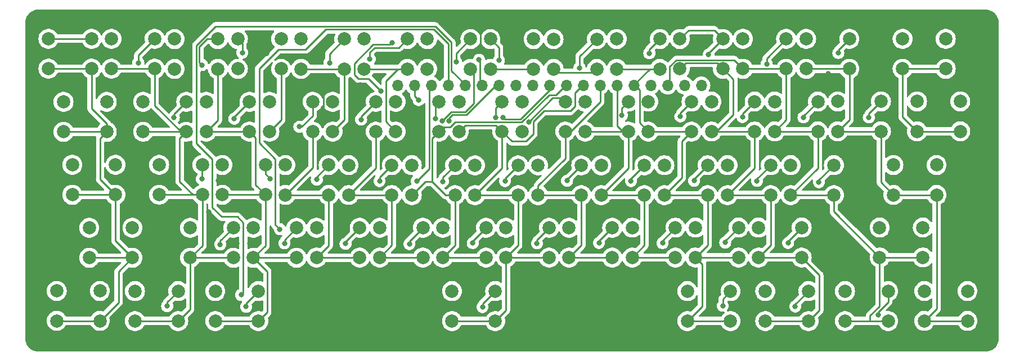
<source format=gbr>
%TF.GenerationSoftware,KiCad,Pcbnew,7.0.9*%
%TF.CreationDate,2024-12-03T23:44:49-05:00*%
%TF.ProjectId,tiny-keeb,74696e79-2d6b-4656-9562-2e6b69636164,rev?*%
%TF.SameCoordinates,Original*%
%TF.FileFunction,Copper,L1,Top*%
%TF.FilePolarity,Positive*%
%FSLAX46Y46*%
G04 Gerber Fmt 4.6, Leading zero omitted, Abs format (unit mm)*
G04 Created by KiCad (PCBNEW 7.0.9) date 2024-12-03 23:44:49*
%MOMM*%
%LPD*%
G01*
G04 APERTURE LIST*
%TA.AperFunction,ComponentPad*%
%ADD10C,2.000000*%
%TD*%
%TA.AperFunction,ComponentPad*%
%ADD11R,1.700000X1.700000*%
%TD*%
%TA.AperFunction,ComponentPad*%
%ADD12O,1.700000X1.700000*%
%TD*%
%TA.AperFunction,ViaPad*%
%ADD13C,0.800000*%
%TD*%
%TA.AperFunction,Conductor*%
%ADD14C,0.250000*%
%TD*%
G04 APERTURE END LIST*
D10*
%TO.P,SW66,2,2*%
%TO.N,/col11*%
X149737000Y-94910000D03*
X143237000Y-94910000D03*
%TO.P,SW66,1,1*%
%TO.N,Net-(D66-A)*%
X149737000Y-90410000D03*
X143237000Y-90410000D03*
%TD*%
%TO.P,SW67,2,2*%
%TO.N,/col12*%
X143886000Y-56929000D03*
X137386000Y-56929000D03*
%TO.P,SW67,1,1*%
%TO.N,Net-(D67-A)*%
X143886000Y-52429000D03*
X137386000Y-52429000D03*
%TD*%
%TO.P,SW61,2,2*%
%TO.N,/col10*%
X124876000Y-56940000D03*
X118376000Y-56940000D03*
%TO.P,SW61,1,1*%
%TO.N,Net-(D61-A)*%
X124876000Y-52440000D03*
X118376000Y-52440000D03*
%TD*%
%TO.P,SW19,2,2*%
%TO.N,/col3*%
X58374000Y-56941000D03*
X51874000Y-56941000D03*
%TO.P,SW19,1,1*%
%TO.N,Net-(D19-A)*%
X58374000Y-52441000D03*
X51874000Y-52441000D03*
%TD*%
%TO.P,SW17,2,2*%
%TO.N,/col2*%
X54968000Y-94907000D03*
X48468000Y-94907000D03*
%TO.P,SW17,1,1*%
%TO.N,Net-(D17-A)*%
X54968000Y-90407000D03*
X48468000Y-90407000D03*
%TD*%
%TO.P,SW41,2,2*%
%TO.N,/col6*%
X90600000Y-94909000D03*
X84100000Y-94909000D03*
%TO.P,SW41,1,1*%
%TO.N,Net-(D41-A)*%
X90600000Y-90409000D03*
X84100000Y-90409000D03*
%TD*%
%TO.P,SW12,2,2*%
%TO.N,/col1*%
X42893000Y-94911000D03*
X36393000Y-94911000D03*
%TO.P,SW12,1,1*%
%TO.N,Net-(D12-A)*%
X42893000Y-90411000D03*
X36393000Y-90411000D03*
%TD*%
%TO.P,SW1,2,2*%
%TO.N,/col12*%
X161666000Y-94896000D03*
X155166000Y-94896000D03*
%TO.P,SW1,1,1*%
%TO.N,Net-(D1-A)*%
X161666000Y-90396000D03*
X155166000Y-90396000D03*
%TD*%
%TO.P,SW6,2,2*%
%TO.N,/col0*%
X31112000Y-94882000D03*
X24612000Y-94882000D03*
%TO.P,SW6,1,1*%
%TO.N,Net-(D6-A)*%
X31112000Y-90382000D03*
X24612000Y-90382000D03*
%TD*%
%TO.P,SW59,2,2*%
%TO.N,/col9*%
X126010000Y-94911000D03*
X119510000Y-94911000D03*
%TO.P,SW59,1,1*%
%TO.N,Net-(D59-A)*%
X126010000Y-90411000D03*
X119510000Y-90411000D03*
%TD*%
%TO.P,SW65,2,2*%
%TO.N,/col10*%
X137744000Y-94908000D03*
X131244000Y-94908000D03*
%TO.P,SW65,1,1*%
%TO.N,Net-(D65-A)*%
X137744000Y-90408000D03*
X131244000Y-90408000D03*
%TD*%
%TO.P,SW38,1,1*%
%TO.N,Net-(D38-A)*%
X94634000Y-61877000D03*
X101134000Y-61877000D03*
%TO.P,SW38,2,2*%
%TO.N,/col7*%
X94634000Y-66377000D03*
X101134000Y-66377000D03*
%TD*%
%TO.P,SW50,1,1*%
%TO.N,Net-(D50-A)*%
X113641000Y-61870000D03*
X120141000Y-61870000D03*
%TO.P,SW50,2,2*%
%TO.N,/col9*%
X113641000Y-66370000D03*
X120141000Y-66370000D03*
%TD*%
%TO.P,SW73,1,1*%
%TO.N,Net-(D73-A)*%
X154079000Y-61846000D03*
X160579000Y-61846000D03*
%TO.P,SW73,2,2*%
%TO.N,/col13*%
X154079000Y-66346000D03*
X160579000Y-66346000D03*
%TD*%
%TO.P,SW32,1,1*%
%TO.N,Net-(D32-A)*%
X85133000Y-61879000D03*
X91633000Y-61879000D03*
%TO.P,SW32,2,2*%
%TO.N,/col6*%
X85133000Y-66379000D03*
X91633000Y-66379000D03*
%TD*%
%TO.P,SW14,1,1*%
%TO.N,Net-(D14-A)*%
X56625000Y-61892000D03*
X63125000Y-61892000D03*
%TO.P,SW14,2,2*%
%TO.N,/col3*%
X56625000Y-66392000D03*
X63125000Y-66392000D03*
%TD*%
%TO.P,SW20,1,1*%
%TO.N,Net-(D20-A)*%
X66127000Y-61887000D03*
X72627000Y-61887000D03*
%TO.P,SW20,2,2*%
%TO.N,/col4*%
X66127000Y-66387000D03*
X72627000Y-66387000D03*
%TD*%
%TO.P,SW35,1,1*%
%TO.N,Net-(D35-A)*%
X142150000Y-61851000D03*
X148650000Y-61851000D03*
%TO.P,SW35,2,2*%
%TO.N,/col12*%
X142150000Y-66351000D03*
X148650000Y-66351000D03*
%TD*%
%TO.P,SW7,1,1*%
%TO.N,Net-(D7-A)*%
X37613000Y-61909000D03*
X44113000Y-61909000D03*
%TO.P,SW7,2,2*%
%TO.N,/col1*%
X37613000Y-66409000D03*
X44113000Y-66409000D03*
%TD*%
%TO.P,SW3,1,1*%
%TO.N,Net-(D3-A)*%
X25639000Y-61912000D03*
X32139000Y-61912000D03*
%TO.P,SW3,2,2*%
%TO.N,/col0*%
X25639000Y-66412000D03*
X32139000Y-66412000D03*
%TD*%
%TO.P,SW56,1,1*%
%TO.N,Net-(D56-A)*%
X123141000Y-61867000D03*
X129641000Y-61867000D03*
%TO.P,SW56,2,2*%
%TO.N,/col10*%
X123141000Y-66367000D03*
X129641000Y-66367000D03*
%TD*%
%TO.P,SW26,1,1*%
%TO.N,Net-(D26-A)*%
X75630000Y-61884000D03*
X82130000Y-61884000D03*
%TO.P,SW26,2,2*%
%TO.N,/col5*%
X75630000Y-66384000D03*
X82130000Y-66384000D03*
%TD*%
%TO.P,SW62,1,1*%
%TO.N,Net-(D62-A)*%
X132645000Y-61860000D03*
X139145000Y-61860000D03*
%TO.P,SW62,2,2*%
%TO.N,/col11*%
X132645000Y-66360000D03*
X139145000Y-66360000D03*
%TD*%
%TO.P,SW9,1,1*%
%TO.N,Net-(D9-A)*%
X47118000Y-61900000D03*
X53618000Y-61900000D03*
%TO.P,SW9,2,2*%
%TO.N,/col2*%
X47118000Y-66400000D03*
X53618000Y-66400000D03*
%TD*%
%TO.P,SW44,1,1*%
%TO.N,Net-(D44-A)*%
X104137000Y-61875000D03*
X110637000Y-61875000D03*
%TO.P,SW44,2,2*%
%TO.N,/col8*%
X104137000Y-66375000D03*
X110637000Y-66375000D03*
%TD*%
%TO.P,SW43,2,2*%
%TO.N,/col7*%
X96379000Y-56960000D03*
X89879000Y-56960000D03*
%TO.P,SW43,1,1*%
%TO.N,Net-(D43-A)*%
X96379000Y-52460000D03*
X89879000Y-52460000D03*
%TD*%
%TO.P,SW31,2,2*%
%TO.N,/col5*%
X77381000Y-56954000D03*
X70881000Y-56954000D03*
%TO.P,SW31,1,1*%
%TO.N,Net-(D31-A)*%
X77381000Y-52454000D03*
X70881000Y-52454000D03*
%TD*%
%TO.P,SW25,2,2*%
%TO.N,/col4*%
X67868000Y-56952000D03*
X61368000Y-56952000D03*
%TO.P,SW25,1,1*%
%TO.N,Net-(D25-A)*%
X67868000Y-52452000D03*
X61368000Y-52452000D03*
%TD*%
%TO.P,SW13,2,2*%
%TO.N,/col2*%
X48858000Y-56953000D03*
X42358000Y-56953000D03*
%TO.P,SW13,1,1*%
%TO.N,Net-(D13-A)*%
X48858000Y-52453000D03*
X42358000Y-52453000D03*
%TD*%
%TO.P,SW49,2,2*%
%TO.N,/col8*%
X105878000Y-56962000D03*
X99378000Y-56962000D03*
%TO.P,SW49,1,1*%
%TO.N,Net-(D49-A)*%
X105878000Y-52462000D03*
X99378000Y-52462000D03*
%TD*%
%TO.P,SW55,2,2*%
%TO.N,/col9*%
X115370000Y-56948000D03*
X108870000Y-56948000D03*
%TO.P,SW55,1,1*%
%TO.N,Net-(D55-A)*%
X115370000Y-52448000D03*
X108870000Y-52448000D03*
%TD*%
%TO.P,SW37,2,2*%
%TO.N,/col6*%
X86871000Y-56952000D03*
X80371000Y-56952000D03*
%TO.P,SW37,1,1*%
%TO.N,Net-(D37-A)*%
X86871000Y-52452000D03*
X80371000Y-52452000D03*
%TD*%
%TO.P,SW72,2,2*%
%TO.N,/col13*%
X158397000Y-56930000D03*
X151897000Y-56930000D03*
%TO.P,SW72,1,1*%
%TO.N,Net-(D72-A)*%
X158397000Y-52430000D03*
X151897000Y-52430000D03*
%TD*%
%TO.P,SW2,2,2*%
%TO.N,/col0*%
X29864000Y-56905000D03*
X23364000Y-56905000D03*
%TO.P,SW2,1,1*%
%TO.N,Net-(D2-A)*%
X29864000Y-52405000D03*
X23364000Y-52405000D03*
%TD*%
%TO.P,SW29,2,2*%
%TO.N,/col11*%
X134379000Y-56932000D03*
X127879000Y-56932000D03*
%TO.P,SW29,1,1*%
%TO.N,Net-(D29-A)*%
X134379000Y-52432000D03*
X127879000Y-52432000D03*
%TD*%
%TO.P,SW8,2,2*%
%TO.N,/col1*%
X39351000Y-56908000D03*
X32851000Y-56908000D03*
%TO.P,SW8,1,1*%
%TO.N,Net-(D8-A)*%
X39351000Y-52408000D03*
X32851000Y-52408000D03*
%TD*%
%TO.P,SW39,2,2*%
%TO.N,/col6*%
X94049000Y-75961000D03*
X87549000Y-75961000D03*
%TO.P,SW39,1,1*%
%TO.N,Net-(D39-A)*%
X94049000Y-71461000D03*
X87549000Y-71461000D03*
%TD*%
%TO.P,SW45,2,2*%
%TO.N,/col7*%
X103549000Y-75953000D03*
X97049000Y-75953000D03*
%TO.P,SW45,1,1*%
%TO.N,Net-(D45-A)*%
X103549000Y-71453000D03*
X97049000Y-71453000D03*
%TD*%
%TO.P,SW33,2,2*%
%TO.N,/col5*%
X84546000Y-75944000D03*
X78046000Y-75944000D03*
%TO.P,SW33,1,1*%
%TO.N,Net-(D33-A)*%
X84546000Y-71444000D03*
X78046000Y-71444000D03*
%TD*%
%TO.P,SW27,2,2*%
%TO.N,/col4*%
X75042000Y-75934000D03*
X68542000Y-75934000D03*
%TO.P,SW27,1,1*%
%TO.N,Net-(D27-A)*%
X75042000Y-71434000D03*
X68542000Y-71434000D03*
%TD*%
%TO.P,SW51,2,2*%
%TO.N,/col8*%
X113049000Y-75953000D03*
X106549000Y-75953000D03*
%TO.P,SW51,1,1*%
%TO.N,Net-(D51-A)*%
X113049000Y-71453000D03*
X106549000Y-71453000D03*
%TD*%
%TO.P,SW15,2,2*%
%TO.N,/col2*%
X56038000Y-75909000D03*
X49538000Y-75909000D03*
%TO.P,SW15,1,1*%
%TO.N,Net-(D15-A)*%
X56038000Y-71409000D03*
X49538000Y-71409000D03*
%TD*%
%TO.P,SW63,2,2*%
%TO.N,/col10*%
X132055000Y-75942000D03*
X125555000Y-75942000D03*
%TO.P,SW63,1,1*%
%TO.N,Net-(D63-A)*%
X132055000Y-71442000D03*
X125555000Y-71442000D03*
%TD*%
%TO.P,SW4,2,2*%
%TO.N,/col0*%
X33457000Y-75900000D03*
X26957000Y-75900000D03*
%TO.P,SW4,1,1*%
%TO.N,Net-(D4-A)*%
X33457000Y-71400000D03*
X26957000Y-71400000D03*
%TD*%
%TO.P,SW18,2,2*%
%TO.N,/col11*%
X141558000Y-75938000D03*
X135058000Y-75938000D03*
%TO.P,SW18,1,1*%
%TO.N,Net-(D18-A)*%
X141558000Y-71438000D03*
X135058000Y-71438000D03*
%TD*%
%TO.P,SW74,2,2*%
%TO.N,/col12*%
X157020000Y-75920000D03*
X150520000Y-75920000D03*
%TO.P,SW74,1,1*%
%TO.N,Net-(D74-A)*%
X157020000Y-71420000D03*
X150520000Y-71420000D03*
%TD*%
%TO.P,SW21,2,2*%
%TO.N,/col3*%
X65540000Y-75920000D03*
X59040000Y-75920000D03*
%TO.P,SW21,1,1*%
%TO.N,Net-(D21-A)*%
X65540000Y-71420000D03*
X59040000Y-71420000D03*
%TD*%
%TO.P,SW10,2,2*%
%TO.N,/col1*%
X46527000Y-75892000D03*
X40027000Y-75892000D03*
%TO.P,SW10,1,1*%
%TO.N,Net-(D10-A)*%
X46527000Y-71392000D03*
X40027000Y-71392000D03*
%TD*%
%TO.P,SW57,2,2*%
%TO.N,/col9*%
X122553000Y-75947000D03*
X116053000Y-75947000D03*
%TO.P,SW57,1,1*%
%TO.N,Net-(D57-A)*%
X122553000Y-71447000D03*
X116053000Y-71447000D03*
%TD*%
%TO.P,SW40,2,2*%
%TO.N,/col7*%
X108210000Y-85352000D03*
X101710000Y-85352000D03*
%TO.P,SW40,1,1*%
%TO.N,Net-(D40-A)*%
X108210000Y-80852000D03*
X101710000Y-80852000D03*
%TD*%
%TO.P,SW24,2,2*%
%TO.N,/col10*%
X136718000Y-85340000D03*
X130218000Y-85340000D03*
%TO.P,SW24,1,1*%
%TO.N,Net-(D24-A)*%
X136718000Y-80840000D03*
X130218000Y-80840000D03*
%TD*%
%TO.P,SW58,2,2*%
%TO.N,/col11*%
X154952000Y-85332000D03*
X148452000Y-85332000D03*
%TO.P,SW58,1,1*%
%TO.N,Net-(D58-A)*%
X154952000Y-80832000D03*
X148452000Y-80832000D03*
%TD*%
%TO.P,SW16,2,2*%
%TO.N,/col3*%
X70205000Y-85371000D03*
X63705000Y-85371000D03*
%TO.P,SW16,1,1*%
%TO.N,Net-(D16-A)*%
X70205000Y-80871000D03*
X63705000Y-80871000D03*
%TD*%
%TO.P,SW22,2,2*%
%TO.N,/col4*%
X79705000Y-85369000D03*
X73205000Y-85369000D03*
%TO.P,SW22,1,1*%
%TO.N,Net-(D22-A)*%
X79705000Y-80869000D03*
X73205000Y-80869000D03*
%TD*%
%TO.P,SW28,2,2*%
%TO.N,/col5*%
X89206000Y-85369000D03*
X82706000Y-85369000D03*
%TO.P,SW28,1,1*%
%TO.N,Net-(D28-A)*%
X89206000Y-80869000D03*
X82706000Y-80869000D03*
%TD*%
%TO.P,SW23,2,2*%
%TO.N,/col1*%
X51197000Y-85382000D03*
X44697000Y-85382000D03*
%TO.P,SW23,1,1*%
%TO.N,Net-(D23-A)*%
X51197000Y-80882000D03*
X44697000Y-80882000D03*
%TD*%
%TO.P,SW52,2,2*%
%TO.N,/col9*%
X127217000Y-85335000D03*
X120717000Y-85335000D03*
%TO.P,SW52,1,1*%
%TO.N,Net-(D52-A)*%
X127217000Y-80835000D03*
X120717000Y-80835000D03*
%TD*%
%TO.P,SW34,2,2*%
%TO.N,/col6*%
X98708000Y-85358000D03*
X92208000Y-85358000D03*
%TO.P,SW34,1,1*%
%TO.N,Net-(D34-A)*%
X98708000Y-80858000D03*
X92208000Y-80858000D03*
%TD*%
%TO.P,SW5,2,2*%
%TO.N,/col0*%
X36002000Y-85384000D03*
X29502000Y-85384000D03*
%TO.P,SW5,1,1*%
%TO.N,Net-(D5-A)*%
X36002000Y-80884000D03*
X29502000Y-80884000D03*
%TD*%
%TO.P,SW46,2,2*%
%TO.N,/col8*%
X117715000Y-85344000D03*
X111215000Y-85344000D03*
%TO.P,SW46,1,1*%
%TO.N,Net-(D46-A)*%
X117715000Y-80844000D03*
X111215000Y-80844000D03*
%TD*%
%TO.P,SW11,2,2*%
%TO.N,/col2*%
X60698000Y-85376000D03*
X54198000Y-85376000D03*
%TO.P,SW11,1,1*%
%TO.N,Net-(D11-A)*%
X60698000Y-80876000D03*
X54198000Y-80876000D03*
%TD*%
D11*
%TO.P,J2,1,Pin_1*%
%TO.N,GND*%
X124161000Y-59435000D03*
D12*
%TO.P,J2,2,Pin_2*%
%TO.N,/col13*%
X121621000Y-59435000D03*
%TO.P,J2,3,Pin_3*%
%TO.N,/col12*%
X119081000Y-59435000D03*
%TO.P,J2,4,Pin_4*%
%TO.N,/col11*%
X116541000Y-59435000D03*
%TO.P,J2,5,Pin_5*%
%TO.N,/col10*%
X114001000Y-59435000D03*
%TO.P,J2,6,Pin_6*%
%TO.N,/col9*%
X111461000Y-59435000D03*
%TO.P,J2,7,Pin_7*%
%TO.N,/col8*%
X108921000Y-59435000D03*
%TO.P,J2,8,Pin_8*%
%TO.N,/col7*%
X106381000Y-59435000D03*
%TO.P,J2,9,Pin_9*%
%TO.N,/col6*%
X103841000Y-59435000D03*
%TO.P,J2,10,Pin_10*%
%TO.N,/col5*%
X101301000Y-59435000D03*
%TO.P,J2,11,Pin_11*%
%TO.N,/col4*%
X98761000Y-59435000D03*
%TO.P,J2,12,Pin_12*%
%TO.N,/col3*%
X96221000Y-59435000D03*
%TO.P,J2,13,Pin_13*%
%TO.N,/col2*%
X93681000Y-59435000D03*
%TO.P,J2,14,Pin_14*%
%TO.N,/col1*%
X91141000Y-59435000D03*
%TO.P,J2,15,Pin_15*%
%TO.N,/col0*%
X88601000Y-59435000D03*
%TO.P,J2,16,Pin_16*%
%TO.N,/row4*%
X86061000Y-59435000D03*
%TO.P,J2,17,Pin_17*%
%TO.N,/row3*%
X83521000Y-59435000D03*
%TO.P,J2,18,Pin_18*%
%TO.N,/row2*%
X80981000Y-59435000D03*
%TO.P,J2,19,Pin_19*%
%TO.N,/row1*%
X78441000Y-59435000D03*
%TO.P,J2,20,Pin_20*%
%TO.N,/row0*%
X75901000Y-59435000D03*
%TD*%
D13*
%TO.N,GND*%
X107389000Y-54940000D03*
X95965000Y-54677000D03*
X111088000Y-64409000D03*
X76425000Y-74130000D03*
X54444000Y-87800000D03*
X62002000Y-55021000D03*
X58954000Y-55001000D03*
X56814000Y-59543000D03*
X50274000Y-55001000D03*
X55946000Y-52538000D03*
X56188000Y-54597000D03*
X44582000Y-64124000D03*
X34101000Y-61924000D03*
X41893000Y-61864000D03*
X51359000Y-62005000D03*
X47040000Y-59098000D03*
X75082000Y-55727000D03*
X70291000Y-59401000D03*
X72955000Y-58096000D03*
X76468000Y-64514000D03*
X47426000Y-68615000D03*
X44539000Y-68716000D03*
X47486000Y-78466000D03*
X51692000Y-83247000D03*
X53638000Y-83238000D03*
X62097000Y-83443000D03*
X64765000Y-64538000D03*
X48930000Y-73742000D03*
X52049000Y-68746000D03*
X130800000Y-64326000D03*
X107882000Y-64449000D03*
X99685000Y-64589000D03*
X136601000Y-50108000D03*
%TO.N,/row4*%
X52370000Y-90972000D03*
%TO.N,/row3*%
X58183000Y-81087000D03*
%TO.N,/row2*%
X78775000Y-73844000D03*
%TO.N,/row1*%
X79073000Y-61641000D03*
%TO.N,/row0*%
X73401500Y-60302000D03*
X75049000Y-52988000D03*
%TO.N,/col0*%
X88170000Y-55572000D03*
%TO.N,/col1*%
X83676299Y-64789701D03*
%TO.N,GND*%
X140716000Y-57668000D03*
%TO.N,/col4*%
X91757000Y-64232000D03*
%TO.N,/col6*%
X82633000Y-64771000D03*
%TO.N,GND*%
X141559000Y-52355000D03*
X132227000Y-52275000D03*
X122309000Y-52416000D03*
%TO.N,Net-(D7-A)*%
X42223000Y-64300000D03*
%TO.N,Net-(D8-A)*%
X36889000Y-56027000D03*
%TO.N,Net-(D9-A)*%
X51319000Y-64447000D03*
%TO.N,Net-(D10-A)*%
X46457000Y-73520000D03*
%TO.N,Net-(D11-A)*%
X58879000Y-83200000D03*
%TO.N,Net-(D12-A)*%
X41234000Y-92663000D03*
%TO.N,Net-(D13-A)*%
X46495000Y-56356000D03*
%TO.N,Net-(D14-A)*%
X61131000Y-65667500D03*
%TO.N,Net-(D15-A)*%
X56731000Y-73469500D03*
%TO.N,Net-(D16-A)*%
X68076000Y-83273000D03*
%TO.N,Net-(D17-A)*%
X53110000Y-92759000D03*
%TO.N,Net-(D18-A)*%
X139309000Y-74003000D03*
%TO.N,Net-(D19-A)*%
X52535000Y-54502500D03*
%TO.N,Net-(D20-A)*%
X70420000Y-64569000D03*
%TO.N,Net-(D21-A)*%
X63755000Y-73617000D03*
%TO.N,Net-(D22-A)*%
X77683000Y-83321000D03*
%TO.N,Net-(D23-A)*%
X49224000Y-83369000D03*
%TO.N,Net-(D25-A)*%
X65651201Y-56027201D03*
%TO.N,Net-(D26-A)*%
X81637000Y-64408500D03*
%TO.N,Net-(D27-A)*%
X73193000Y-73834000D03*
%TO.N,Net-(D28-A)*%
X87218000Y-83176000D03*
%TO.N,Net-(D29-A)*%
X131456000Y-56207500D03*
%TO.N,Net-(D31-A)*%
X71744000Y-55473500D03*
%TO.N,Net-(D32-A)*%
X90682755Y-64251500D03*
%TO.N,Net-(D33-A)*%
X82728000Y-73883000D03*
%TO.N,Net-(D34-A)*%
X96873000Y-83224000D03*
%TO.N,Net-(D35-A)*%
X146816000Y-64251000D03*
%TO.N,Net-(D37-A)*%
X84719500Y-55923500D03*
%TO.N,Net-(D38-A)*%
X95623997Y-64954997D03*
%TO.N,Net-(D39-A)*%
X92070000Y-73834000D03*
%TO.N,Net-(D40-A)*%
X106215000Y-83152000D03*
%TO.N,Net-(D41-A)*%
X88690000Y-92807000D03*
%TO.N,Net-(D43-A)*%
X91160000Y-55639000D03*
%TO.N,Net-(D44-A)*%
X109669500Y-63946000D03*
%TO.N,Net-(D45-A)*%
X101411000Y-73786000D03*
%TO.N,Net-(D46-A)*%
X115774000Y-83176000D03*
%TO.N,Net-(D49-A)*%
X103279000Y-56784500D03*
%TO.N,Net-(D50-A)*%
X118453000Y-64107000D03*
%TO.N,Net-(D51-A)*%
X111019000Y-73834000D03*
%TO.N,Net-(D52-A)*%
X125212000Y-83104000D03*
%TO.N,Net-(D55-A)*%
X113787000Y-54584500D03*
%TO.N,Net-(D56-A)*%
X127819000Y-64203000D03*
%TO.N,Net-(D57-A)*%
X120529000Y-73786000D03*
%TO.N,Net-(D59-A)*%
X124834000Y-92620000D03*
%TO.N,Net-(D61-A)*%
X122701000Y-54801000D03*
%TO.N,Net-(D62-A)*%
X136992000Y-64251000D03*
%TO.N,Net-(D63-A)*%
X129992000Y-73810000D03*
%TO.N,Net-(D65-A)*%
X135749000Y-92713000D03*
%TO.N,Net-(D66-A)*%
X148206000Y-94015000D03*
%TO.N,Net-(D67-A)*%
X142229000Y-54560000D03*
%TO.N,Net-(D24-A)*%
X134674000Y-83152000D03*
%TO.N,GND*%
X131794000Y-59522000D03*
X64140000Y-59422000D03*
X80472000Y-78281000D03*
X128068000Y-78381000D03*
X67433000Y-68718000D03*
X99331000Y-78248000D03*
X84862000Y-73691000D03*
X95971000Y-68602000D03*
X76214000Y-68835000D03*
X82334000Y-68702000D03*
X84962000Y-69068000D03*
X58386000Y-68835000D03*
X53763000Y-59289000D03*
X104586000Y-69068000D03*
X133390000Y-69101000D03*
X70327000Y-78581000D03*
X117429000Y-54727000D03*
X61613000Y-78414000D03*
X88787000Y-83204000D03*
X118622000Y-78847000D03*
X145165000Y-70565000D03*
X94907000Y-73858000D03*
X123611000Y-68569000D03*
X91947000Y-77350000D03*
X113766000Y-68602000D03*
X109176000Y-78348000D03*
X51801000Y-78048000D03*
X141107000Y-59622000D03*
%TD*%
D14*
%TO.N,/col8*%
X109784000Y-66375000D02*
X108945000Y-65536000D01*
X110637000Y-66375000D02*
X109784000Y-66375000D01*
X108945000Y-65536000D02*
X108945000Y-59308000D01*
%TO.N,Net-(D44-A)*%
X109669500Y-62842500D02*
X110637000Y-61875000D01*
X109669500Y-63946000D02*
X109669500Y-62842500D01*
%TO.N,/col10*%
X139362000Y-93290000D02*
X137744000Y-94908000D01*
X136718000Y-85340000D02*
X139362000Y-87984000D01*
X139362000Y-87984000D02*
X139362000Y-93290000D01*
X130218000Y-85340000D02*
X136718000Y-85340000D01*
X131244000Y-94908000D02*
X137744000Y-94908000D01*
%TO.N,/col11*%
X147002000Y-94101000D02*
X147002000Y-94910000D01*
X148452000Y-89821167D02*
X148412000Y-89861167D01*
X148412000Y-89861167D02*
X148412000Y-92691000D01*
X148412000Y-92691000D02*
X147002000Y-94101000D01*
X148452000Y-85332000D02*
X148452000Y-89821167D01*
%TO.N,Net-(D66-A)*%
X148206000Y-94015000D02*
X148206000Y-93533396D01*
X148206000Y-93533396D02*
X149737000Y-92002396D01*
X149737000Y-92002396D02*
X149737000Y-90410000D01*
%TO.N,/col11*%
X147002000Y-94910000D02*
X149737000Y-94910000D01*
X143237000Y-94910000D02*
X147002000Y-94910000D01*
%TO.N,/col6*%
X84100000Y-94909000D02*
X90600000Y-94909000D01*
%TO.N,Net-(D20-A)*%
X70420000Y-64094000D02*
X72627000Y-61887000D01*
X70420000Y-64569000D02*
X70420000Y-64094000D01*
%TO.N,GND*%
X88358000Y-54303000D02*
X89138000Y-55083000D01*
X88358000Y-51154000D02*
X88358000Y-54303000D01*
X88102000Y-50898000D02*
X88358000Y-51154000D01*
%TO.N,Net-(D37-A)*%
X84719500Y-54603500D02*
X86871000Y-52452000D01*
X84719500Y-55923500D02*
X84719500Y-54603500D01*
%TO.N,Net-(D25-A)*%
X65651201Y-54668799D02*
X67868000Y-52452000D01*
X65651201Y-56027201D02*
X65651201Y-54668799D01*
%TO.N,Net-(D13-A)*%
X47203396Y-52453000D02*
X48858000Y-52453000D01*
X46075000Y-53581396D02*
X47203396Y-52453000D01*
X46075000Y-55936000D02*
X46075000Y-53581396D01*
X46495000Y-56356000D02*
X46075000Y-55936000D01*
%TO.N,Net-(D19-A)*%
X52535000Y-53102000D02*
X51874000Y-52441000D01*
X52535000Y-54502500D02*
X52535000Y-53102000D01*
%TO.N,/row3*%
X55074000Y-68108000D02*
X57496000Y-70530000D01*
X55074000Y-56923000D02*
X55074000Y-68108000D01*
X57965000Y-54032000D02*
X55074000Y-56923000D01*
X65100167Y-50991000D02*
X62059167Y-54032000D01*
X62059167Y-54032000D02*
X57965000Y-54032000D01*
X57496000Y-80400000D02*
X58183000Y-81087000D01*
X81382000Y-50991000D02*
X65100167Y-50991000D01*
X57496000Y-70530000D02*
X57496000Y-80400000D01*
X83545000Y-53154000D02*
X81382000Y-50991000D01*
X83545000Y-59308000D02*
X83545000Y-53154000D01*
%TO.N,Net-(D9-A)*%
X51319000Y-64447000D02*
X51319000Y-64199000D01*
X51319000Y-64199000D02*
X53618000Y-61900000D01*
%TO.N,Net-(D14-A)*%
X63125000Y-64032000D02*
X63125000Y-61892000D01*
X61489500Y-65667500D02*
X63125000Y-64032000D01*
X61131000Y-65667500D02*
X61489500Y-65667500D01*
%TO.N,/row0*%
X72248000Y-53286000D02*
X74751000Y-53286000D01*
X70022000Y-58432000D02*
X69403000Y-57813000D01*
X69403000Y-57813000D02*
X69403000Y-56131000D01*
X71531500Y-58432000D02*
X70022000Y-58432000D01*
X73401500Y-60302000D02*
X71531500Y-58432000D01*
X69403000Y-56131000D02*
X72248000Y-53286000D01*
X74751000Y-53286000D02*
X75049000Y-52988000D01*
%TO.N,Net-(D31-A)*%
X76099000Y-53736000D02*
X77381000Y-52454000D01*
X72434396Y-53736000D02*
X76099000Y-53736000D01*
X71744000Y-54426396D02*
X72434396Y-53736000D01*
X71744000Y-55473500D02*
X71744000Y-54426396D01*
%TO.N,/col5*%
X75929000Y-56954000D02*
X77381000Y-56954000D01*
X74126000Y-64880000D02*
X74126000Y-58757000D01*
X75630000Y-66384000D02*
X74126000Y-64880000D01*
X74126000Y-58757000D02*
X75929000Y-56954000D01*
X70881000Y-56954000D02*
X77381000Y-56954000D01*
%TO.N,/col2*%
X54531000Y-67313000D02*
X53618000Y-66400000D01*
X54531000Y-74402000D02*
X54531000Y-67313000D01*
X56038000Y-75909000D02*
X54531000Y-74402000D01*
%TO.N,/col13*%
X154079000Y-66346000D02*
X160579000Y-66346000D01*
%TO.N,/col10*%
X123141000Y-66367000D02*
X129641000Y-66367000D01*
%TO.N,/col12*%
X143886000Y-56929000D02*
X143886000Y-64615000D01*
%TO.N,/col10*%
X132055000Y-83503000D02*
X130218000Y-85340000D01*
%TO.N,/col8*%
X113049000Y-75953000D02*
X113049000Y-83510000D01*
%TO.N,/col13*%
X151897000Y-64164000D02*
X151897000Y-56930000D01*
%TO.N,/col11*%
X141558000Y-78438000D02*
X148452000Y-85332000D01*
%TO.N,/col10*%
X129641000Y-71856000D02*
X125555000Y-75942000D01*
X129641000Y-66367000D02*
X129641000Y-71856000D01*
%TO.N,/col11*%
X134379000Y-64626000D02*
X134379000Y-56932000D01*
%TO.N,/col9*%
X119510000Y-94911000D02*
X126010000Y-94911000D01*
%TO.N,/col11*%
X135058000Y-75938000D02*
X139145000Y-71851000D01*
%TO.N,/col9*%
X120717000Y-85335000D02*
X127217000Y-85335000D01*
%TO.N,/col12*%
X148650000Y-74050000D02*
X150520000Y-75920000D01*
%TO.N,/col9*%
X118664000Y-73336000D02*
X118664000Y-67847000D01*
%TO.N,/col13*%
X154079000Y-66346000D02*
X151897000Y-64164000D01*
%TO.N,/col12*%
X143886000Y-56929000D02*
X137386000Y-56929000D01*
%TO.N,/col9*%
X122553000Y-83499000D02*
X122553000Y-75947000D01*
%TO.N,/col8*%
X110637000Y-66375000D02*
X110637000Y-71865000D01*
%TO.N,/col9*%
X113641000Y-66370000D02*
X120141000Y-66370000D01*
X108870000Y-56948000D02*
X115370000Y-56948000D01*
%TO.N,/col13*%
X151897000Y-56930000D02*
X158397000Y-56930000D01*
%TO.N,/col11*%
X132645000Y-66360000D02*
X139145000Y-66360000D01*
%TO.N,/col9*%
X121717000Y-92704000D02*
X121717000Y-86335000D01*
%TO.N,/col8*%
X113049000Y-83510000D02*
X111215000Y-85344000D01*
%TO.N,/col12*%
X148650000Y-66351000D02*
X148650000Y-74050000D01*
%TO.N,/col9*%
X116053000Y-75947000D02*
X118664000Y-73336000D01*
%TO.N,/col11*%
X148452000Y-85332000D02*
X154952000Y-85332000D01*
%TO.N,/col9*%
X116053000Y-75947000D02*
X122553000Y-75947000D01*
%TO.N,/col11*%
X135058000Y-75938000D02*
X141558000Y-75938000D01*
%TO.N,/col10*%
X132055000Y-75942000D02*
X125555000Y-75942000D01*
%TO.N,/col9*%
X121717000Y-86335000D02*
X120717000Y-85335000D01*
%TO.N,/col11*%
X132645000Y-66360000D02*
X134379000Y-64626000D01*
X141558000Y-75938000D02*
X141558000Y-78438000D01*
%TO.N,/col8*%
X111215000Y-85344000D02*
X117715000Y-85344000D01*
%TO.N,/col11*%
X127879000Y-56932000D02*
X134379000Y-56932000D01*
%TO.N,/col12*%
X142150000Y-66351000D02*
X148650000Y-66351000D01*
%TO.N,/col9*%
X119510000Y-94911000D02*
X121717000Y-92704000D01*
%TO.N,/col8*%
X110637000Y-71865000D02*
X106549000Y-75953000D01*
%TO.N,/col9*%
X118664000Y-67847000D02*
X120141000Y-66370000D01*
%TO.N,/col10*%
X132055000Y-75942000D02*
X132055000Y-83503000D01*
%TO.N,/col12*%
X155166000Y-94896000D02*
X161666000Y-94896000D01*
X157020000Y-93042000D02*
X157020000Y-75920000D01*
X155166000Y-94896000D02*
X157020000Y-93042000D01*
%TO.N,/col9*%
X120717000Y-85335000D02*
X122553000Y-83499000D01*
%TO.N,/col12*%
X150520000Y-75920000D02*
X157020000Y-75920000D01*
%TO.N,/col8*%
X106549000Y-75953000D02*
X113049000Y-75953000D01*
%TO.N,/col12*%
X143886000Y-64615000D02*
X142150000Y-66351000D01*
%TO.N,/col11*%
X139145000Y-71851000D02*
X139145000Y-66360000D01*
%TO.N,/col10*%
X124876000Y-56940000D02*
X126408000Y-58472000D01*
X126408000Y-58472000D02*
X126408000Y-63849000D01*
X123890000Y-66367000D02*
X123141000Y-66367000D01*
X126408000Y-63849000D02*
X123890000Y-66367000D01*
X124876000Y-56940000D02*
X124001000Y-56065000D01*
X124001000Y-56065000D02*
X119251000Y-56065000D01*
X119251000Y-56065000D02*
X118376000Y-56940000D01*
%TO.N,/col2*%
X47834000Y-66400000D02*
X47118000Y-66400000D01*
%TO.N,Net-(D15-A)*%
X56731000Y-73469500D02*
X56038000Y-72776500D01*
X56038000Y-72776500D02*
X56038000Y-71409000D01*
%TO.N,Net-(D10-A)*%
X46457000Y-73520000D02*
X46457000Y-71462000D01*
X46457000Y-71462000D02*
X46527000Y-71392000D01*
%TO.N,GND*%
X64765000Y-64538000D02*
X64765000Y-60047000D01*
X64765000Y-60047000D02*
X64140000Y-59422000D01*
%TO.N,/col6*%
X95217000Y-67859000D02*
X93113000Y-67859000D01*
X101905000Y-63284000D02*
X97931390Y-63284000D01*
X97931390Y-63284000D02*
X96348997Y-64866393D01*
X102647000Y-62542000D02*
X101905000Y-63284000D01*
X102647000Y-60526000D02*
X102647000Y-62542000D01*
X93113000Y-67859000D02*
X91633000Y-66379000D01*
X96348997Y-64866393D02*
X96348997Y-66727003D01*
X103865000Y-59308000D02*
X102647000Y-60526000D01*
X96348997Y-66727003D02*
X95217000Y-67859000D01*
%TO.N,/col5*%
X82788000Y-65726000D02*
X82130000Y-66384000D01*
X83786000Y-65726000D02*
X82788000Y-65726000D01*
X98672396Y-60882000D02*
X94578396Y-64976000D01*
X99751000Y-60882000D02*
X98672396Y-60882000D01*
X101325000Y-59308000D02*
X99751000Y-60882000D01*
X94578396Y-64976000D02*
X84536000Y-64976000D01*
X84536000Y-64976000D02*
X83786000Y-65726000D01*
%TO.N,Net-(D38-A)*%
X99246994Y-61332000D02*
X100589000Y-61332000D01*
X100589000Y-61332000D02*
X101134000Y-61877000D01*
X95623997Y-64954997D02*
X99246994Y-61332000D01*
%TO.N,/col4*%
X94392000Y-64526000D02*
X98785000Y-60133000D01*
X98785000Y-60133000D02*
X98785000Y-59308000D01*
X92051000Y-64526000D02*
X94392000Y-64526000D01*
X91757000Y-64232000D02*
X92051000Y-64526000D01*
%TO.N,/row4*%
X52693000Y-90649000D02*
X52370000Y-90972000D01*
X52693000Y-80113000D02*
X52693000Y-90649000D01*
X51776000Y-79196000D02*
X52693000Y-80113000D01*
X49413000Y-79196000D02*
X51776000Y-79196000D01*
X48027000Y-77810000D02*
X49413000Y-79196000D01*
X45625000Y-68168000D02*
X48027000Y-70570000D01*
X45625000Y-53395000D02*
X45625000Y-68168000D01*
X48027000Y-70570000D02*
X48027000Y-77810000D01*
X48479000Y-50541000D02*
X45625000Y-53395000D01*
X83995000Y-57218000D02*
X83995000Y-52967604D01*
X81568396Y-50541000D02*
X48479000Y-50541000D01*
X86085000Y-59308000D02*
X83995000Y-57218000D01*
X83995000Y-52967604D02*
X81568396Y-50541000D01*
%TO.N,/col6*%
X87343000Y-57424000D02*
X86871000Y-56952000D01*
X87343000Y-62142604D02*
X87343000Y-57424000D01*
X82633000Y-64771000D02*
X83993000Y-63411000D01*
X83993000Y-63411000D02*
X86074604Y-63411000D01*
X86074604Y-63411000D02*
X87343000Y-62142604D01*
%TO.N,/col1*%
X90814000Y-59308000D02*
X91165000Y-59308000D01*
X84179396Y-63861000D02*
X86261000Y-63861000D01*
X83676299Y-64364097D02*
X84179396Y-63861000D01*
X86261000Y-63861000D02*
X90814000Y-59308000D01*
X83676299Y-64789701D02*
X83676299Y-64364097D01*
%TO.N,Net-(D32-A)*%
X90682755Y-62829245D02*
X91633000Y-61879000D01*
X90682755Y-64251500D02*
X90682755Y-62829245D01*
%TO.N,/row2*%
X80680000Y-71939000D02*
X78775000Y-73844000D01*
X80680000Y-59633000D02*
X80680000Y-71939000D01*
X81005000Y-59308000D02*
X80680000Y-59633000D01*
%TO.N,Net-(D26-A)*%
X81637000Y-64408500D02*
X81637000Y-62377000D01*
X81637000Y-62377000D02*
X82130000Y-61884000D01*
%TO.N,/row1*%
X78465000Y-61033000D02*
X79073000Y-61641000D01*
X78465000Y-59308000D02*
X78465000Y-61033000D01*
%TO.N,/col0*%
X88291000Y-55693000D02*
X88170000Y-55572000D01*
X88291000Y-58974000D02*
X88291000Y-55693000D01*
X88625000Y-59308000D02*
X88291000Y-58974000D01*
%TO.N,Net-(D8-A)*%
X36889000Y-54870000D02*
X39351000Y-52408000D01*
X36889000Y-56027000D02*
X36889000Y-54870000D01*
%TO.N,Net-(D43-A)*%
X91160000Y-53741000D02*
X89879000Y-52460000D01*
X91160000Y-55639000D02*
X91160000Y-53741000D01*
%TO.N,/col7*%
X89879000Y-56960000D02*
X96379000Y-56960000D01*
%TO.N,Net-(D49-A)*%
X103279000Y-55061000D02*
X105878000Y-52462000D01*
X103279000Y-56784500D02*
X103279000Y-55061000D01*
%TO.N,/col8*%
X105331000Y-57509000D02*
X105878000Y-56962000D01*
X99925000Y-57509000D02*
X105331000Y-57509000D01*
X99378000Y-56962000D02*
X99925000Y-57509000D01*
%TO.N,/col6*%
X86086000Y-65426000D02*
X90680000Y-65426000D01*
X90680000Y-65426000D02*
X91633000Y-66379000D01*
X85133000Y-66379000D02*
X86086000Y-65426000D01*
%TO.N,/col7*%
X101929000Y-66377000D02*
X101134000Y-66377000D01*
X106405000Y-61901000D02*
X101929000Y-66377000D01*
X106405000Y-59308000D02*
X106405000Y-61901000D01*
%TO.N,Net-(D29-A)*%
X131456000Y-55355000D02*
X134379000Y-52432000D01*
X131456000Y-56207500D02*
X131456000Y-55355000D01*
%TO.N,/col11*%
X116844000Y-56587000D02*
X117816000Y-55615000D01*
X126562000Y-55615000D02*
X127879000Y-56932000D01*
X116844000Y-59029000D02*
X116844000Y-56587000D01*
X117816000Y-55615000D02*
X126562000Y-55615000D01*
X116565000Y-59308000D02*
X116844000Y-59029000D01*
%TO.N,/col9*%
X113845000Y-56948000D02*
X115370000Y-56948000D01*
X111485000Y-59308000D02*
X113845000Y-56948000D01*
X112316000Y-60139000D02*
X111485000Y-59308000D01*
X112316000Y-65045000D02*
X112316000Y-60139000D01*
X113641000Y-66370000D02*
X112316000Y-65045000D01*
%TO.N,Net-(D61-A)*%
X123567802Y-51131802D02*
X119684198Y-51131802D01*
X124876000Y-52440000D02*
X123567802Y-51131802D01*
X119684198Y-51131802D02*
X118376000Y-52440000D01*
%TO.N,Net-(D2-A)*%
X23364000Y-52405000D02*
X29864000Y-52405000D01*
X23428000Y-52405000D02*
X23509000Y-52324000D01*
%TO.N,/col0*%
X30696000Y-56905000D02*
X29864000Y-56905000D01*
%TO.N,Net-(D7-A)*%
X42223000Y-63799000D02*
X44113000Y-61909000D01*
X42223000Y-64300000D02*
X42223000Y-63799000D01*
%TO.N,Net-(D11-A)*%
X58879000Y-82695000D02*
X60698000Y-80876000D01*
X58879000Y-83200000D02*
X58879000Y-82695000D01*
%TO.N,Net-(D12-A)*%
X41234000Y-92070000D02*
X42893000Y-90411000D01*
X41234000Y-92663000D02*
X41234000Y-92070000D01*
%TO.N,Net-(D16-A)*%
X68076000Y-83000000D02*
X70205000Y-80871000D01*
X68076000Y-83273000D02*
X68076000Y-83000000D01*
%TO.N,Net-(D17-A)*%
X53110000Y-92759000D02*
X53110000Y-92265000D01*
X53110000Y-92265000D02*
X54968000Y-90407000D01*
%TO.N,Net-(D18-A)*%
X139309000Y-74003000D02*
X139309000Y-73687000D01*
X139309000Y-73687000D02*
X141558000Y-71438000D01*
%TO.N,Net-(D21-A)*%
X63755000Y-73205000D02*
X65540000Y-71420000D01*
X63755000Y-73617000D02*
X63755000Y-73205000D01*
%TO.N,Net-(D22-A)*%
X77683000Y-83321000D02*
X77683000Y-82891000D01*
X77683000Y-82891000D02*
X79705000Y-80869000D01*
%TO.N,Net-(D23-A)*%
X49224000Y-83369000D02*
X49224000Y-82855000D01*
X49224000Y-82855000D02*
X51197000Y-80882000D01*
%TO.N,Net-(D27-A)*%
X73193000Y-73834000D02*
X73193000Y-73283000D01*
X73193000Y-73283000D02*
X75042000Y-71434000D01*
%TO.N,Net-(D28-A)*%
X87218000Y-82857000D02*
X89206000Y-80869000D01*
X87218000Y-83176000D02*
X87218000Y-82857000D01*
%TO.N,Net-(D33-A)*%
X82728000Y-73883000D02*
X82728000Y-73262000D01*
X82728000Y-73262000D02*
X84546000Y-71444000D01*
%TO.N,Net-(D34-A)*%
X96873000Y-82693000D02*
X98708000Y-80858000D01*
X96873000Y-83224000D02*
X96873000Y-82693000D01*
%TO.N,Net-(D35-A)*%
X146816000Y-64251000D02*
X146816000Y-63685000D01*
X146816000Y-63685000D02*
X148650000Y-61851000D01*
%TO.N,Net-(D39-A)*%
X92070000Y-73834000D02*
X92070000Y-73440000D01*
X92070000Y-73440000D02*
X94049000Y-71461000D01*
%TO.N,Net-(D40-A)*%
X106215000Y-82847000D02*
X108210000Y-80852000D01*
X106215000Y-83152000D02*
X106215000Y-82847000D01*
%TO.N,Net-(D41-A)*%
X88690000Y-92319000D02*
X90600000Y-90409000D01*
X88690000Y-92807000D02*
X88690000Y-92319000D01*
%TO.N,Net-(D45-A)*%
X101411000Y-73786000D02*
X101411000Y-73591000D01*
X101411000Y-73591000D02*
X103549000Y-71453000D01*
%TO.N,Net-(D46-A)*%
X115774000Y-83176000D02*
X115774000Y-82785000D01*
X115774000Y-82785000D02*
X117715000Y-80844000D01*
%TO.N,Net-(D50-A)*%
X118453000Y-64107000D02*
X118453000Y-63558000D01*
X118453000Y-63558000D02*
X120141000Y-61870000D01*
%TO.N,Net-(D51-A)*%
X111019000Y-73834000D02*
X111019000Y-73483000D01*
X111019000Y-73483000D02*
X113049000Y-71453000D01*
%TO.N,Net-(D52-A)*%
X125212000Y-83104000D02*
X125212000Y-82840000D01*
X125212000Y-82840000D02*
X127217000Y-80835000D01*
%TO.N,Net-(D55-A)*%
X113787000Y-54031000D02*
X115370000Y-52448000D01*
X113787000Y-54584500D02*
X113787000Y-54031000D01*
%TO.N,Net-(D56-A)*%
X127819000Y-63689000D02*
X129641000Y-61867000D01*
X127819000Y-64203000D02*
X127819000Y-63689000D01*
%TO.N,Net-(D57-A)*%
X120529000Y-73786000D02*
X120529000Y-73471000D01*
X120529000Y-73471000D02*
X122553000Y-71447000D01*
%TO.N,Net-(D59-A)*%
X124834000Y-92620000D02*
X124834000Y-91587000D01*
X124834000Y-91587000D02*
X126010000Y-90411000D01*
%TO.N,Net-(D61-A)*%
X122701000Y-54801000D02*
X122701000Y-54615000D01*
X122701000Y-54615000D02*
X124876000Y-52440000D01*
%TO.N,Net-(D62-A)*%
X136992000Y-64251000D02*
X136992000Y-64013000D01*
X136992000Y-64013000D02*
X139145000Y-61860000D01*
%TO.N,Net-(D63-A)*%
X129992000Y-73505000D02*
X132055000Y-71442000D01*
X129992000Y-73810000D02*
X129992000Y-73505000D01*
%TO.N,Net-(D65-A)*%
X135749000Y-92713000D02*
X135749000Y-92403000D01*
X135749000Y-92403000D02*
X137744000Y-90408000D01*
%TO.N,Net-(D67-A)*%
X142229000Y-54560000D02*
X142229000Y-54086000D01*
X142229000Y-54086000D02*
X143886000Y-52429000D01*
%TO.N,/col0*%
X29864000Y-62932000D02*
X32139000Y-65207000D01*
X33907000Y-92087000D02*
X31112000Y-94882000D01*
X33907000Y-87479000D02*
X33907000Y-92087000D01*
X29864000Y-56905000D02*
X29864000Y-62932000D01*
X25639000Y-66412000D02*
X32139000Y-66412000D01*
X36002000Y-85384000D02*
X33907000Y-87479000D01*
X31139000Y-67412000D02*
X31139000Y-73582000D01*
X23364000Y-56905000D02*
X29864000Y-56905000D01*
X32139000Y-66412000D02*
X31139000Y-67412000D01*
X31139000Y-73582000D02*
X33457000Y-75900000D01*
X26957000Y-75900000D02*
X33457000Y-75900000D01*
X33457000Y-75900000D02*
X33457000Y-82839000D01*
X32139000Y-65207000D02*
X32139000Y-66412000D01*
X33457000Y-82839000D02*
X36002000Y-85384000D01*
X29502000Y-85384000D02*
X36002000Y-85384000D01*
X24612000Y-94882000D02*
X31112000Y-94882000D01*
%TO.N,/col1*%
X43306695Y-66409000D02*
X44113000Y-66409000D01*
X42893000Y-94911000D02*
X36393000Y-94911000D01*
X45074000Y-75892000D02*
X45093394Y-75872606D01*
X45112787Y-75892000D02*
X46527000Y-75892000D01*
X45093394Y-75872606D02*
X45112787Y-75892000D01*
X44697000Y-85382000D02*
X44697000Y-93107000D01*
X32851000Y-56908000D02*
X39351000Y-56908000D01*
X39351000Y-62453305D02*
X43306695Y-66409000D01*
X39351000Y-56908000D02*
X39351000Y-62453305D01*
X51197000Y-85382000D02*
X44697000Y-85382000D01*
X46527000Y-83552000D02*
X44697000Y-85382000D01*
X44113000Y-66409000D02*
X43113000Y-67409000D01*
X43113000Y-67409000D02*
X43113000Y-73892213D01*
X44697000Y-93107000D02*
X42893000Y-94911000D01*
X40027000Y-75892000D02*
X45074000Y-75892000D01*
X43113000Y-73892213D02*
X45093394Y-75872606D01*
X37613000Y-66409000D02*
X44113000Y-66409000D01*
X46527000Y-75892000D02*
X46527000Y-83552000D01*
%TO.N,/col2*%
X60698000Y-85376000D02*
X54198000Y-85376000D01*
X48468000Y-94907000D02*
X54968000Y-94907000D01*
X54198000Y-85376000D02*
X56038000Y-83536000D01*
X56038000Y-75909000D02*
X49538000Y-75909000D01*
X56038000Y-83536000D02*
X56038000Y-75909000D01*
X47118000Y-66400000D02*
X48858000Y-64660000D01*
X56293000Y-93582000D02*
X56293000Y-87471000D01*
X56293000Y-87471000D02*
X54198000Y-85376000D01*
X53618000Y-66400000D02*
X47118000Y-66400000D01*
X54968000Y-94907000D02*
X56293000Y-93582000D01*
X48858000Y-64660000D02*
X48858000Y-56953000D01*
%TO.N,/col3*%
X63125000Y-66392000D02*
X63125000Y-71835000D01*
X56625000Y-66392000D02*
X58374000Y-64643000D01*
X58374000Y-64643000D02*
X58374000Y-56941000D01*
X63125000Y-71835000D02*
X59040000Y-75920000D01*
X65540000Y-83536000D02*
X63705000Y-85371000D01*
X65540000Y-75920000D02*
X65540000Y-83536000D01*
X59040000Y-75920000D02*
X65540000Y-75920000D01*
X63705000Y-85371000D02*
X70205000Y-85371000D01*
%TO.N,/col4*%
X75042000Y-83532000D02*
X75042000Y-75934000D01*
X73205000Y-85369000D02*
X79705000Y-85369000D01*
X75042000Y-75934000D02*
X68542000Y-75934000D01*
X66127000Y-66387000D02*
X67868000Y-64646000D01*
X61368000Y-56952000D02*
X67868000Y-56952000D01*
X73205000Y-85369000D02*
X75042000Y-83532000D01*
X72627000Y-71849000D02*
X72627000Y-66387000D01*
X67868000Y-64646000D02*
X67868000Y-56952000D01*
X68542000Y-75934000D02*
X72627000Y-71849000D01*
%TO.N,/col5*%
X84546000Y-83529000D02*
X84546000Y-75944000D01*
X84546000Y-75944000D02*
X83131787Y-75944000D01*
X81130000Y-67384000D02*
X82130000Y-66384000D01*
X78046000Y-75944000D02*
X80047787Y-73942213D01*
X82706000Y-85369000D02*
X84546000Y-83529000D01*
X82706000Y-85369000D02*
X89206000Y-85369000D01*
X81130000Y-73942213D02*
X81130000Y-67384000D01*
X83131787Y-75944000D02*
X81130000Y-73942213D01*
X80047787Y-73942213D02*
X81130000Y-73942213D01*
%TO.N,/col6*%
X94049000Y-83517000D02*
X92208000Y-85358000D01*
X91633000Y-71877000D02*
X87549000Y-75961000D01*
X94049000Y-75961000D02*
X94049000Y-83517000D01*
X87549000Y-75961000D02*
X94049000Y-75961000D01*
X92208000Y-85358000D02*
X92208000Y-93301000D01*
X92208000Y-93301000D02*
X90600000Y-94909000D01*
X92208000Y-85358000D02*
X98708000Y-85358000D01*
X91633000Y-66379000D02*
X91633000Y-71877000D01*
%TO.N,/col7*%
X101710000Y-85352000D02*
X108210000Y-85352000D01*
X101134000Y-66377000D02*
X101134000Y-70425000D01*
X97049000Y-75953000D02*
X103549000Y-75953000D01*
X103549000Y-75953000D02*
X103549000Y-83513000D01*
X101134000Y-70425000D02*
X97049000Y-74510000D01*
X103549000Y-83513000D02*
X101710000Y-85352000D01*
X97049000Y-74510000D02*
X97049000Y-75953000D01*
%TO.N,/col8*%
X104137000Y-66375000D02*
X110637000Y-66375000D01*
%TO.N,Net-(D24-A)*%
X134674000Y-83152000D02*
X134674000Y-82884000D01*
X134674000Y-82884000D02*
X136718000Y-80840000D01*
%TD*%
%TA.AperFunction,Conductor*%
%TO.N,GND*%
G36*
X53501515Y-86705216D02*
G01*
X53593190Y-86754828D01*
X53828386Y-86835571D01*
X54073665Y-86876500D01*
X54322335Y-86876500D01*
X54567614Y-86835571D01*
X54647287Y-86808218D01*
X54717082Y-86805068D01*
X54775229Y-86837819D01*
X55631181Y-87693771D01*
X55664666Y-87755094D01*
X55667500Y-87781452D01*
X55667500Y-88887006D01*
X55647815Y-88954045D01*
X55595011Y-88999800D01*
X55525853Y-89009744D01*
X55503237Y-89004287D01*
X55337616Y-88947429D01*
X55092335Y-88906500D01*
X54843665Y-88906500D01*
X54598383Y-88947429D01*
X54363197Y-89028169D01*
X54363188Y-89028172D01*
X54144493Y-89146524D01*
X53961475Y-89288973D01*
X53948256Y-89299262D01*
X53946416Y-89301261D01*
X53779833Y-89482217D01*
X53643826Y-89690393D01*
X53556056Y-89890490D01*
X53511100Y-89943976D01*
X53444364Y-89964666D01*
X53377036Y-89945991D01*
X53330493Y-89893881D01*
X53318500Y-89840680D01*
X53318500Y-86814272D01*
X53338185Y-86747233D01*
X53390989Y-86701478D01*
X53460147Y-86691534D01*
X53501515Y-86705216D01*
G37*
%TD.AperFunction*%
%TA.AperFunction,Conductor*%
G36*
X56868703Y-80554080D02*
G01*
X56906477Y-80612858D01*
X56906576Y-80613198D01*
X56917380Y-80650387D01*
X56927580Y-80667634D01*
X56936138Y-80685103D01*
X56943514Y-80703732D01*
X56970898Y-80741423D01*
X56974106Y-80746307D01*
X56997827Y-80786416D01*
X56997833Y-80786424D01*
X57011990Y-80800580D01*
X57024627Y-80815375D01*
X57036406Y-80831587D01*
X57061087Y-80852005D01*
X57072309Y-80861288D01*
X57076620Y-80865210D01*
X57244038Y-81032628D01*
X57277523Y-81093951D01*
X57279678Y-81107347D01*
X57282251Y-81131824D01*
X57297326Y-81275256D01*
X57297327Y-81275259D01*
X57355818Y-81455277D01*
X57355821Y-81455284D01*
X57450467Y-81619216D01*
X57560071Y-81740943D01*
X57577129Y-81759888D01*
X57730265Y-81871148D01*
X57730270Y-81871151D01*
X57903192Y-81948142D01*
X57903197Y-81948144D01*
X58088354Y-81987500D01*
X58088355Y-81987500D01*
X58277644Y-81987500D01*
X58277646Y-81987500D01*
X58406962Y-81960013D01*
X58476628Y-81965329D01*
X58532362Y-82007466D01*
X58556467Y-82073046D01*
X58541290Y-82141247D01*
X58520423Y-82168984D01*
X58495208Y-82194199D01*
X58482951Y-82204020D01*
X58483134Y-82204241D01*
X58477123Y-82209213D01*
X58429772Y-82259636D01*
X58408889Y-82280519D01*
X58408877Y-82280532D01*
X58404621Y-82286017D01*
X58400837Y-82290447D01*
X58368937Y-82324418D01*
X58368936Y-82324420D01*
X58359284Y-82341976D01*
X58348610Y-82358226D01*
X58336329Y-82374061D01*
X58336324Y-82374068D01*
X58317815Y-82416838D01*
X58315245Y-82422084D01*
X58292802Y-82462908D01*
X58287820Y-82482311D01*
X58281523Y-82500704D01*
X58275361Y-82514947D01*
X58253705Y-82548683D01*
X58146470Y-82667778D01*
X58146465Y-82667785D01*
X58051821Y-82831715D01*
X58051818Y-82831722D01*
X57993327Y-83011740D01*
X57993326Y-83011744D01*
X57973540Y-83200000D01*
X57993326Y-83388256D01*
X57993327Y-83388259D01*
X58051818Y-83568277D01*
X58051821Y-83568284D01*
X58146467Y-83732216D01*
X58255416Y-83853216D01*
X58273129Y-83872888D01*
X58426265Y-83984148D01*
X58426270Y-83984151D01*
X58599192Y-84061142D01*
X58599197Y-84061144D01*
X58784354Y-84100500D01*
X58784355Y-84100500D01*
X58973644Y-84100500D01*
X58973646Y-84100500D01*
X59158803Y-84061144D01*
X59331730Y-83984151D01*
X59484871Y-83872888D01*
X59611533Y-83732216D01*
X59706179Y-83568284D01*
X59764674Y-83388256D01*
X59784460Y-83200000D01*
X59764674Y-83011744D01*
X59710210Y-82844125D01*
X59708216Y-82774285D01*
X59740459Y-82718129D01*
X60120771Y-82337817D01*
X60182093Y-82304334D01*
X60248712Y-82308218D01*
X60282590Y-82319849D01*
X60328385Y-82335571D01*
X60573665Y-82376500D01*
X60822335Y-82376500D01*
X61067614Y-82335571D01*
X61302810Y-82254828D01*
X61521509Y-82136474D01*
X61717744Y-81983738D01*
X61886164Y-81800785D01*
X62022173Y-81592607D01*
X62089041Y-81440162D01*
X62133996Y-81386678D01*
X62200732Y-81365988D01*
X62268059Y-81384662D01*
X62314603Y-81436772D01*
X62316152Y-81440164D01*
X62380826Y-81587606D01*
X62516833Y-81795782D01*
X62528803Y-81808785D01*
X62685256Y-81978738D01*
X62881491Y-82131474D01*
X62881493Y-82131475D01*
X63098641Y-82248990D01*
X63100190Y-82249828D01*
X63335386Y-82330571D01*
X63580665Y-82371500D01*
X63829335Y-82371500D01*
X64074614Y-82330571D01*
X64309810Y-82249828D01*
X64528509Y-82131474D01*
X64714339Y-81986835D01*
X64779331Y-81961194D01*
X64847871Y-81974760D01*
X64898196Y-82023229D01*
X64914500Y-82084690D01*
X64914500Y-83225546D01*
X64894815Y-83292585D01*
X64878181Y-83313227D01*
X64282228Y-83909179D01*
X64220905Y-83942664D01*
X64154284Y-83938779D01*
X64074616Y-83911429D01*
X63829335Y-83870500D01*
X63580665Y-83870500D01*
X63335383Y-83911429D01*
X63100197Y-83992169D01*
X63100188Y-83992172D01*
X62881493Y-84110524D01*
X62685257Y-84263261D01*
X62516833Y-84446217D01*
X62380827Y-84654391D01*
X62313959Y-84806836D01*
X62269003Y-84860321D01*
X62202267Y-84881011D01*
X62134939Y-84862336D01*
X62088396Y-84810226D01*
X62086850Y-84806842D01*
X62022173Y-84659393D01*
X62013430Y-84646011D01*
X61886166Y-84451217D01*
X61856706Y-84419215D01*
X61717744Y-84268262D01*
X61521509Y-84115526D01*
X61521507Y-84115525D01*
X61521506Y-84115524D01*
X61302811Y-83997172D01*
X61302802Y-83997169D01*
X61067616Y-83916429D01*
X60822335Y-83875500D01*
X60573665Y-83875500D01*
X60328383Y-83916429D01*
X60093197Y-83997169D01*
X60093188Y-83997172D01*
X59874493Y-84115524D01*
X59684681Y-84263261D01*
X59678256Y-84268262D01*
X59667452Y-84279997D01*
X59509833Y-84451217D01*
X59373824Y-84659396D01*
X59366405Y-84676311D01*
X59321449Y-84729797D01*
X59254713Y-84750486D01*
X59252850Y-84750500D01*
X56007453Y-84750500D01*
X55940414Y-84730815D01*
X55894659Y-84678011D01*
X55884715Y-84608853D01*
X55913740Y-84545297D01*
X55919772Y-84538819D01*
X56043376Y-84415215D01*
X56421788Y-84036801D01*
X56434042Y-84026986D01*
X56433859Y-84026764D01*
X56439866Y-84021792D01*
X56439877Y-84021786D01*
X56474624Y-83984784D01*
X56487227Y-83971364D01*
X56497671Y-83960918D01*
X56508120Y-83950471D01*
X56512379Y-83944978D01*
X56516152Y-83940561D01*
X56548062Y-83906582D01*
X56557715Y-83889020D01*
X56568389Y-83872770D01*
X56580673Y-83856936D01*
X56599180Y-83814167D01*
X56601749Y-83808924D01*
X56614397Y-83785917D01*
X56624197Y-83768092D01*
X56629177Y-83748691D01*
X56635478Y-83730288D01*
X56643438Y-83711896D01*
X56650730Y-83665849D01*
X56651911Y-83660152D01*
X56652210Y-83658988D01*
X56663500Y-83615019D01*
X56663500Y-83594983D01*
X56665027Y-83575582D01*
X56665597Y-83571983D01*
X56668160Y-83555804D01*
X56663775Y-83509415D01*
X56663500Y-83503577D01*
X56663500Y-80647793D01*
X56683185Y-80580754D01*
X56735989Y-80534999D01*
X56805147Y-80525055D01*
X56868703Y-80554080D01*
G37*
%TD.AperFunction*%
%TA.AperFunction,Conductor*%
G36*
X80886587Y-74587398D02*
G01*
X80907228Y-74604031D01*
X81775315Y-75472119D01*
X82630984Y-76327788D01*
X82640809Y-76340051D01*
X82641030Y-76339869D01*
X82646001Y-76345878D01*
X82672004Y-76370295D01*
X82696422Y-76393226D01*
X82717316Y-76414120D01*
X82722798Y-76418373D01*
X82727230Y-76422157D01*
X82761205Y-76454062D01*
X82778763Y-76463714D01*
X82795022Y-76474395D01*
X82810851Y-76486673D01*
X82853625Y-76505182D01*
X82858843Y-76507738D01*
X82899695Y-76530197D01*
X82919103Y-76535180D01*
X82937504Y-76541480D01*
X82955891Y-76549437D01*
X82992297Y-76555203D01*
X83001906Y-76556725D01*
X83007626Y-76557909D01*
X83052768Y-76569500D01*
X83072803Y-76569500D01*
X83092201Y-76571026D01*
X83100715Y-76572375D01*
X83119690Y-76575381D01*
X83119255Y-76578122D01*
X83173049Y-76595754D01*
X83216349Y-76648120D01*
X83219195Y-76654607D01*
X83221827Y-76660607D01*
X83227707Y-76669607D01*
X83357833Y-76868782D01*
X83388291Y-76901868D01*
X83526256Y-77051738D01*
X83615532Y-77121224D01*
X83719922Y-77202475D01*
X83722491Y-77204474D01*
X83753559Y-77221287D01*
X83855517Y-77276464D01*
X83905108Y-77325683D01*
X83920500Y-77385519D01*
X83920500Y-79659200D01*
X83900815Y-79726239D01*
X83848011Y-79771994D01*
X83778853Y-79781938D01*
X83720338Y-79757054D01*
X83576661Y-79645226D01*
X83529509Y-79608526D01*
X83529507Y-79608525D01*
X83529506Y-79608524D01*
X83310811Y-79490172D01*
X83310802Y-79490169D01*
X83075616Y-79409429D01*
X82830335Y-79368500D01*
X82581665Y-79368500D01*
X82336383Y-79409429D01*
X82101197Y-79490169D01*
X82101188Y-79490172D01*
X81882493Y-79608524D01*
X81686257Y-79761261D01*
X81517833Y-79944217D01*
X81381826Y-80152393D01*
X81319056Y-80295495D01*
X81274100Y-80348981D01*
X81207364Y-80369671D01*
X81140036Y-80350996D01*
X81093493Y-80298886D01*
X81091944Y-80295495D01*
X81029173Y-80152393D01*
X80893166Y-79944217D01*
X80798318Y-79841185D01*
X80724744Y-79761262D01*
X80528509Y-79608526D01*
X80528507Y-79608525D01*
X80528506Y-79608524D01*
X80309811Y-79490172D01*
X80309802Y-79490169D01*
X80074616Y-79409429D01*
X79829335Y-79368500D01*
X79580665Y-79368500D01*
X79335383Y-79409429D01*
X79100197Y-79490169D01*
X79100188Y-79490172D01*
X78881493Y-79608524D01*
X78685257Y-79761261D01*
X78516833Y-79944217D01*
X78380826Y-80152393D01*
X78280936Y-80380118D01*
X78219892Y-80621175D01*
X78219890Y-80621187D01*
X78199357Y-80868994D01*
X78199357Y-80869005D01*
X78219890Y-81116812D01*
X78219892Y-81116824D01*
X78273863Y-81329949D01*
X78271238Y-81399769D01*
X78241338Y-81448070D01*
X77299208Y-82390199D01*
X77286951Y-82400020D01*
X77287134Y-82400241D01*
X77281123Y-82405213D01*
X77233772Y-82455636D01*
X77212889Y-82476519D01*
X77212877Y-82476532D01*
X77208621Y-82482017D01*
X77204837Y-82486447D01*
X77172937Y-82520418D01*
X77172936Y-82520420D01*
X77163284Y-82537976D01*
X77152610Y-82554226D01*
X77140329Y-82570061D01*
X77140323Y-82570070D01*
X77133514Y-82585804D01*
X77092605Y-82636867D01*
X77077128Y-82648112D01*
X77077123Y-82648116D01*
X76950466Y-82788785D01*
X76855821Y-82952715D01*
X76855818Y-82952722D01*
X76797327Y-83132740D01*
X76797326Y-83132744D01*
X76777540Y-83321000D01*
X76797326Y-83509256D01*
X76797327Y-83509259D01*
X76855818Y-83689277D01*
X76855821Y-83689284D01*
X76950467Y-83853216D01*
X77071255Y-83987364D01*
X77077129Y-83993888D01*
X77230265Y-84105148D01*
X77230270Y-84105151D01*
X77403192Y-84182142D01*
X77403197Y-84182144D01*
X77588354Y-84221500D01*
X77588355Y-84221500D01*
X77777644Y-84221500D01*
X77777646Y-84221500D01*
X77962803Y-84182144D01*
X78135730Y-84105151D01*
X78288871Y-83993888D01*
X78415533Y-83853216D01*
X78510179Y-83689284D01*
X78568674Y-83509256D01*
X78588460Y-83321000D01*
X78568674Y-83132744D01*
X78532603Y-83021732D01*
X78530609Y-82951892D01*
X78562852Y-82895736D01*
X79127772Y-82330817D01*
X79189093Y-82297334D01*
X79255712Y-82301218D01*
X79307229Y-82318904D01*
X79335385Y-82328571D01*
X79580665Y-82369500D01*
X79829335Y-82369500D01*
X80074614Y-82328571D01*
X80309810Y-82247828D01*
X80528509Y-82129474D01*
X80724744Y-81976738D01*
X80893164Y-81793785D01*
X81029173Y-81585607D01*
X81077417Y-81475619D01*
X81091944Y-81442504D01*
X81136900Y-81389018D01*
X81203636Y-81368328D01*
X81270964Y-81387003D01*
X81317507Y-81439113D01*
X81319056Y-81442504D01*
X81381826Y-81585606D01*
X81517833Y-81793782D01*
X81529803Y-81806785D01*
X81686256Y-81976738D01*
X81882491Y-82129474D01*
X81955499Y-82168984D01*
X82100090Y-82247233D01*
X82101190Y-82247828D01*
X82336386Y-82328571D01*
X82581665Y-82369500D01*
X82830335Y-82369500D01*
X83075614Y-82328571D01*
X83310810Y-82247828D01*
X83529509Y-82129474D01*
X83706472Y-81991738D01*
X83720338Y-81980946D01*
X83785332Y-81955303D01*
X83853872Y-81968869D01*
X83904196Y-82017338D01*
X83920500Y-82078799D01*
X83920500Y-83218546D01*
X83900815Y-83285585D01*
X83884181Y-83306227D01*
X83283228Y-83907179D01*
X83221905Y-83940664D01*
X83155284Y-83936779D01*
X83075616Y-83909429D01*
X82830335Y-83868500D01*
X82581665Y-83868500D01*
X82336383Y-83909429D01*
X82101197Y-83990169D01*
X82101188Y-83990172D01*
X81882493Y-84108524D01*
X81686257Y-84261261D01*
X81517833Y-84444217D01*
X81381826Y-84652393D01*
X81319056Y-84795495D01*
X81274100Y-84848981D01*
X81207364Y-84869671D01*
X81140036Y-84850996D01*
X81093493Y-84798886D01*
X81091944Y-84795495D01*
X81029173Y-84652393D01*
X80893166Y-84444217D01*
X80834046Y-84379996D01*
X80724744Y-84261262D01*
X80528509Y-84108526D01*
X80528507Y-84108525D01*
X80528506Y-84108524D01*
X80309811Y-83990172D01*
X80309802Y-83990169D01*
X80074616Y-83909429D01*
X79829335Y-83868500D01*
X79580665Y-83868500D01*
X79335383Y-83909429D01*
X79100197Y-83990169D01*
X79100188Y-83990172D01*
X78881493Y-84108524D01*
X78685257Y-84261261D01*
X78516833Y-84444217D01*
X78380824Y-84652396D01*
X78373405Y-84669311D01*
X78328449Y-84722797D01*
X78261713Y-84743486D01*
X78259850Y-84743500D01*
X75014453Y-84743500D01*
X74947414Y-84723815D01*
X74901659Y-84671011D01*
X74891715Y-84601853D01*
X74920740Y-84538297D01*
X74926772Y-84531819D01*
X75300490Y-84158100D01*
X75425788Y-84032801D01*
X75438042Y-84022986D01*
X75437859Y-84022764D01*
X75443866Y-84017792D01*
X75443877Y-84017786D01*
X75480138Y-83979172D01*
X75491227Y-83967364D01*
X75501671Y-83956918D01*
X75512120Y-83946471D01*
X75516379Y-83940978D01*
X75520152Y-83936561D01*
X75552062Y-83902582D01*
X75561713Y-83885024D01*
X75572396Y-83868761D01*
X75584673Y-83852936D01*
X75603185Y-83810153D01*
X75605738Y-83804941D01*
X75628197Y-83764092D01*
X75633180Y-83744680D01*
X75639481Y-83726280D01*
X75647437Y-83707896D01*
X75654729Y-83661852D01*
X75655906Y-83656171D01*
X75667500Y-83611019D01*
X75667500Y-83590983D01*
X75669027Y-83571582D01*
X75669439Y-83568983D01*
X75672160Y-83551804D01*
X75667775Y-83505415D01*
X75667500Y-83499577D01*
X75667500Y-77375519D01*
X75687185Y-77308480D01*
X75732483Y-77266464D01*
X75778679Y-77241464D01*
X75865509Y-77194474D01*
X76061744Y-77041738D01*
X76230164Y-76858785D01*
X76366173Y-76650607D01*
X76428251Y-76509081D01*
X76473206Y-76455598D01*
X76539941Y-76434908D01*
X76607269Y-76453582D01*
X76653813Y-76505692D01*
X76655362Y-76509083D01*
X76721827Y-76660608D01*
X76857833Y-76868782D01*
X76890245Y-76903991D01*
X77026256Y-77051738D01*
X77222491Y-77204474D01*
X77266168Y-77228111D01*
X77435378Y-77319683D01*
X77441190Y-77322828D01*
X77676386Y-77403571D01*
X77921665Y-77444500D01*
X78170335Y-77444500D01*
X78415614Y-77403571D01*
X78650810Y-77322828D01*
X78869509Y-77204474D01*
X79065744Y-77051738D01*
X79234164Y-76868785D01*
X79370173Y-76660607D01*
X79470063Y-76432881D01*
X79531108Y-76191821D01*
X79531937Y-76181821D01*
X79551643Y-75944005D01*
X79551643Y-75943994D01*
X79531109Y-75696187D01*
X79531107Y-75696175D01*
X79477136Y-75483049D01*
X79479761Y-75413229D01*
X79509661Y-75364928D01*
X79671194Y-75203396D01*
X80074957Y-74799633D01*
X80270559Y-74604032D01*
X80331882Y-74570547D01*
X80358240Y-74567713D01*
X80819548Y-74567713D01*
X80886587Y-74587398D01*
G37*
%TD.AperFunction*%
%TA.AperFunction,Conductor*%
G36*
X67103393Y-76443862D02*
G01*
X67149936Y-76495973D01*
X67151485Y-76499364D01*
X67217826Y-76650606D01*
X67353833Y-76858782D01*
X67365803Y-76871785D01*
X67522256Y-77041738D01*
X67718491Y-77194474D01*
X67793321Y-77234970D01*
X67929155Y-77308480D01*
X67937190Y-77312828D01*
X68172386Y-77393571D01*
X68417665Y-77434500D01*
X68666335Y-77434500D01*
X68911614Y-77393571D01*
X69146810Y-77312828D01*
X69365509Y-77194474D01*
X69561744Y-77041738D01*
X69730164Y-76858785D01*
X69866173Y-76650607D01*
X69867892Y-76646689D01*
X69873595Y-76633689D01*
X69918551Y-76580203D01*
X69985287Y-76559514D01*
X69987150Y-76559500D01*
X73596850Y-76559500D01*
X73663889Y-76579185D01*
X73709644Y-76631989D01*
X73710405Y-76633689D01*
X73717824Y-76650603D01*
X73853833Y-76858782D01*
X73865803Y-76871785D01*
X74022256Y-77041738D01*
X74124380Y-77121224D01*
X74200503Y-77180474D01*
X74218491Y-77194474D01*
X74291422Y-77233942D01*
X74351517Y-77266464D01*
X74401108Y-77315683D01*
X74416500Y-77375519D01*
X74416500Y-79656865D01*
X74396815Y-79723904D01*
X74344011Y-79769659D01*
X74274853Y-79779603D01*
X74216338Y-79754719D01*
X74075661Y-79645226D01*
X74028509Y-79608526D01*
X74028507Y-79608525D01*
X74028506Y-79608524D01*
X73809811Y-79490172D01*
X73809802Y-79490169D01*
X73574616Y-79409429D01*
X73329335Y-79368500D01*
X73080665Y-79368500D01*
X72835383Y-79409429D01*
X72600197Y-79490169D01*
X72600188Y-79490172D01*
X72381493Y-79608524D01*
X72185257Y-79761261D01*
X72016833Y-79944217D01*
X71880827Y-80152391D01*
X71818117Y-80295356D01*
X71773160Y-80348841D01*
X71706424Y-80369531D01*
X71639097Y-80350856D01*
X71592553Y-80298746D01*
X71591005Y-80295355D01*
X71529173Y-80154393D01*
X71393166Y-79946217D01*
X71364628Y-79915217D01*
X71224744Y-79763262D01*
X71028509Y-79610526D01*
X71028507Y-79610525D01*
X71028506Y-79610524D01*
X70809811Y-79492172D01*
X70809802Y-79492169D01*
X70574616Y-79411429D01*
X70329335Y-79370500D01*
X70080665Y-79370500D01*
X69835383Y-79411429D01*
X69600197Y-79492169D01*
X69600188Y-79492172D01*
X69381493Y-79610524D01*
X69185257Y-79763261D01*
X69016833Y-79946217D01*
X68880826Y-80154393D01*
X68780936Y-80382118D01*
X68719892Y-80623175D01*
X68719890Y-80623187D01*
X68699357Y-80870994D01*
X68699357Y-80871005D01*
X68719890Y-81118812D01*
X68719892Y-81118824D01*
X68773863Y-81331949D01*
X68771238Y-81401769D01*
X68741338Y-81450070D01*
X67782445Y-82408962D01*
X67745201Y-82434560D01*
X67623267Y-82488849D01*
X67470129Y-82600111D01*
X67343466Y-82740785D01*
X67248821Y-82904715D01*
X67248818Y-82904722D01*
X67190327Y-83084740D01*
X67190326Y-83084744D01*
X67170540Y-83273000D01*
X67190326Y-83461256D01*
X67190327Y-83461259D01*
X67248818Y-83641277D01*
X67248821Y-83641284D01*
X67343467Y-83805216D01*
X67467953Y-83943471D01*
X67470129Y-83945888D01*
X67623265Y-84057148D01*
X67623270Y-84057151D01*
X67796192Y-84134142D01*
X67796197Y-84134144D01*
X67981354Y-84173500D01*
X67981355Y-84173500D01*
X68170644Y-84173500D01*
X68170646Y-84173500D01*
X68355803Y-84134144D01*
X68528730Y-84057151D01*
X68681871Y-83945888D01*
X68808533Y-83805216D01*
X68903179Y-83641284D01*
X68961674Y-83461256D01*
X68981460Y-83273000D01*
X68961674Y-83084744D01*
X68961670Y-83084733D01*
X68960626Y-83079818D01*
X68965941Y-83010151D01*
X68994233Y-82966355D01*
X69627771Y-82332817D01*
X69689092Y-82299334D01*
X69755712Y-82303218D01*
X69801493Y-82318935D01*
X69835385Y-82330571D01*
X70080665Y-82371500D01*
X70329335Y-82371500D01*
X70574614Y-82330571D01*
X70809810Y-82249828D01*
X71028509Y-82131474D01*
X71224744Y-81978738D01*
X71393164Y-81795785D01*
X71529173Y-81587607D01*
X71591882Y-81444642D01*
X71636838Y-81391158D01*
X71703574Y-81370468D01*
X71770902Y-81389142D01*
X71817445Y-81441253D01*
X71818994Y-81444643D01*
X71880827Y-81585608D01*
X72016833Y-81793782D01*
X72028803Y-81806785D01*
X72185256Y-81976738D01*
X72381491Y-82129474D01*
X72454499Y-82168984D01*
X72599090Y-82247233D01*
X72600190Y-82247828D01*
X72835386Y-82328571D01*
X73080665Y-82369500D01*
X73329335Y-82369500D01*
X73574614Y-82328571D01*
X73809810Y-82247828D01*
X74028509Y-82129474D01*
X74163588Y-82024338D01*
X74216338Y-81983281D01*
X74281332Y-81957638D01*
X74349872Y-81971205D01*
X74400196Y-82019673D01*
X74416500Y-82081134D01*
X74416500Y-83221546D01*
X74396815Y-83288585D01*
X74380181Y-83309227D01*
X73782228Y-83907179D01*
X73720905Y-83940664D01*
X73654284Y-83936779D01*
X73574616Y-83909429D01*
X73329335Y-83868500D01*
X73080665Y-83868500D01*
X72835383Y-83909429D01*
X72600197Y-83990169D01*
X72600188Y-83990172D01*
X72381493Y-84108524D01*
X72185257Y-84261261D01*
X72016833Y-84444217D01*
X71880827Y-84652391D01*
X71818117Y-84795356D01*
X71773160Y-84848841D01*
X71706424Y-84869531D01*
X71639097Y-84850856D01*
X71592553Y-84798746D01*
X71591005Y-84795355D01*
X71529173Y-84654393D01*
X71393166Y-84446217D01*
X71364628Y-84415217D01*
X71224744Y-84263262D01*
X71028509Y-84110526D01*
X71028507Y-84110525D01*
X71028506Y-84110524D01*
X70809811Y-83992172D01*
X70809802Y-83992169D01*
X70574616Y-83911429D01*
X70329335Y-83870500D01*
X70080665Y-83870500D01*
X69835383Y-83911429D01*
X69600197Y-83992169D01*
X69600188Y-83992172D01*
X69381493Y-84110524D01*
X69185257Y-84263261D01*
X69016833Y-84446217D01*
X68880824Y-84654396D01*
X68873405Y-84671311D01*
X68828449Y-84724797D01*
X68761713Y-84745486D01*
X68759850Y-84745500D01*
X65514453Y-84745500D01*
X65447414Y-84725815D01*
X65401659Y-84673011D01*
X65391715Y-84603853D01*
X65420740Y-84540297D01*
X65426772Y-84533819D01*
X65550376Y-84410215D01*
X65923788Y-84036801D01*
X65936042Y-84026986D01*
X65935859Y-84026764D01*
X65941866Y-84021792D01*
X65941877Y-84021786D01*
X65976624Y-83984784D01*
X65989227Y-83971364D01*
X65999671Y-83960918D01*
X66010120Y-83950471D01*
X66014379Y-83944978D01*
X66018152Y-83940561D01*
X66050062Y-83906582D01*
X66059715Y-83889020D01*
X66070389Y-83872770D01*
X66082673Y-83856936D01*
X66101180Y-83814167D01*
X66103749Y-83808924D01*
X66116397Y-83785917D01*
X66126197Y-83768092D01*
X66131177Y-83748691D01*
X66137478Y-83730288D01*
X66145438Y-83711896D01*
X66152730Y-83665849D01*
X66153911Y-83660152D01*
X66154210Y-83658988D01*
X66165500Y-83615019D01*
X66165500Y-83594983D01*
X66167027Y-83575582D01*
X66167597Y-83571983D01*
X66170160Y-83555804D01*
X66165775Y-83509415D01*
X66165500Y-83503577D01*
X66165500Y-77361519D01*
X66185185Y-77294480D01*
X66230483Y-77252464D01*
X66262809Y-77234970D01*
X66363509Y-77180474D01*
X66559744Y-77027738D01*
X66728164Y-76844785D01*
X66864173Y-76636607D01*
X66924373Y-76499362D01*
X66969329Y-76445878D01*
X67036065Y-76425188D01*
X67103393Y-76443862D01*
G37*
%TD.AperFunction*%
%TA.AperFunction,Conductor*%
G36*
X86109234Y-76468222D02*
G01*
X86155778Y-76520332D01*
X86157327Y-76523724D01*
X86224826Y-76677606D01*
X86360833Y-76885782D01*
X86360836Y-76885785D01*
X86529256Y-77068738D01*
X86725491Y-77221474D01*
X86827104Y-77276464D01*
X86936155Y-77335480D01*
X86944190Y-77339828D01*
X87179386Y-77420571D01*
X87424665Y-77461500D01*
X87673335Y-77461500D01*
X87918614Y-77420571D01*
X88153810Y-77339828D01*
X88372509Y-77221474D01*
X88568744Y-77068738D01*
X88737164Y-76885785D01*
X88873173Y-76677607D01*
X88876682Y-76669608D01*
X88880595Y-76660689D01*
X88925551Y-76607203D01*
X88992287Y-76586514D01*
X88994150Y-76586500D01*
X92603850Y-76586500D01*
X92670889Y-76606185D01*
X92716644Y-76658989D01*
X92717405Y-76660689D01*
X92724824Y-76677603D01*
X92860833Y-76885782D01*
X92860836Y-76885785D01*
X93029256Y-77068738D01*
X93077823Y-77106539D01*
X93225250Y-77221287D01*
X93225491Y-77221474D01*
X93262429Y-77241464D01*
X93358517Y-77293464D01*
X93408108Y-77342683D01*
X93423500Y-77402519D01*
X93423500Y-79648979D01*
X93403815Y-79716018D01*
X93351011Y-79761773D01*
X93281853Y-79771717D01*
X93223338Y-79746833D01*
X93031509Y-79597526D01*
X93031507Y-79597525D01*
X93031506Y-79597524D01*
X92812811Y-79479172D01*
X92812802Y-79479169D01*
X92577616Y-79398429D01*
X92332335Y-79357500D01*
X92083665Y-79357500D01*
X91838383Y-79398429D01*
X91603197Y-79479169D01*
X91603188Y-79479172D01*
X91384493Y-79597524D01*
X91188257Y-79750261D01*
X91019833Y-79933217D01*
X90883827Y-80141391D01*
X90818143Y-80291136D01*
X90773186Y-80344621D01*
X90706450Y-80365311D01*
X90639123Y-80346636D01*
X90592579Y-80294526D01*
X90591031Y-80291135D01*
X90530173Y-80152393D01*
X90394166Y-79944217D01*
X90299318Y-79841185D01*
X90225744Y-79761262D01*
X90029509Y-79608526D01*
X90029507Y-79608525D01*
X90029506Y-79608524D01*
X89810811Y-79490172D01*
X89810802Y-79490169D01*
X89575616Y-79409429D01*
X89330335Y-79368500D01*
X89081665Y-79368500D01*
X88836383Y-79409429D01*
X88601197Y-79490169D01*
X88601188Y-79490172D01*
X88382493Y-79608524D01*
X88186257Y-79761261D01*
X88017833Y-79944217D01*
X87881826Y-80152393D01*
X87781936Y-80380118D01*
X87720892Y-80621175D01*
X87720890Y-80621187D01*
X87700357Y-80868994D01*
X87700357Y-80869005D01*
X87720890Y-81116812D01*
X87720892Y-81116824D01*
X87774863Y-81329949D01*
X87772238Y-81399769D01*
X87742338Y-81448070D01*
X86841527Y-82348880D01*
X86804284Y-82374477D01*
X86765270Y-82391848D01*
X86612129Y-82503111D01*
X86485466Y-82643785D01*
X86390821Y-82807715D01*
X86390818Y-82807722D01*
X86332327Y-82987740D01*
X86332326Y-82987744D01*
X86312540Y-83176000D01*
X86332326Y-83364256D01*
X86332327Y-83364259D01*
X86390818Y-83544277D01*
X86390821Y-83544284D01*
X86485467Y-83708216D01*
X86586061Y-83819937D01*
X86612129Y-83848888D01*
X86765265Y-83960148D01*
X86765270Y-83960151D01*
X86938192Y-84037142D01*
X86938197Y-84037144D01*
X87123354Y-84076500D01*
X87123355Y-84076500D01*
X87312644Y-84076500D01*
X87312646Y-84076500D01*
X87497803Y-84037144D01*
X87670730Y-83960151D01*
X87823871Y-83848888D01*
X87950533Y-83708216D01*
X88045179Y-83544284D01*
X88103674Y-83364256D01*
X88123460Y-83176000D01*
X88103674Y-82987744D01*
X88094825Y-82960513D01*
X88092829Y-82890673D01*
X88125073Y-82834515D01*
X88628771Y-82330817D01*
X88690092Y-82297334D01*
X88756712Y-82301218D01*
X88793415Y-82313819D01*
X88836385Y-82328571D01*
X89081665Y-82369500D01*
X89330335Y-82369500D01*
X89575614Y-82328571D01*
X89810810Y-82247828D01*
X90029509Y-82129474D01*
X90225744Y-81976738D01*
X90394164Y-81793785D01*
X90530173Y-81585607D01*
X90595856Y-81435862D01*
X90640812Y-81382378D01*
X90707548Y-81361688D01*
X90774876Y-81380362D01*
X90821419Y-81432473D01*
X90822968Y-81435864D01*
X90883826Y-81574606D01*
X91019833Y-81782782D01*
X91043768Y-81808782D01*
X91188256Y-81965738D01*
X91384491Y-82118474D01*
X91384493Y-82118475D01*
X91542974Y-82204241D01*
X91603190Y-82236828D01*
X91838386Y-82317571D01*
X92083665Y-82358500D01*
X92332335Y-82358500D01*
X92577614Y-82317571D01*
X92812810Y-82236828D01*
X93031509Y-82118474D01*
X93223339Y-81969165D01*
X93288331Y-81943524D01*
X93356871Y-81957090D01*
X93407196Y-82005559D01*
X93423500Y-82067020D01*
X93423500Y-83206546D01*
X93403815Y-83273585D01*
X93387181Y-83294227D01*
X92785228Y-83896179D01*
X92723905Y-83929664D01*
X92657284Y-83925779D01*
X92577616Y-83898429D01*
X92332335Y-83857500D01*
X92083665Y-83857500D01*
X91838383Y-83898429D01*
X91603197Y-83979169D01*
X91603188Y-83979172D01*
X91384493Y-84097524D01*
X91188257Y-84250261D01*
X91019833Y-84433217D01*
X90883827Y-84641391D01*
X90818143Y-84791136D01*
X90773186Y-84844621D01*
X90706450Y-84865311D01*
X90639123Y-84846636D01*
X90592579Y-84794526D01*
X90591031Y-84791135D01*
X90530173Y-84652393D01*
X90394166Y-84444217D01*
X90335046Y-84379996D01*
X90225744Y-84261262D01*
X90029509Y-84108526D01*
X90029507Y-84108525D01*
X90029506Y-84108524D01*
X89810811Y-83990172D01*
X89810802Y-83990169D01*
X89575616Y-83909429D01*
X89330335Y-83868500D01*
X89081665Y-83868500D01*
X88836383Y-83909429D01*
X88601197Y-83990169D01*
X88601188Y-83990172D01*
X88382493Y-84108524D01*
X88186257Y-84261261D01*
X88017833Y-84444217D01*
X87881824Y-84652396D01*
X87874405Y-84669311D01*
X87829449Y-84722797D01*
X87762713Y-84743486D01*
X87760850Y-84743500D01*
X84515453Y-84743500D01*
X84448414Y-84723815D01*
X84402659Y-84671011D01*
X84392715Y-84601853D01*
X84421740Y-84538297D01*
X84427772Y-84531819D01*
X84801490Y-84158100D01*
X84929788Y-84029801D01*
X84942042Y-84019986D01*
X84941859Y-84019764D01*
X84947866Y-84014792D01*
X84947877Y-84014786D01*
X84979958Y-83980623D01*
X84995227Y-83964364D01*
X85005671Y-83953918D01*
X85016120Y-83943471D01*
X85020379Y-83937978D01*
X85024152Y-83933561D01*
X85056062Y-83899582D01*
X85065715Y-83882020D01*
X85076389Y-83865770D01*
X85088673Y-83849936D01*
X85107180Y-83807167D01*
X85109749Y-83801924D01*
X85113463Y-83795169D01*
X85132197Y-83761092D01*
X85137177Y-83741691D01*
X85143478Y-83723288D01*
X85151438Y-83704896D01*
X85158730Y-83658849D01*
X85159911Y-83653152D01*
X85162550Y-83642874D01*
X85171500Y-83608019D01*
X85171500Y-83587983D01*
X85173027Y-83568582D01*
X85176160Y-83548804D01*
X85172162Y-83506507D01*
X85171775Y-83502415D01*
X85171500Y-83496577D01*
X85171500Y-77385519D01*
X85191185Y-77318480D01*
X85236483Y-77276464D01*
X85254961Y-77266464D01*
X85369509Y-77204474D01*
X85565744Y-77051738D01*
X85734164Y-76868785D01*
X85870173Y-76660607D01*
X85930216Y-76523722D01*
X85975171Y-76470238D01*
X86041907Y-76449548D01*
X86109234Y-76468222D01*
G37*
%TD.AperFunction*%
%TA.AperFunction,Conductor*%
G36*
X95616218Y-76476142D02*
G01*
X95662761Y-76528253D01*
X95664310Y-76531643D01*
X95724827Y-76669608D01*
X95860833Y-76877782D01*
X95893245Y-76912991D01*
X96029256Y-77060738D01*
X96225491Y-77213474D01*
X96325564Y-77267631D01*
X96438378Y-77328683D01*
X96444190Y-77331828D01*
X96679386Y-77412571D01*
X96924665Y-77453500D01*
X97173335Y-77453500D01*
X97418614Y-77412571D01*
X97653810Y-77331828D01*
X97872509Y-77213474D01*
X98068744Y-77060738D01*
X98237164Y-76877785D01*
X98373173Y-76669607D01*
X98373175Y-76669603D01*
X98380595Y-76652689D01*
X98425551Y-76599203D01*
X98492287Y-76578514D01*
X98494150Y-76578500D01*
X102103850Y-76578500D01*
X102170889Y-76598185D01*
X102216644Y-76650989D01*
X102217405Y-76652689D01*
X102224824Y-76669603D01*
X102360833Y-76877782D01*
X102391291Y-76910868D01*
X102529256Y-77060738D01*
X102647116Y-77152472D01*
X102717779Y-77207472D01*
X102725491Y-77213474D01*
X102830177Y-77270127D01*
X102858517Y-77285464D01*
X102908108Y-77334683D01*
X102923500Y-77394519D01*
X102923500Y-79641422D01*
X102903815Y-79708461D01*
X102851011Y-79754216D01*
X102781853Y-79764160D01*
X102723338Y-79739276D01*
X102707026Y-79726580D01*
X102533509Y-79591526D01*
X102533507Y-79591525D01*
X102533506Y-79591524D01*
X102314811Y-79473172D01*
X102314802Y-79473169D01*
X102079616Y-79392429D01*
X101834335Y-79351500D01*
X101585665Y-79351500D01*
X101340383Y-79392429D01*
X101105197Y-79473169D01*
X101105188Y-79473172D01*
X100886493Y-79591524D01*
X100690257Y-79744261D01*
X100521833Y-79927217D01*
X100385826Y-80135393D01*
X100321240Y-80282635D01*
X100276284Y-80336121D01*
X100209548Y-80356811D01*
X100142220Y-80338136D01*
X100095677Y-80286026D01*
X100094128Y-80282635D01*
X100032173Y-80141393D01*
X99896166Y-79933217D01*
X99811444Y-79841185D01*
X99727744Y-79750262D01*
X99531509Y-79597526D01*
X99531507Y-79597525D01*
X99531506Y-79597524D01*
X99312811Y-79479172D01*
X99312802Y-79479169D01*
X99077616Y-79398429D01*
X98832335Y-79357500D01*
X98583665Y-79357500D01*
X98338383Y-79398429D01*
X98103197Y-79479169D01*
X98103188Y-79479172D01*
X97884493Y-79597524D01*
X97688257Y-79750261D01*
X97519833Y-79933217D01*
X97383826Y-80141393D01*
X97283936Y-80369118D01*
X97222892Y-80610175D01*
X97222890Y-80610187D01*
X97202357Y-80857994D01*
X97202357Y-80858005D01*
X97222890Y-81105812D01*
X97222892Y-81105824D01*
X97276863Y-81318949D01*
X97274238Y-81388769D01*
X97244338Y-81437070D01*
X96489208Y-82192199D01*
X96476951Y-82202020D01*
X96477134Y-82202241D01*
X96471123Y-82207213D01*
X96423772Y-82257636D01*
X96402889Y-82278519D01*
X96402877Y-82278532D01*
X96398621Y-82284017D01*
X96394837Y-82288447D01*
X96362937Y-82322418D01*
X96362936Y-82322420D01*
X96353284Y-82339976D01*
X96342610Y-82356226D01*
X96330329Y-82372061D01*
X96330324Y-82372068D01*
X96311815Y-82414838D01*
X96309245Y-82420084D01*
X96286803Y-82460906D01*
X96281822Y-82480307D01*
X96275521Y-82498710D01*
X96267562Y-82517102D01*
X96267560Y-82517109D01*
X96266862Y-82521517D01*
X96236927Y-82584650D01*
X96236541Y-82585081D01*
X96140466Y-82691785D01*
X96045821Y-82855715D01*
X96045818Y-82855722D01*
X95995125Y-83011740D01*
X95987326Y-83035744D01*
X95967540Y-83224000D01*
X95987326Y-83412256D01*
X95987327Y-83412259D01*
X96045818Y-83592277D01*
X96045821Y-83592284D01*
X96140467Y-83756216D01*
X96245781Y-83873179D01*
X96267129Y-83896888D01*
X96420265Y-84008148D01*
X96420270Y-84008151D01*
X96593192Y-84085142D01*
X96593197Y-84085144D01*
X96778354Y-84124500D01*
X96778355Y-84124500D01*
X96967644Y-84124500D01*
X96967646Y-84124500D01*
X97152803Y-84085144D01*
X97325730Y-84008151D01*
X97478871Y-83896888D01*
X97605533Y-83756216D01*
X97700179Y-83592284D01*
X97758674Y-83412256D01*
X97778460Y-83224000D01*
X97758674Y-83035744D01*
X97716100Y-82904715D01*
X97698171Y-82849535D01*
X97700796Y-82848682D01*
X97693110Y-82791495D01*
X97722718Y-82728209D01*
X97727981Y-82722607D01*
X98130771Y-82319817D01*
X98192093Y-82286334D01*
X98258712Y-82290218D01*
X98304154Y-82305819D01*
X98338385Y-82317571D01*
X98583665Y-82358500D01*
X98832335Y-82358500D01*
X99077614Y-82317571D01*
X99312810Y-82236828D01*
X99531509Y-82118474D01*
X99727744Y-81965738D01*
X99896164Y-81782785D01*
X100032173Y-81574607D01*
X100096760Y-81427361D01*
X100141715Y-81373878D01*
X100208450Y-81353188D01*
X100275778Y-81371862D01*
X100322322Y-81423972D01*
X100323871Y-81427363D01*
X100385827Y-81568608D01*
X100521833Y-81776782D01*
X100549450Y-81806782D01*
X100690256Y-81959738D01*
X100886491Y-82112474D01*
X100886493Y-82112475D01*
X101056061Y-82204241D01*
X101105190Y-82230828D01*
X101340386Y-82311571D01*
X101585665Y-82352500D01*
X101834335Y-82352500D01*
X102079614Y-82311571D01*
X102314810Y-82230828D01*
X102533509Y-82112474D01*
X102723338Y-81964724D01*
X102788332Y-81939081D01*
X102856872Y-81952647D01*
X102907196Y-82001116D01*
X102923500Y-82062577D01*
X102923500Y-83202546D01*
X102903815Y-83269585D01*
X102887181Y-83290227D01*
X102287228Y-83890179D01*
X102225905Y-83923664D01*
X102159284Y-83919779D01*
X102079616Y-83892429D01*
X101834335Y-83851500D01*
X101585665Y-83851500D01*
X101340383Y-83892429D01*
X101105197Y-83973169D01*
X101105188Y-83973172D01*
X100886493Y-84091524D01*
X100690257Y-84244261D01*
X100521833Y-84427217D01*
X100385826Y-84635393D01*
X100321240Y-84782635D01*
X100276284Y-84836121D01*
X100209548Y-84856811D01*
X100142220Y-84838136D01*
X100095677Y-84786026D01*
X100094128Y-84782635D01*
X100032173Y-84641393D01*
X99896166Y-84433217D01*
X99847172Y-84379996D01*
X99727744Y-84250262D01*
X99531509Y-84097526D01*
X99531507Y-84097525D01*
X99531506Y-84097524D01*
X99312811Y-83979172D01*
X99312802Y-83979169D01*
X99077616Y-83898429D01*
X98832335Y-83857500D01*
X98583665Y-83857500D01*
X98338383Y-83898429D01*
X98103197Y-83979169D01*
X98103188Y-83979172D01*
X97884493Y-84097524D01*
X97688257Y-84250261D01*
X97519833Y-84433217D01*
X97383824Y-84641396D01*
X97376405Y-84658311D01*
X97331449Y-84711797D01*
X97264713Y-84732486D01*
X97262850Y-84732500D01*
X94017453Y-84732500D01*
X93950414Y-84712815D01*
X93904659Y-84660011D01*
X93894715Y-84590853D01*
X93923740Y-84527297D01*
X93929772Y-84520819D01*
X94043376Y-84407215D01*
X94432788Y-84017801D01*
X94445042Y-84007986D01*
X94444859Y-84007764D01*
X94450866Y-84002792D01*
X94450877Y-84002786D01*
X94486199Y-83965172D01*
X94498227Y-83952364D01*
X94508671Y-83941918D01*
X94519120Y-83931471D01*
X94523379Y-83925978D01*
X94527152Y-83921561D01*
X94559062Y-83887582D01*
X94568713Y-83870024D01*
X94579396Y-83853761D01*
X94591673Y-83837936D01*
X94610185Y-83795153D01*
X94612738Y-83789941D01*
X94635197Y-83749092D01*
X94640180Y-83729680D01*
X94646481Y-83711280D01*
X94654437Y-83692896D01*
X94661729Y-83646852D01*
X94662906Y-83641171D01*
X94674500Y-83596019D01*
X94674500Y-83575983D01*
X94676027Y-83556582D01*
X94679160Y-83536804D01*
X94674775Y-83490415D01*
X94674500Y-83484577D01*
X94674500Y-77402519D01*
X94694185Y-77335480D01*
X94739483Y-77293464D01*
X94766530Y-77278827D01*
X94872509Y-77221474D01*
X95068744Y-77068738D01*
X95237164Y-76885785D01*
X95373173Y-76677607D01*
X95437198Y-76531643D01*
X95482154Y-76478158D01*
X95548890Y-76457468D01*
X95616218Y-76476142D01*
G37*
%TD.AperFunction*%
%TA.AperFunction,Conductor*%
G36*
X105114464Y-76472143D02*
G01*
X105161007Y-76524253D01*
X105162556Y-76527644D01*
X105224826Y-76669606D01*
X105360833Y-76877782D01*
X105393245Y-76912991D01*
X105529256Y-77060738D01*
X105725491Y-77213474D01*
X105825564Y-77267631D01*
X105938378Y-77328683D01*
X105944190Y-77331828D01*
X106179386Y-77412571D01*
X106424665Y-77453500D01*
X106673335Y-77453500D01*
X106918614Y-77412571D01*
X107153810Y-77331828D01*
X107372509Y-77213474D01*
X107568744Y-77060738D01*
X107737164Y-76877785D01*
X107873173Y-76669607D01*
X107873175Y-76669603D01*
X107880595Y-76652689D01*
X107925551Y-76599203D01*
X107992287Y-76578514D01*
X107994150Y-76578500D01*
X111603850Y-76578500D01*
X111670889Y-76598185D01*
X111716644Y-76650989D01*
X111717405Y-76652689D01*
X111724824Y-76669603D01*
X111860833Y-76877782D01*
X111891291Y-76910868D01*
X112029256Y-77060738D01*
X112147116Y-77152472D01*
X112217779Y-77207472D01*
X112225491Y-77213474D01*
X112330177Y-77270127D01*
X112358517Y-77285464D01*
X112408108Y-77334683D01*
X112423500Y-77394519D01*
X112423500Y-79629530D01*
X112403815Y-79696569D01*
X112351011Y-79742324D01*
X112281853Y-79752268D01*
X112223338Y-79727384D01*
X112079624Y-79615527D01*
X112038509Y-79583526D01*
X112038507Y-79583525D01*
X112038506Y-79583524D01*
X111819811Y-79465172D01*
X111819802Y-79465169D01*
X111584616Y-79384429D01*
X111339335Y-79343500D01*
X111090665Y-79343500D01*
X110845383Y-79384429D01*
X110610197Y-79465169D01*
X110610188Y-79465172D01*
X110391493Y-79583524D01*
X110200396Y-79732261D01*
X110195256Y-79736262D01*
X110187373Y-79744825D01*
X110026833Y-79919217D01*
X109890827Y-80127391D01*
X109824301Y-80279056D01*
X109779345Y-80332541D01*
X109712608Y-80353231D01*
X109645281Y-80334556D01*
X109598737Y-80282446D01*
X109597190Y-80279058D01*
X109534173Y-80135393D01*
X109521106Y-80115393D01*
X109398166Y-79927217D01*
X109354696Y-79879996D01*
X109229744Y-79744262D01*
X109033509Y-79591526D01*
X109033507Y-79591525D01*
X109033506Y-79591524D01*
X108814811Y-79473172D01*
X108814802Y-79473169D01*
X108579616Y-79392429D01*
X108334335Y-79351500D01*
X108085665Y-79351500D01*
X107840383Y-79392429D01*
X107605197Y-79473169D01*
X107605188Y-79473172D01*
X107386493Y-79591524D01*
X107190257Y-79744261D01*
X107021833Y-79927217D01*
X106885826Y-80135393D01*
X106785936Y-80363118D01*
X106724892Y-80604175D01*
X106724890Y-80604187D01*
X106704357Y-80851994D01*
X106704357Y-80852005D01*
X106724890Y-81099812D01*
X106724892Y-81099824D01*
X106778863Y-81312949D01*
X106776238Y-81382769D01*
X106746338Y-81431070D01*
X105863763Y-82313644D01*
X105826520Y-82339242D01*
X105823695Y-82340500D01*
X105762273Y-82367848D01*
X105762266Y-82367851D01*
X105609129Y-82479111D01*
X105482466Y-82619785D01*
X105387821Y-82783715D01*
X105387818Y-82783722D01*
X105329329Y-82963735D01*
X105329326Y-82963744D01*
X105309540Y-83152000D01*
X105329326Y-83340256D01*
X105329327Y-83340259D01*
X105387818Y-83520277D01*
X105387821Y-83520284D01*
X105482467Y-83684216D01*
X105591416Y-83805216D01*
X105609129Y-83824888D01*
X105762265Y-83936148D01*
X105762270Y-83936151D01*
X105935192Y-84013142D01*
X105935197Y-84013144D01*
X106120354Y-84052500D01*
X106120355Y-84052500D01*
X106309644Y-84052500D01*
X106309646Y-84052500D01*
X106494803Y-84013144D01*
X106667730Y-83936151D01*
X106820871Y-83824888D01*
X106947533Y-83684216D01*
X107042179Y-83520284D01*
X107100674Y-83340256D01*
X107120460Y-83152000D01*
X107100674Y-82963744D01*
X107095258Y-82947078D01*
X107093264Y-82877239D01*
X107125507Y-82821082D01*
X107632772Y-82313817D01*
X107694093Y-82280334D01*
X107760712Y-82284218D01*
X107804389Y-82299213D01*
X107840385Y-82311571D01*
X108085665Y-82352500D01*
X108334335Y-82352500D01*
X108579614Y-82311571D01*
X108814810Y-82230828D01*
X109033509Y-82112474D01*
X109229744Y-81959738D01*
X109398164Y-81776785D01*
X109534173Y-81568607D01*
X109600699Y-81416942D01*
X109645654Y-81363458D01*
X109712390Y-81342768D01*
X109779717Y-81361442D01*
X109826261Y-81413552D01*
X109827810Y-81416944D01*
X109890826Y-81560606D01*
X110026833Y-81768782D01*
X110038799Y-81781780D01*
X110195256Y-81951738D01*
X110391491Y-82104474D01*
X110450616Y-82136471D01*
X110597735Y-82216088D01*
X110610190Y-82222828D01*
X110803193Y-82289086D01*
X110833731Y-82299570D01*
X110845386Y-82303571D01*
X111090665Y-82344500D01*
X111339335Y-82344500D01*
X111584614Y-82303571D01*
X111819810Y-82222828D01*
X112038509Y-82104474D01*
X112183352Y-81991738D01*
X112223338Y-81960616D01*
X112288332Y-81934973D01*
X112356872Y-81948540D01*
X112407196Y-81997008D01*
X112423500Y-82058469D01*
X112423500Y-83199546D01*
X112403815Y-83266585D01*
X112387181Y-83287227D01*
X111792228Y-83882179D01*
X111730905Y-83915664D01*
X111664284Y-83911779D01*
X111584616Y-83884429D01*
X111339335Y-83843500D01*
X111090665Y-83843500D01*
X110845383Y-83884429D01*
X110610197Y-83965169D01*
X110610188Y-83965172D01*
X110391493Y-84083524D01*
X110206820Y-84227261D01*
X110195256Y-84236262D01*
X110184452Y-84247997D01*
X110026833Y-84419217D01*
X109890827Y-84627391D01*
X109824301Y-84779056D01*
X109779345Y-84832541D01*
X109712608Y-84853231D01*
X109645281Y-84834556D01*
X109598737Y-84782446D01*
X109597190Y-84779058D01*
X109534173Y-84635393D01*
X109475311Y-84545297D01*
X109398166Y-84427217D01*
X109354696Y-84379996D01*
X109229744Y-84244262D01*
X109033509Y-84091526D01*
X109033507Y-84091525D01*
X109033506Y-84091524D01*
X108814811Y-83973172D01*
X108814802Y-83973169D01*
X108579616Y-83892429D01*
X108334335Y-83851500D01*
X108085665Y-83851500D01*
X107840383Y-83892429D01*
X107605197Y-83973169D01*
X107605188Y-83973172D01*
X107386493Y-84091524D01*
X107190257Y-84244261D01*
X107021833Y-84427217D01*
X106885824Y-84635396D01*
X106878405Y-84652311D01*
X106833449Y-84705797D01*
X106766713Y-84726486D01*
X106764850Y-84726500D01*
X103519452Y-84726500D01*
X103452413Y-84706815D01*
X103406658Y-84654011D01*
X103396714Y-84584853D01*
X103425739Y-84521297D01*
X103431771Y-84514819D01*
X103544147Y-84402442D01*
X103932786Y-84013802D01*
X103945048Y-84003980D01*
X103944865Y-84003759D01*
X103950867Y-83998792D01*
X103950877Y-83998786D01*
X103998241Y-83948348D01*
X104019120Y-83927470D01*
X104023373Y-83921986D01*
X104027150Y-83917563D01*
X104059062Y-83883582D01*
X104068714Y-83866023D01*
X104079389Y-83849772D01*
X104091674Y-83833936D01*
X104110186Y-83791152D01*
X104112742Y-83785935D01*
X104135197Y-83745092D01*
X104140180Y-83725680D01*
X104146477Y-83707291D01*
X104154438Y-83688895D01*
X104161729Y-83642853D01*
X104162908Y-83637162D01*
X104174500Y-83592019D01*
X104174500Y-83571983D01*
X104176027Y-83552582D01*
X104176084Y-83552225D01*
X104179160Y-83532804D01*
X104174775Y-83486415D01*
X104174500Y-83480577D01*
X104174500Y-77394519D01*
X104194185Y-77327480D01*
X104239483Y-77285464D01*
X104250570Y-77279464D01*
X104372509Y-77213474D01*
X104568744Y-77060738D01*
X104737164Y-76877785D01*
X104873173Y-76669607D01*
X104921464Y-76559514D01*
X104935444Y-76527644D01*
X104980400Y-76474158D01*
X105047136Y-76453468D01*
X105114464Y-76472143D01*
G37*
%TD.AperFunction*%
%TA.AperFunction,Conductor*%
G36*
X114617778Y-76464582D02*
G01*
X114664322Y-76516692D01*
X114665871Y-76520083D01*
X114728827Y-76663608D01*
X114864833Y-76871782D01*
X114870359Y-76877785D01*
X115033256Y-77054738D01*
X115229491Y-77207474D01*
X115278400Y-77233942D01*
X115442644Y-77322827D01*
X115448190Y-77325828D01*
X115683386Y-77406571D01*
X115928665Y-77447500D01*
X116177335Y-77447500D01*
X116422614Y-77406571D01*
X116657810Y-77325828D01*
X116876509Y-77207474D01*
X117072744Y-77054738D01*
X117241164Y-76871785D01*
X117377173Y-76663607D01*
X117378453Y-76660689D01*
X117384595Y-76646689D01*
X117429551Y-76593203D01*
X117496287Y-76572514D01*
X117498150Y-76572500D01*
X121107850Y-76572500D01*
X121174889Y-76592185D01*
X121220644Y-76644989D01*
X121221405Y-76646689D01*
X121228824Y-76663603D01*
X121364833Y-76871782D01*
X121370359Y-76877785D01*
X121533256Y-77054738D01*
X121599810Y-77106539D01*
X121725637Y-77204475D01*
X121729491Y-77207474D01*
X121760716Y-77224372D01*
X121862517Y-77279464D01*
X121912108Y-77328683D01*
X121927500Y-77388519D01*
X121927500Y-79622087D01*
X121907815Y-79689126D01*
X121855011Y-79734881D01*
X121785853Y-79744825D01*
X121727338Y-79719941D01*
X121721903Y-79715711D01*
X121540509Y-79574526D01*
X121540507Y-79574525D01*
X121540506Y-79574524D01*
X121321811Y-79456172D01*
X121321802Y-79456169D01*
X121086616Y-79375429D01*
X120841335Y-79334500D01*
X120592665Y-79334500D01*
X120347383Y-79375429D01*
X120112197Y-79456169D01*
X120112188Y-79456172D01*
X119893493Y-79574524D01*
X119697257Y-79727261D01*
X119528833Y-79910217D01*
X119392826Y-80118393D01*
X119327582Y-80267135D01*
X119282626Y-80320621D01*
X119215890Y-80341311D01*
X119148562Y-80322636D01*
X119102019Y-80270526D01*
X119100470Y-80267135D01*
X119039173Y-80127393D01*
X118903166Y-79919217D01*
X118831332Y-79841185D01*
X118734744Y-79736262D01*
X118538509Y-79583526D01*
X118538507Y-79583525D01*
X118538506Y-79583524D01*
X118319811Y-79465172D01*
X118319802Y-79465169D01*
X118084616Y-79384429D01*
X117839335Y-79343500D01*
X117590665Y-79343500D01*
X117345383Y-79384429D01*
X117110197Y-79465169D01*
X117110188Y-79465172D01*
X116891493Y-79583524D01*
X116700396Y-79732261D01*
X116695256Y-79736262D01*
X116687373Y-79744825D01*
X116526833Y-79919217D01*
X116390826Y-80127393D01*
X116290936Y-80355118D01*
X116229892Y-80596175D01*
X116229890Y-80596187D01*
X116209357Y-80843994D01*
X116209357Y-80844005D01*
X116229890Y-81091812D01*
X116229892Y-81091824D01*
X116283863Y-81304949D01*
X116281238Y-81374769D01*
X116251338Y-81423070D01*
X115390208Y-82284199D01*
X115377951Y-82294020D01*
X115378134Y-82294241D01*
X115372123Y-82299213D01*
X115324772Y-82349636D01*
X115303889Y-82370519D01*
X115303877Y-82370532D01*
X115299621Y-82376017D01*
X115295837Y-82380447D01*
X115263937Y-82414418D01*
X115263935Y-82414421D01*
X115259817Y-82421912D01*
X115224047Y-82462483D01*
X115168130Y-82503110D01*
X115168123Y-82503116D01*
X115041466Y-82643785D01*
X114946821Y-82807715D01*
X114946818Y-82807722D01*
X114888327Y-82987740D01*
X114888326Y-82987744D01*
X114868540Y-83176000D01*
X114888326Y-83364256D01*
X114888327Y-83364259D01*
X114946818Y-83544277D01*
X114946821Y-83544284D01*
X115041467Y-83708216D01*
X115142061Y-83819937D01*
X115168129Y-83848888D01*
X115321265Y-83960148D01*
X115321270Y-83960151D01*
X115494192Y-84037142D01*
X115494197Y-84037144D01*
X115679354Y-84076500D01*
X115679355Y-84076500D01*
X115868644Y-84076500D01*
X115868646Y-84076500D01*
X116053803Y-84037144D01*
X116226730Y-83960151D01*
X116379871Y-83848888D01*
X116506533Y-83708216D01*
X116601179Y-83544284D01*
X116659674Y-83364256D01*
X116679460Y-83176000D01*
X116659674Y-82987744D01*
X116633167Y-82906167D01*
X116631173Y-82836329D01*
X116663416Y-82780172D01*
X117137771Y-82305817D01*
X117199092Y-82272334D01*
X117265712Y-82276218D01*
X117303193Y-82289086D01*
X117345385Y-82303571D01*
X117590665Y-82344500D01*
X117839335Y-82344500D01*
X118084614Y-82303571D01*
X118319810Y-82222828D01*
X118538509Y-82104474D01*
X118734744Y-81951738D01*
X118903164Y-81768785D01*
X119039173Y-81560607D01*
X119104418Y-81411861D01*
X119149373Y-81358378D01*
X119216108Y-81337688D01*
X119283436Y-81356362D01*
X119329980Y-81408472D01*
X119331529Y-81411863D01*
X119392827Y-81551608D01*
X119528833Y-81759782D01*
X119549084Y-81781780D01*
X119697256Y-81942738D01*
X119893491Y-82095474D01*
X119956319Y-82129475D01*
X120106644Y-82210827D01*
X120112190Y-82213828D01*
X120347386Y-82294571D01*
X120592665Y-82335500D01*
X120841335Y-82335500D01*
X121086614Y-82294571D01*
X121321810Y-82213828D01*
X121540509Y-82095474D01*
X121727338Y-81950059D01*
X121792332Y-81924416D01*
X121860872Y-81937982D01*
X121911196Y-81986451D01*
X121927500Y-82047912D01*
X121927500Y-83188546D01*
X121907815Y-83255585D01*
X121891181Y-83276227D01*
X121294228Y-83873179D01*
X121232905Y-83906664D01*
X121166284Y-83902779D01*
X121086616Y-83875429D01*
X120841335Y-83834500D01*
X120592665Y-83834500D01*
X120347383Y-83875429D01*
X120112197Y-83956169D01*
X120112188Y-83956172D01*
X119893493Y-84074524D01*
X119697257Y-84227261D01*
X119528833Y-84410217D01*
X119392826Y-84618393D01*
X119327582Y-84767135D01*
X119282626Y-84820621D01*
X119215890Y-84841311D01*
X119148562Y-84822636D01*
X119102019Y-84770526D01*
X119100470Y-84767135D01*
X119039173Y-84627393D01*
X118903166Y-84419217D01*
X118867060Y-84379996D01*
X118734744Y-84236262D01*
X118538509Y-84083526D01*
X118538507Y-84083525D01*
X118538506Y-84083524D01*
X118319811Y-83965172D01*
X118319802Y-83965169D01*
X118084616Y-83884429D01*
X117839335Y-83843500D01*
X117590665Y-83843500D01*
X117345383Y-83884429D01*
X117110197Y-83965169D01*
X117110188Y-83965172D01*
X116891493Y-84083524D01*
X116706820Y-84227261D01*
X116695256Y-84236262D01*
X116684452Y-84247997D01*
X116526833Y-84419217D01*
X116390824Y-84627396D01*
X116383405Y-84644311D01*
X116338449Y-84697797D01*
X116271713Y-84718486D01*
X116269850Y-84718500D01*
X113024452Y-84718500D01*
X112957413Y-84698815D01*
X112911658Y-84646011D01*
X112901714Y-84576853D01*
X112930739Y-84513297D01*
X112936771Y-84506819D01*
X113048618Y-84394971D01*
X113432786Y-84010802D01*
X113445048Y-84000980D01*
X113444865Y-84000759D01*
X113450867Y-83995792D01*
X113450877Y-83995786D01*
X113498241Y-83945348D01*
X113519120Y-83924470D01*
X113523373Y-83918986D01*
X113527150Y-83914563D01*
X113559062Y-83880582D01*
X113568714Y-83863023D01*
X113579389Y-83846772D01*
X113591674Y-83830936D01*
X113610186Y-83788152D01*
X113612742Y-83782935D01*
X113632895Y-83746280D01*
X113635194Y-83742098D01*
X113635194Y-83742097D01*
X113635197Y-83742092D01*
X113640180Y-83722680D01*
X113646477Y-83704291D01*
X113654438Y-83685895D01*
X113661729Y-83639853D01*
X113662908Y-83634162D01*
X113674500Y-83589019D01*
X113674500Y-83568983D01*
X113676027Y-83549582D01*
X113679160Y-83529804D01*
X113675162Y-83487507D01*
X113674775Y-83483415D01*
X113674500Y-83477577D01*
X113674500Y-77394519D01*
X113694185Y-77327480D01*
X113739483Y-77285464D01*
X113750570Y-77279464D01*
X113872509Y-77213474D01*
X114068744Y-77060738D01*
X114237164Y-76877785D01*
X114373173Y-76669607D01*
X114438760Y-76520081D01*
X114483714Y-76466598D01*
X114550450Y-76445908D01*
X114617778Y-76464582D01*
G37*
%TD.AperFunction*%
%TA.AperFunction,Conductor*%
G36*
X124120559Y-76461362D02*
G01*
X124167103Y-76513472D01*
X124168652Y-76516863D01*
X124230827Y-76658608D01*
X124366833Y-76866782D01*
X124366836Y-76866785D01*
X124535256Y-77049738D01*
X124731491Y-77202474D01*
X124740730Y-77207474D01*
X124942155Y-77316480D01*
X124950190Y-77320828D01*
X125138628Y-77385519D01*
X125173731Y-77397570D01*
X125185386Y-77401571D01*
X125430665Y-77442500D01*
X125679335Y-77442500D01*
X125924614Y-77401571D01*
X126159810Y-77320828D01*
X126378509Y-77202474D01*
X126574744Y-77049738D01*
X126743164Y-76866785D01*
X126879173Y-76658607D01*
X126880928Y-76654606D01*
X126886595Y-76641689D01*
X126931551Y-76588203D01*
X126998287Y-76567514D01*
X127000150Y-76567500D01*
X130609850Y-76567500D01*
X130676889Y-76587185D01*
X130722644Y-76639989D01*
X130723405Y-76641689D01*
X130730824Y-76658603D01*
X130866833Y-76866782D01*
X130866836Y-76866785D01*
X131035256Y-77049738D01*
X131108234Y-77106539D01*
X131226351Y-77198474D01*
X131231491Y-77202474D01*
X131266596Y-77221472D01*
X131364517Y-77274464D01*
X131414108Y-77323683D01*
X131429500Y-77383519D01*
X131429500Y-79627865D01*
X131409815Y-79694904D01*
X131357011Y-79740659D01*
X131287853Y-79750603D01*
X131229338Y-79725719D01*
X131130742Y-79648979D01*
X131041509Y-79579526D01*
X131041507Y-79579525D01*
X131041506Y-79579524D01*
X130822811Y-79461172D01*
X130822802Y-79461169D01*
X130587616Y-79380429D01*
X130342335Y-79339500D01*
X130093665Y-79339500D01*
X129848383Y-79380429D01*
X129613197Y-79461169D01*
X129613188Y-79461172D01*
X129394493Y-79579524D01*
X129198257Y-79732261D01*
X129029833Y-79915217D01*
X128893827Y-80123391D01*
X128832152Y-80263996D01*
X128787195Y-80317481D01*
X128720459Y-80338171D01*
X128653131Y-80319496D01*
X128606588Y-80267385D01*
X128605040Y-80263995D01*
X128541173Y-80118393D01*
X128405166Y-79910217D01*
X128327785Y-79826159D01*
X128236744Y-79727262D01*
X128040509Y-79574526D01*
X128040507Y-79574525D01*
X128040506Y-79574524D01*
X127821811Y-79456172D01*
X127821802Y-79456169D01*
X127586616Y-79375429D01*
X127341335Y-79334500D01*
X127092665Y-79334500D01*
X126847383Y-79375429D01*
X126612197Y-79456169D01*
X126612188Y-79456172D01*
X126393493Y-79574524D01*
X126197257Y-79727261D01*
X126028833Y-79910217D01*
X125892826Y-80118393D01*
X125792936Y-80346118D01*
X125731892Y-80587175D01*
X125731890Y-80587187D01*
X125711357Y-80834994D01*
X125711357Y-80835005D01*
X125731890Y-81082812D01*
X125731892Y-81082824D01*
X125785863Y-81295948D01*
X125783238Y-81365768D01*
X125753338Y-81414069D01*
X124934668Y-82232739D01*
X124897424Y-82258337D01*
X124759267Y-82319850D01*
X124606129Y-82431111D01*
X124479466Y-82571785D01*
X124384821Y-82735715D01*
X124384818Y-82735722D01*
X124328426Y-82909280D01*
X124326326Y-82915744D01*
X124306540Y-83104000D01*
X124326326Y-83292256D01*
X124326327Y-83292259D01*
X124384818Y-83472277D01*
X124384821Y-83472284D01*
X124479467Y-83636216D01*
X124581101Y-83749092D01*
X124606129Y-83776888D01*
X124759265Y-83888148D01*
X124759270Y-83888151D01*
X124932192Y-83965142D01*
X124932197Y-83965144D01*
X125117354Y-84004500D01*
X125117355Y-84004500D01*
X125306644Y-84004500D01*
X125306646Y-84004500D01*
X125491803Y-83965144D01*
X125664730Y-83888151D01*
X125817871Y-83776888D01*
X125944533Y-83636216D01*
X126039179Y-83472284D01*
X126097674Y-83292256D01*
X126117460Y-83104000D01*
X126097674Y-82915744D01*
X126097673Y-82915740D01*
X126096994Y-82909280D01*
X126098901Y-82909079D01*
X126103521Y-82848567D01*
X126131811Y-82804778D01*
X126639772Y-82296817D01*
X126701093Y-82263334D01*
X126767712Y-82267218D01*
X126816644Y-82284017D01*
X126847385Y-82294571D01*
X127092665Y-82335500D01*
X127341335Y-82335500D01*
X127586614Y-82294571D01*
X127821810Y-82213828D01*
X128040509Y-82095474D01*
X128236744Y-81942738D01*
X128405164Y-81759785D01*
X128541173Y-81551607D01*
X128602847Y-81411003D01*
X128647803Y-81357518D01*
X128714539Y-81336828D01*
X128781867Y-81355502D01*
X128828410Y-81407613D01*
X128829959Y-81411004D01*
X128893826Y-81556606D01*
X129029833Y-81764782D01*
X129029836Y-81764785D01*
X129198256Y-81947738D01*
X129394491Y-82100474D01*
X129394493Y-82100475D01*
X129603954Y-82213830D01*
X129613190Y-82218828D01*
X129848386Y-82299571D01*
X130093665Y-82340500D01*
X130342335Y-82340500D01*
X130587614Y-82299571D01*
X130822810Y-82218828D01*
X131041509Y-82100474D01*
X131182581Y-81990673D01*
X131229338Y-81954281D01*
X131294332Y-81928638D01*
X131362872Y-81942205D01*
X131413196Y-81990673D01*
X131429500Y-82052134D01*
X131429500Y-83192546D01*
X131409815Y-83259585D01*
X131393181Y-83280227D01*
X130795228Y-83878179D01*
X130733905Y-83911664D01*
X130667284Y-83907779D01*
X130587616Y-83880429D01*
X130342335Y-83839500D01*
X130093665Y-83839500D01*
X129848383Y-83880429D01*
X129613197Y-83961169D01*
X129613188Y-83961172D01*
X129394493Y-84079524D01*
X129198257Y-84232261D01*
X129029833Y-84415217D01*
X128893827Y-84623391D01*
X128832152Y-84763996D01*
X128787195Y-84817481D01*
X128720459Y-84838171D01*
X128653131Y-84819496D01*
X128606588Y-84767385D01*
X128605040Y-84763995D01*
X128541173Y-84618393D01*
X128405166Y-84410217D01*
X128377345Y-84379996D01*
X128236744Y-84227262D01*
X128040509Y-84074526D01*
X128040507Y-84074525D01*
X128040506Y-84074524D01*
X127821811Y-83956172D01*
X127821802Y-83956169D01*
X127586616Y-83875429D01*
X127341335Y-83834500D01*
X127092665Y-83834500D01*
X126847383Y-83875429D01*
X126612197Y-83956169D01*
X126612188Y-83956172D01*
X126393493Y-84074524D01*
X126197257Y-84227261D01*
X126028833Y-84410217D01*
X125892824Y-84618396D01*
X125885405Y-84635311D01*
X125840449Y-84688797D01*
X125773713Y-84709486D01*
X125771850Y-84709500D01*
X122526453Y-84709500D01*
X122459414Y-84689815D01*
X122413659Y-84637011D01*
X122403715Y-84567853D01*
X122432740Y-84504297D01*
X122438772Y-84497819D01*
X122812090Y-84124500D01*
X122936788Y-83999801D01*
X122949042Y-83989986D01*
X122948859Y-83989764D01*
X122954866Y-83984792D01*
X122954877Y-83984786D01*
X122987101Y-83950471D01*
X123002227Y-83934364D01*
X123012671Y-83923918D01*
X123023120Y-83913471D01*
X123027379Y-83907978D01*
X123031152Y-83903561D01*
X123063062Y-83869582D01*
X123072713Y-83852024D01*
X123083396Y-83835761D01*
X123095673Y-83819936D01*
X123114185Y-83777153D01*
X123116738Y-83771941D01*
X123139197Y-83731092D01*
X123144180Y-83711680D01*
X123150481Y-83693280D01*
X123158437Y-83674896D01*
X123165729Y-83628852D01*
X123166906Y-83623171D01*
X123178500Y-83578019D01*
X123178500Y-83557983D01*
X123180027Y-83538582D01*
X123180309Y-83536804D01*
X123183160Y-83518804D01*
X123178775Y-83472415D01*
X123178500Y-83466577D01*
X123178500Y-77388519D01*
X123198185Y-77321480D01*
X123243483Y-77279464D01*
X123248718Y-77276631D01*
X123376509Y-77207474D01*
X123572744Y-77054738D01*
X123741164Y-76871785D01*
X123877173Y-76663607D01*
X123941541Y-76516862D01*
X123986496Y-76463378D01*
X124053232Y-76442688D01*
X124120559Y-76461362D01*
G37*
%TD.AperFunction*%
%TA.AperFunction,Conductor*%
G36*
X47352120Y-77233942D02*
G01*
X47393816Y-77290006D01*
X47401500Y-77332977D01*
X47401500Y-77727255D01*
X47399774Y-77742877D01*
X47400060Y-77742904D01*
X47399949Y-77744078D01*
X47399525Y-77745139D01*
X47398513Y-77754306D01*
X47397624Y-77758283D01*
X47395940Y-77757906D01*
X47400439Y-77786048D01*
X47401500Y-77819814D01*
X47401500Y-77849343D01*
X47401501Y-77849360D01*
X47402368Y-77856231D01*
X47402826Y-77862050D01*
X47404290Y-77908624D01*
X47404291Y-77908627D01*
X47409880Y-77927867D01*
X47413824Y-77946911D01*
X47416336Y-77966791D01*
X47433490Y-78010119D01*
X47435382Y-78015647D01*
X47448381Y-78060388D01*
X47458580Y-78077634D01*
X47467138Y-78095103D01*
X47474514Y-78113732D01*
X47501898Y-78151423D01*
X47505106Y-78156307D01*
X47528827Y-78196416D01*
X47528833Y-78196424D01*
X47542990Y-78210580D01*
X47555628Y-78225376D01*
X47567405Y-78241586D01*
X47567406Y-78241587D01*
X47603309Y-78271288D01*
X47607620Y-78275210D01*
X47934805Y-78602395D01*
X48912197Y-79579788D01*
X48922022Y-79592051D01*
X48922243Y-79591869D01*
X48927214Y-79597878D01*
X48946006Y-79615524D01*
X48977635Y-79645226D01*
X48998529Y-79666120D01*
X49004011Y-79670373D01*
X49008443Y-79674157D01*
X49042418Y-79706062D01*
X49059976Y-79715714D01*
X49076233Y-79726393D01*
X49092064Y-79738673D01*
X49110921Y-79746833D01*
X49134833Y-79757182D01*
X49140077Y-79759750D01*
X49180908Y-79782197D01*
X49193523Y-79785435D01*
X49200305Y-79787177D01*
X49218719Y-79793481D01*
X49237104Y-79801438D01*
X49283157Y-79808732D01*
X49288826Y-79809906D01*
X49333981Y-79821500D01*
X49354016Y-79821500D01*
X49373413Y-79823026D01*
X49393196Y-79826160D01*
X49439584Y-79821775D01*
X49445422Y-79821500D01*
X49868371Y-79821500D01*
X49935410Y-79841185D01*
X49981165Y-79893989D01*
X49991109Y-79963147D01*
X49972180Y-80013321D01*
X49872826Y-80165393D01*
X49772936Y-80393118D01*
X49711892Y-80634175D01*
X49711890Y-80634187D01*
X49691357Y-80881994D01*
X49691357Y-80882005D01*
X49711890Y-81129812D01*
X49711892Y-81129824D01*
X49765863Y-81342948D01*
X49763238Y-81412768D01*
X49733338Y-81461069D01*
X48840208Y-82354199D01*
X48827951Y-82364020D01*
X48828134Y-82364241D01*
X48822123Y-82369213D01*
X48774772Y-82419636D01*
X48753889Y-82440519D01*
X48753877Y-82440532D01*
X48749621Y-82446017D01*
X48745837Y-82450447D01*
X48713937Y-82484418D01*
X48713936Y-82484420D01*
X48704284Y-82501976D01*
X48693610Y-82518226D01*
X48681329Y-82534061D01*
X48681324Y-82534068D01*
X48662815Y-82576838D01*
X48660245Y-82582084D01*
X48637803Y-82622906D01*
X48632822Y-82642307D01*
X48626520Y-82660712D01*
X48615464Y-82686262D01*
X48614134Y-82685686D01*
X48592470Y-82724607D01*
X48491470Y-82836778D01*
X48491465Y-82836785D01*
X48396821Y-83000715D01*
X48396818Y-83000722D01*
X48339867Y-83176000D01*
X48338326Y-83180744D01*
X48318540Y-83369000D01*
X48338326Y-83557256D01*
X48338327Y-83557259D01*
X48396818Y-83737277D01*
X48396821Y-83737284D01*
X48491467Y-83901216D01*
X48598408Y-84019986D01*
X48618129Y-84041888D01*
X48771265Y-84153148D01*
X48771270Y-84153151D01*
X48944192Y-84230142D01*
X48944197Y-84230144D01*
X49129354Y-84269500D01*
X49129355Y-84269500D01*
X49318644Y-84269500D01*
X49318646Y-84269500D01*
X49503803Y-84230144D01*
X49676730Y-84153151D01*
X49829871Y-84041888D01*
X49956533Y-83901216D01*
X50051179Y-83737284D01*
X50109674Y-83557256D01*
X50129460Y-83369000D01*
X50109674Y-83180744D01*
X50053003Y-83006332D01*
X50051009Y-82936492D01*
X50083252Y-82880336D01*
X50619772Y-82343817D01*
X50681093Y-82310334D01*
X50747712Y-82314218D01*
X50796067Y-82330819D01*
X50827385Y-82341571D01*
X51072665Y-82382500D01*
X51321335Y-82382500D01*
X51566614Y-82341571D01*
X51801810Y-82260828D01*
X51801817Y-82260824D01*
X51801820Y-82260823D01*
X51884482Y-82216088D01*
X51952810Y-82201492D01*
X52018182Y-82226154D01*
X52059843Y-82282244D01*
X52067500Y-82325142D01*
X52067500Y-83938857D01*
X52047815Y-84005896D01*
X51995011Y-84051651D01*
X51925853Y-84061595D01*
X51884483Y-84047912D01*
X51801816Y-84003175D01*
X51801813Y-84003174D01*
X51801810Y-84003172D01*
X51801804Y-84003170D01*
X51801802Y-84003169D01*
X51566616Y-83922429D01*
X51321335Y-83881500D01*
X51072665Y-83881500D01*
X50827383Y-83922429D01*
X50592197Y-84003169D01*
X50592188Y-84003172D01*
X50373493Y-84121524D01*
X50177257Y-84274261D01*
X50008833Y-84457217D01*
X49872824Y-84665396D01*
X49865405Y-84682311D01*
X49820449Y-84735797D01*
X49753713Y-84756486D01*
X49751850Y-84756500D01*
X46506453Y-84756500D01*
X46439414Y-84736815D01*
X46393659Y-84684011D01*
X46383715Y-84614853D01*
X46412740Y-84551297D01*
X46418772Y-84544819D01*
X46536376Y-84427215D01*
X46910788Y-84052801D01*
X46923042Y-84042986D01*
X46922859Y-84042764D01*
X46928866Y-84037792D01*
X46928877Y-84037786D01*
X46961379Y-84003175D01*
X46976227Y-83987364D01*
X46986671Y-83976918D01*
X46997120Y-83966471D01*
X47001379Y-83960978D01*
X47005152Y-83956561D01*
X47037062Y-83922582D01*
X47046715Y-83905020D01*
X47057389Y-83888770D01*
X47069673Y-83872936D01*
X47088180Y-83830167D01*
X47090749Y-83824924D01*
X47101748Y-83804917D01*
X47113197Y-83784092D01*
X47118177Y-83764691D01*
X47124478Y-83746288D01*
X47132438Y-83727896D01*
X47139730Y-83681849D01*
X47140911Y-83676152D01*
X47152500Y-83631019D01*
X47152500Y-83610983D01*
X47154027Y-83591582D01*
X47154433Y-83589019D01*
X47157160Y-83571804D01*
X47152775Y-83525415D01*
X47152500Y-83519577D01*
X47152500Y-77789943D01*
X47159677Y-77765498D01*
X47154763Y-77755987D01*
X47152500Y-77732406D01*
X47152500Y-77333519D01*
X47172185Y-77266480D01*
X47217413Y-77224502D01*
X47217653Y-77224372D01*
X47218415Y-77223959D01*
X47286732Y-77209321D01*
X47352120Y-77233942D01*
G37*
%TD.AperFunction*%
%TA.AperFunction,Conductor*%
G36*
X140714936Y-66868942D02*
G01*
X140761480Y-66921052D01*
X140763029Y-66924443D01*
X140825827Y-67067608D01*
X140961833Y-67275782D01*
X140985768Y-67301782D01*
X141130256Y-67458738D01*
X141326491Y-67611474D01*
X141393013Y-67647474D01*
X141537155Y-67725480D01*
X141545190Y-67729828D01*
X141780386Y-67810571D01*
X142025665Y-67851500D01*
X142274335Y-67851500D01*
X142519614Y-67810571D01*
X142754810Y-67729828D01*
X142973509Y-67611474D01*
X143169744Y-67458738D01*
X143338164Y-67275785D01*
X143474173Y-67067607D01*
X143474576Y-67066689D01*
X143481595Y-67050689D01*
X143526551Y-66997203D01*
X143593287Y-66976514D01*
X143595150Y-66976500D01*
X147204850Y-66976500D01*
X147271889Y-66996185D01*
X147317644Y-67048989D01*
X147318405Y-67050689D01*
X147325824Y-67067603D01*
X147461833Y-67275782D01*
X147485768Y-67301782D01*
X147630256Y-67458738D01*
X147752764Y-67554090D01*
X147777176Y-67573091D01*
X147826491Y-67611474D01*
X147902254Y-67652475D01*
X147959517Y-67683464D01*
X148009108Y-67732683D01*
X148024500Y-67792519D01*
X148024500Y-73967255D01*
X148022775Y-73982872D01*
X148023061Y-73982899D01*
X148022326Y-73990665D01*
X148024500Y-74059814D01*
X148024500Y-74089343D01*
X148024501Y-74089360D01*
X148025368Y-74096231D01*
X148025826Y-74102050D01*
X148027290Y-74148624D01*
X148027462Y-74149216D01*
X148032880Y-74167867D01*
X148036824Y-74186911D01*
X148039336Y-74206792D01*
X148056490Y-74250119D01*
X148058382Y-74255647D01*
X148071181Y-74299701D01*
X148071382Y-74300390D01*
X148075148Y-74306759D01*
X148081580Y-74317634D01*
X148090136Y-74335100D01*
X148097514Y-74353732D01*
X148113849Y-74376216D01*
X148124898Y-74391423D01*
X148128106Y-74396307D01*
X148151827Y-74436416D01*
X148151833Y-74436424D01*
X148165990Y-74450580D01*
X148178628Y-74465376D01*
X148188111Y-74478429D01*
X148190406Y-74481587D01*
X148219649Y-74505779D01*
X148226309Y-74511288D01*
X148230620Y-74515210D01*
X148646058Y-74930648D01*
X149056338Y-75340928D01*
X149089823Y-75402251D01*
X149088863Y-75459049D01*
X149034892Y-75672174D01*
X149034890Y-75672187D01*
X149014357Y-75919994D01*
X149014357Y-75920005D01*
X149034890Y-76167812D01*
X149034892Y-76167824D01*
X149095936Y-76408881D01*
X149195826Y-76636606D01*
X149331833Y-76844782D01*
X149356688Y-76871782D01*
X149500256Y-77027738D01*
X149696491Y-77180474D01*
X149771907Y-77221287D01*
X149907155Y-77294480D01*
X149915190Y-77298828D01*
X150118341Y-77368570D01*
X150150234Y-77379519D01*
X150150386Y-77379571D01*
X150395665Y-77420500D01*
X150644335Y-77420500D01*
X150889614Y-77379571D01*
X151124810Y-77298828D01*
X151343509Y-77180474D01*
X151539744Y-77027738D01*
X151708164Y-76844785D01*
X151844173Y-76636607D01*
X151846199Y-76631989D01*
X151851595Y-76619689D01*
X151896551Y-76566203D01*
X151963287Y-76545514D01*
X151965150Y-76545500D01*
X155574850Y-76545500D01*
X155641889Y-76565185D01*
X155687644Y-76617989D01*
X155688405Y-76619689D01*
X155695824Y-76636603D01*
X155831833Y-76844782D01*
X155856688Y-76871782D01*
X156000256Y-77027738D01*
X156109526Y-77112786D01*
X156182359Y-77169475D01*
X156196491Y-77180474D01*
X156277848Y-77224502D01*
X156329517Y-77252464D01*
X156379108Y-77301683D01*
X156394500Y-77361519D01*
X156394500Y-79879996D01*
X156374815Y-79947035D01*
X156322011Y-79992790D01*
X156252853Y-80002734D01*
X156189297Y-79973709D01*
X156166691Y-79947818D01*
X156140164Y-79907215D01*
X155971744Y-79724262D01*
X155775509Y-79571526D01*
X155775507Y-79571525D01*
X155775506Y-79571524D01*
X155556811Y-79453172D01*
X155556802Y-79453169D01*
X155321616Y-79372429D01*
X155076335Y-79331500D01*
X154827665Y-79331500D01*
X154582383Y-79372429D01*
X154347197Y-79453169D01*
X154347188Y-79453172D01*
X154128493Y-79571524D01*
X153937200Y-79720414D01*
X153932256Y-79724262D01*
X153923992Y-79733239D01*
X153763833Y-79907217D01*
X153627826Y-80115393D01*
X153527936Y-80343118D01*
X153466892Y-80584175D01*
X153466890Y-80584187D01*
X153446357Y-80831994D01*
X153446357Y-80832005D01*
X153466890Y-81079812D01*
X153466892Y-81079824D01*
X153527936Y-81320881D01*
X153627826Y-81548606D01*
X153763833Y-81756782D01*
X153787768Y-81782782D01*
X153932256Y-81939738D01*
X154128491Y-82092474D01*
X154196861Y-82129474D01*
X154344207Y-82209214D01*
X154347190Y-82210828D01*
X154582386Y-82291571D01*
X154827665Y-82332500D01*
X155076335Y-82332500D01*
X155321614Y-82291571D01*
X155556810Y-82210828D01*
X155775509Y-82092474D01*
X155971744Y-81939738D01*
X156140164Y-81756785D01*
X156140165Y-81756782D01*
X156140168Y-81756780D01*
X156166691Y-81716183D01*
X156219837Y-81670825D01*
X156289068Y-81661401D01*
X156352404Y-81690902D01*
X156389736Y-81749962D01*
X156394500Y-81784003D01*
X156394500Y-84379996D01*
X156374815Y-84447035D01*
X156322011Y-84492790D01*
X156252853Y-84502734D01*
X156189297Y-84473709D01*
X156166691Y-84447818D01*
X156140164Y-84407215D01*
X155971744Y-84224262D01*
X155775509Y-84071526D01*
X155775507Y-84071525D01*
X155775506Y-84071524D01*
X155556811Y-83953172D01*
X155556802Y-83953169D01*
X155321616Y-83872429D01*
X155076335Y-83831500D01*
X154827665Y-83831500D01*
X154582383Y-83872429D01*
X154347197Y-83953169D01*
X154347188Y-83953172D01*
X154128493Y-84071524D01*
X153932257Y-84224261D01*
X153932256Y-84224262D01*
X153921452Y-84235997D01*
X153763833Y-84407217D01*
X153627824Y-84615396D01*
X153620405Y-84632311D01*
X153575449Y-84685797D01*
X153508713Y-84706486D01*
X153506850Y-84706500D01*
X149897150Y-84706500D01*
X149830111Y-84686815D01*
X149784356Y-84634011D01*
X149783595Y-84632311D01*
X149776175Y-84615396D01*
X149640166Y-84407217D01*
X149519612Y-84276261D01*
X149471744Y-84224262D01*
X149275509Y-84071526D01*
X149275507Y-84071525D01*
X149275506Y-84071524D01*
X149056811Y-83953172D01*
X149056802Y-83953169D01*
X148821616Y-83872429D01*
X148576335Y-83831500D01*
X148327665Y-83831500D01*
X148082386Y-83872428D01*
X148002713Y-83899780D01*
X147932914Y-83902929D01*
X147874770Y-83870179D01*
X144836596Y-80832005D01*
X146946357Y-80832005D01*
X146966890Y-81079812D01*
X146966892Y-81079824D01*
X147027936Y-81320881D01*
X147127826Y-81548606D01*
X147263833Y-81756782D01*
X147287768Y-81782782D01*
X147432256Y-81939738D01*
X147628491Y-82092474D01*
X147696861Y-82129474D01*
X147844207Y-82209214D01*
X147847190Y-82210828D01*
X148082386Y-82291571D01*
X148327665Y-82332500D01*
X148576335Y-82332500D01*
X148821614Y-82291571D01*
X149056810Y-82210828D01*
X149275509Y-82092474D01*
X149471744Y-81939738D01*
X149640164Y-81756785D01*
X149776173Y-81548607D01*
X149876063Y-81320881D01*
X149937108Y-81079821D01*
X149941019Y-81032628D01*
X149957643Y-80832005D01*
X149957643Y-80831994D01*
X149937109Y-80584187D01*
X149937107Y-80584175D01*
X149876063Y-80343118D01*
X149776173Y-80115393D01*
X149640166Y-79907217D01*
X149579379Y-79841185D01*
X149471744Y-79724262D01*
X149275509Y-79571526D01*
X149275507Y-79571525D01*
X149275506Y-79571524D01*
X149056811Y-79453172D01*
X149056802Y-79453169D01*
X148821616Y-79372429D01*
X148576335Y-79331500D01*
X148327665Y-79331500D01*
X148082383Y-79372429D01*
X147847197Y-79453169D01*
X147847188Y-79453172D01*
X147628493Y-79571524D01*
X147437200Y-79720414D01*
X147432256Y-79724262D01*
X147423992Y-79733239D01*
X147263833Y-79907217D01*
X147127826Y-80115393D01*
X147027936Y-80343118D01*
X146966892Y-80584175D01*
X146966890Y-80584187D01*
X146946357Y-80831994D01*
X146946357Y-80832005D01*
X144836596Y-80832005D01*
X142219819Y-78215228D01*
X142186334Y-78153905D01*
X142183500Y-78127547D01*
X142183500Y-77379519D01*
X142203185Y-77312480D01*
X142248483Y-77270464D01*
X142255874Y-77266464D01*
X142381509Y-77198474D01*
X142577744Y-77045738D01*
X142746164Y-76862785D01*
X142882173Y-76654607D01*
X142982063Y-76426881D01*
X143043108Y-76185821D01*
X143043109Y-76185812D01*
X143063643Y-75938005D01*
X143063643Y-75937994D01*
X143043109Y-75690187D01*
X143043107Y-75690175D01*
X142982063Y-75449118D01*
X142882173Y-75221393D01*
X142746166Y-75013217D01*
X142711184Y-74975217D01*
X142577744Y-74830262D01*
X142381509Y-74677526D01*
X142381507Y-74677525D01*
X142381506Y-74677524D01*
X142162811Y-74559172D01*
X142162802Y-74559169D01*
X141927616Y-74478429D01*
X141682335Y-74437500D01*
X141433665Y-74437500D01*
X141188383Y-74478429D01*
X140953197Y-74559169D01*
X140953188Y-74559172D01*
X140734493Y-74677524D01*
X140538257Y-74830261D01*
X140369833Y-75013217D01*
X140233824Y-75221396D01*
X140226405Y-75238311D01*
X140181449Y-75291797D01*
X140114713Y-75312486D01*
X140112850Y-75312500D01*
X136867452Y-75312500D01*
X136800413Y-75292815D01*
X136754658Y-75240011D01*
X136744714Y-75170853D01*
X136773739Y-75107297D01*
X136779771Y-75100819D01*
X137504374Y-74376216D01*
X138230166Y-73650423D01*
X138291487Y-73616940D01*
X138361179Y-73621924D01*
X138417112Y-73663796D01*
X138441529Y-73729260D01*
X138435777Y-73776422D01*
X138423326Y-73814741D01*
X138415597Y-73888284D01*
X138403540Y-74003000D01*
X138423326Y-74191256D01*
X138423327Y-74191259D01*
X138481818Y-74371277D01*
X138481821Y-74371284D01*
X138576467Y-74535216D01*
X138677246Y-74647142D01*
X138703129Y-74675888D01*
X138856265Y-74787148D01*
X138856270Y-74787151D01*
X139029192Y-74864142D01*
X139029197Y-74864144D01*
X139214354Y-74903500D01*
X139214355Y-74903500D01*
X139403644Y-74903500D01*
X139403646Y-74903500D01*
X139588803Y-74864144D01*
X139761730Y-74787151D01*
X139914871Y-74675888D01*
X140041533Y-74535216D01*
X140136179Y-74371284D01*
X140194674Y-74191256D01*
X140214460Y-74003000D01*
X140194674Y-73814744D01*
X140186560Y-73789774D01*
X140184565Y-73719936D01*
X140216809Y-73663779D01*
X140980772Y-72899817D01*
X141042093Y-72866334D01*
X141108712Y-72870218D01*
X141160229Y-72887904D01*
X141188385Y-72897571D01*
X141433665Y-72938500D01*
X141682335Y-72938500D01*
X141927614Y-72897571D01*
X142162810Y-72816828D01*
X142381509Y-72698474D01*
X142577744Y-72545738D01*
X142746164Y-72362785D01*
X142882173Y-72154607D01*
X142982063Y-71926881D01*
X143043108Y-71685821D01*
X143043439Y-71681824D01*
X143063643Y-71438005D01*
X143063643Y-71437994D01*
X143043109Y-71190187D01*
X143043107Y-71190175D01*
X142982063Y-70949118D01*
X142882173Y-70721393D01*
X142746166Y-70513217D01*
X142711184Y-70475217D01*
X142577744Y-70330262D01*
X142381509Y-70177526D01*
X142381507Y-70177525D01*
X142381506Y-70177524D01*
X142162811Y-70059172D01*
X142162802Y-70059169D01*
X141927616Y-69978429D01*
X141682335Y-69937500D01*
X141433665Y-69937500D01*
X141188383Y-69978429D01*
X140953197Y-70059169D01*
X140953188Y-70059172D01*
X140734493Y-70177524D01*
X140538257Y-70330261D01*
X140369833Y-70513217D01*
X140233826Y-70721393D01*
X140133936Y-70949118D01*
X140072892Y-71190175D01*
X140072890Y-71190187D01*
X140052357Y-71437994D01*
X140052357Y-71438005D01*
X140072890Y-71685812D01*
X140072892Y-71685824D01*
X140126863Y-71898948D01*
X140124238Y-71968768D01*
X140094338Y-72017069D01*
X139955131Y-72156276D01*
X139893808Y-72189761D01*
X139824116Y-72184777D01*
X139768183Y-72142905D01*
X139743766Y-72077441D01*
X139748375Y-72033994D01*
X139750436Y-72026900D01*
X139750438Y-72026896D01*
X139757730Y-71980849D01*
X139758911Y-71975152D01*
X139759010Y-71974768D01*
X139770500Y-71930019D01*
X139770500Y-71909983D01*
X139772027Y-71890582D01*
X139775160Y-71870804D01*
X139770775Y-71824415D01*
X139770500Y-71818577D01*
X139770500Y-67801519D01*
X139790185Y-67734480D01*
X139835483Y-67692464D01*
X139838316Y-67690931D01*
X139968509Y-67620474D01*
X140164744Y-67467738D01*
X140333164Y-67284785D01*
X140469173Y-67076607D01*
X140535919Y-66924441D01*
X140580873Y-66870958D01*
X140647608Y-66850268D01*
X140714936Y-66868942D01*
G37*
%TD.AperFunction*%
%TA.AperFunction,Conductor*%
G36*
X55345872Y-81975869D02*
G01*
X55396196Y-82024338D01*
X55412500Y-82085799D01*
X55412500Y-83225546D01*
X55392815Y-83292585D01*
X55376181Y-83313227D01*
X54775228Y-83914179D01*
X54713905Y-83947664D01*
X54647284Y-83943779D01*
X54567616Y-83916429D01*
X54322335Y-83875500D01*
X54073665Y-83875500D01*
X53828383Y-83916429D01*
X53593197Y-83997169D01*
X53593183Y-83997175D01*
X53501517Y-84046782D01*
X53433189Y-84061377D01*
X53367817Y-84036714D01*
X53326156Y-83980623D01*
X53318500Y-83937727D01*
X53318500Y-82314272D01*
X53338185Y-82247233D01*
X53390989Y-82201478D01*
X53460147Y-82191534D01*
X53501515Y-82205216D01*
X53593190Y-82254828D01*
X53828386Y-82335571D01*
X54073665Y-82376500D01*
X54322335Y-82376500D01*
X54567614Y-82335571D01*
X54802810Y-82254828D01*
X55021509Y-82136474D01*
X55174575Y-82017338D01*
X55212338Y-81987946D01*
X55277332Y-81962303D01*
X55345872Y-81975869D01*
G37*
%TD.AperFunction*%
%TA.AperFunction,Conductor*%
G36*
X64161889Y-76565185D02*
G01*
X64207644Y-76617989D01*
X64208405Y-76619689D01*
X64215824Y-76636603D01*
X64351833Y-76844782D01*
X64376688Y-76871782D01*
X64520256Y-77027738D01*
X64629526Y-77112786D01*
X64702359Y-77169475D01*
X64716491Y-77180474D01*
X64797848Y-77224502D01*
X64849517Y-77252464D01*
X64899108Y-77301683D01*
X64914500Y-77361519D01*
X64914500Y-79657309D01*
X64894815Y-79724348D01*
X64842011Y-79770103D01*
X64772853Y-79780047D01*
X64714338Y-79755163D01*
X64713768Y-79754719D01*
X64528509Y-79610526D01*
X64528507Y-79610525D01*
X64528506Y-79610524D01*
X64309811Y-79492172D01*
X64309802Y-79492169D01*
X64074616Y-79411429D01*
X63829335Y-79370500D01*
X63580665Y-79370500D01*
X63335383Y-79411429D01*
X63100197Y-79492169D01*
X63100188Y-79492172D01*
X62881493Y-79610524D01*
X62685257Y-79763261D01*
X62516833Y-79946217D01*
X62380827Y-80154391D01*
X62313959Y-80306836D01*
X62269003Y-80360321D01*
X62202267Y-80381011D01*
X62134939Y-80362336D01*
X62088396Y-80310226D01*
X62086850Y-80306842D01*
X62022173Y-80159393D01*
X62006493Y-80135393D01*
X61886166Y-79951217D01*
X61856706Y-79919215D01*
X61717744Y-79768262D01*
X61521509Y-79615526D01*
X61521507Y-79615525D01*
X61521506Y-79615524D01*
X61302811Y-79497172D01*
X61302802Y-79497169D01*
X61067616Y-79416429D01*
X60822335Y-79375500D01*
X60573665Y-79375500D01*
X60328383Y-79416429D01*
X60093197Y-79497169D01*
X60093188Y-79497172D01*
X59874493Y-79615524D01*
X59686593Y-79761773D01*
X59678256Y-79768262D01*
X59670018Y-79777211D01*
X59509833Y-79951217D01*
X59373826Y-80159393D01*
X59273936Y-80387118D01*
X59212889Y-80628186D01*
X59212603Y-80629905D01*
X59212292Y-80630546D01*
X59211633Y-80633150D01*
X59211097Y-80633014D01*
X59182147Y-80692787D01*
X59122529Y-80729221D01*
X59052677Y-80727640D01*
X58994769Y-80688545D01*
X58982914Y-80671492D01*
X58915533Y-80554784D01*
X58788871Y-80414112D01*
X58788870Y-80414111D01*
X58635734Y-80302851D01*
X58635729Y-80302848D01*
X58462807Y-80225857D01*
X58462802Y-80225855D01*
X58317001Y-80194865D01*
X58277646Y-80186500D01*
X58277645Y-80186500D01*
X58245500Y-80186500D01*
X58178461Y-80166815D01*
X58132706Y-80114011D01*
X58121500Y-80062500D01*
X58121500Y-77337166D01*
X58141185Y-77270127D01*
X58193989Y-77224372D01*
X58263147Y-77214428D01*
X58304514Y-77228109D01*
X58435190Y-77298828D01*
X58638341Y-77368570D01*
X58670234Y-77379519D01*
X58670386Y-77379571D01*
X58915665Y-77420500D01*
X59164335Y-77420500D01*
X59409614Y-77379571D01*
X59644810Y-77298828D01*
X59863509Y-77180474D01*
X60059744Y-77027738D01*
X60228164Y-76844785D01*
X60364173Y-76636607D01*
X60366199Y-76631989D01*
X60371595Y-76619689D01*
X60416551Y-76566203D01*
X60483287Y-76545514D01*
X60485150Y-76545500D01*
X64094850Y-76545500D01*
X64161889Y-76565185D01*
G37*
%TD.AperFunction*%
%TA.AperFunction,Conductor*%
G36*
X54659889Y-76554185D02*
G01*
X54705644Y-76606989D01*
X54706405Y-76608689D01*
X54713824Y-76625603D01*
X54849833Y-76833782D01*
X54849836Y-76833785D01*
X55018256Y-77016738D01*
X55085066Y-77068738D01*
X55214488Y-77169472D01*
X55214493Y-77169475D01*
X55347517Y-77241464D01*
X55397108Y-77290683D01*
X55412500Y-77350519D01*
X55412500Y-79666200D01*
X55392815Y-79733239D01*
X55340011Y-79778994D01*
X55270853Y-79788938D01*
X55212338Y-79764054D01*
X55113860Y-79687406D01*
X55021509Y-79615526D01*
X55021507Y-79615525D01*
X55021506Y-79615524D01*
X54802811Y-79497172D01*
X54802802Y-79497169D01*
X54567616Y-79416429D01*
X54322335Y-79375500D01*
X54073665Y-79375500D01*
X53828383Y-79416429D01*
X53593197Y-79497169D01*
X53593188Y-79497172D01*
X53374489Y-79615527D01*
X53297652Y-79675331D01*
X53232657Y-79700973D01*
X53164117Y-79687406D01*
X53142450Y-79673021D01*
X53116688Y-79651709D01*
X53112376Y-79647786D01*
X52276803Y-78812212D01*
X52266980Y-78799950D01*
X52266759Y-78800134D01*
X52261786Y-78794123D01*
X52246132Y-78779423D01*
X52211364Y-78746773D01*
X52200919Y-78736328D01*
X52190475Y-78725883D01*
X52184986Y-78721625D01*
X52180561Y-78717847D01*
X52146582Y-78685938D01*
X52146580Y-78685936D01*
X52146577Y-78685935D01*
X52129029Y-78676288D01*
X52112763Y-78665604D01*
X52096933Y-78653325D01*
X52054168Y-78634818D01*
X52048922Y-78632248D01*
X52008093Y-78609803D01*
X52008092Y-78609802D01*
X51988693Y-78604822D01*
X51970281Y-78598518D01*
X51951898Y-78590562D01*
X51951892Y-78590560D01*
X51905874Y-78583272D01*
X51900152Y-78582087D01*
X51855021Y-78570500D01*
X51855019Y-78570500D01*
X51834984Y-78570500D01*
X51815586Y-78568973D01*
X51808162Y-78567797D01*
X51795805Y-78565840D01*
X51795804Y-78565840D01*
X51749416Y-78570225D01*
X51743578Y-78570500D01*
X49723452Y-78570500D01*
X49656413Y-78550815D01*
X49635771Y-78534181D01*
X48688819Y-77587228D01*
X48655334Y-77525905D01*
X48652500Y-77499547D01*
X48652500Y-77344025D01*
X48672185Y-77276986D01*
X48724989Y-77231231D01*
X48794147Y-77221287D01*
X48835515Y-77234969D01*
X48933190Y-77287828D01*
X49168386Y-77368571D01*
X49413665Y-77409500D01*
X49662335Y-77409500D01*
X49907614Y-77368571D01*
X50142810Y-77287828D01*
X50361509Y-77169474D01*
X50557744Y-77016738D01*
X50726164Y-76833785D01*
X50862173Y-76625607D01*
X50866121Y-76616607D01*
X50869595Y-76608689D01*
X50914551Y-76555203D01*
X50981287Y-76534514D01*
X50983150Y-76534500D01*
X54592850Y-76534500D01*
X54659889Y-76554185D01*
G37*
%TD.AperFunction*%
%TA.AperFunction,Conductor*%
G36*
X95616218Y-71976142D02*
G01*
X95662761Y-72028253D01*
X95664310Y-72031643D01*
X95724827Y-72169608D01*
X95860833Y-72377782D01*
X95893245Y-72412991D01*
X96029256Y-72560738D01*
X96225491Y-72713474D01*
X96225493Y-72713475D01*
X96435427Y-72827086D01*
X96444190Y-72831828D01*
X96679386Y-72912571D01*
X96924665Y-72953500D01*
X97173335Y-72953500D01*
X97418614Y-72912571D01*
X97434320Y-72907178D01*
X97504118Y-72904027D01*
X97564540Y-72939111D01*
X97596403Y-73001293D01*
X97589589Y-73070830D01*
X97562267Y-73112140D01*
X96665208Y-74009199D01*
X96652951Y-74019020D01*
X96653134Y-74019241D01*
X96647123Y-74024213D01*
X96599772Y-74074636D01*
X96578889Y-74095519D01*
X96578877Y-74095532D01*
X96574621Y-74101017D01*
X96570837Y-74105447D01*
X96538937Y-74139418D01*
X96538936Y-74139420D01*
X96529284Y-74156976D01*
X96518610Y-74173226D01*
X96506329Y-74189061D01*
X96506324Y-74189068D01*
X96487815Y-74231838D01*
X96485245Y-74237084D01*
X96462803Y-74277906D01*
X96457822Y-74297307D01*
X96451521Y-74315710D01*
X96443562Y-74334102D01*
X96443561Y-74334105D01*
X96436271Y-74380127D01*
X96435087Y-74385846D01*
X96423501Y-74430972D01*
X96423500Y-74430982D01*
X96423500Y-74451016D01*
X96421973Y-74470413D01*
X96421761Y-74471754D01*
X96418840Y-74490194D01*
X96418839Y-74490200D01*
X96419904Y-74501462D01*
X96406613Y-74570056D01*
X96358348Y-74620575D01*
X96355473Y-74622181D01*
X96225496Y-74692522D01*
X96225494Y-74692523D01*
X96029257Y-74845261D01*
X96029256Y-74845262D01*
X96018452Y-74856997D01*
X95860833Y-75028217D01*
X95724827Y-75236391D01*
X95660801Y-75382356D01*
X95615844Y-75435841D01*
X95549108Y-75456531D01*
X95481781Y-75437856D01*
X95435237Y-75385746D01*
X95433689Y-75382355D01*
X95373173Y-75244393D01*
X95237166Y-75036217D01*
X95189296Y-74984217D01*
X95068744Y-74853262D01*
X94872509Y-74700526D01*
X94872507Y-74700525D01*
X94872506Y-74700524D01*
X94653811Y-74582172D01*
X94653802Y-74582169D01*
X94418616Y-74501429D01*
X94173335Y-74460500D01*
X93924665Y-74460500D01*
X93679383Y-74501429D01*
X93444197Y-74582169D01*
X93444188Y-74582172D01*
X93225493Y-74700524D01*
X93029257Y-74853261D01*
X92860833Y-75036217D01*
X92724824Y-75244396D01*
X92717405Y-75261311D01*
X92672449Y-75314797D01*
X92605713Y-75335486D01*
X92603850Y-75335500D01*
X89358452Y-75335500D01*
X89291413Y-75315815D01*
X89245658Y-75263011D01*
X89235714Y-75193853D01*
X89264739Y-75130297D01*
X89270771Y-75123819D01*
X90144471Y-74250119D01*
X91028708Y-73365881D01*
X91090029Y-73332398D01*
X91159721Y-73337382D01*
X91215654Y-73379254D01*
X91240071Y-73444718D01*
X91234318Y-73491882D01*
X91184327Y-73645740D01*
X91184326Y-73645744D01*
X91164540Y-73834000D01*
X91184326Y-74022256D01*
X91184327Y-74022259D01*
X91242818Y-74202277D01*
X91242821Y-74202284D01*
X91337467Y-74366216D01*
X91460478Y-74502833D01*
X91464129Y-74506888D01*
X91617265Y-74618148D01*
X91617270Y-74618151D01*
X91790192Y-74695142D01*
X91790197Y-74695144D01*
X91975354Y-74734500D01*
X91975355Y-74734500D01*
X92164644Y-74734500D01*
X92164646Y-74734500D01*
X92349803Y-74695144D01*
X92522730Y-74618151D01*
X92675871Y-74506888D01*
X92802533Y-74366216D01*
X92897179Y-74202284D01*
X92955674Y-74022256D01*
X92975460Y-73834000D01*
X92955674Y-73645744D01*
X92928431Y-73561903D01*
X92926436Y-73492065D01*
X92958680Y-73435908D01*
X93471771Y-72922817D01*
X93533092Y-72889334D01*
X93599712Y-72893218D01*
X93645154Y-72908819D01*
X93679385Y-72920571D01*
X93924665Y-72961500D01*
X94173335Y-72961500D01*
X94418614Y-72920571D01*
X94653810Y-72839828D01*
X94872509Y-72721474D01*
X95068744Y-72568738D01*
X95237164Y-72385785D01*
X95373173Y-72177607D01*
X95437198Y-72031643D01*
X95482154Y-71978158D01*
X95548890Y-71957468D01*
X95616218Y-71976142D01*
G37*
%TD.AperFunction*%
%TA.AperFunction,Conductor*%
G36*
X90086833Y-66071185D02*
G01*
X90132588Y-66123989D01*
X90143370Y-66185739D01*
X90127523Y-66377005D01*
X90127357Y-66379005D01*
X90147890Y-66626812D01*
X90147892Y-66626824D01*
X90208936Y-66867881D01*
X90308826Y-67095606D01*
X90444833Y-67303782D01*
X90471713Y-67332981D01*
X90613256Y-67486738D01*
X90718738Y-67568838D01*
X90806922Y-67637475D01*
X90809491Y-67639474D01*
X90904575Y-67690931D01*
X90942517Y-67711464D01*
X90992108Y-67760683D01*
X91007500Y-67820519D01*
X91007500Y-71566546D01*
X90987815Y-71633585D01*
X90971181Y-71654227D01*
X88126228Y-74499179D01*
X88064905Y-74532664D01*
X87998284Y-74528779D01*
X87918616Y-74501429D01*
X87673335Y-74460500D01*
X87424665Y-74460500D01*
X87179383Y-74501429D01*
X86944197Y-74582169D01*
X86944188Y-74582172D01*
X86725493Y-74700524D01*
X86529257Y-74853261D01*
X86360833Y-75036217D01*
X86224827Y-75244391D01*
X86164784Y-75381276D01*
X86119827Y-75434761D01*
X86053091Y-75455451D01*
X85985764Y-75436776D01*
X85939220Y-75384666D01*
X85937672Y-75381275D01*
X85870173Y-75227393D01*
X85734166Y-75019217D01*
X85686296Y-74967217D01*
X85565744Y-74836262D01*
X85369509Y-74683526D01*
X85369507Y-74683525D01*
X85369506Y-74683524D01*
X85150811Y-74565172D01*
X85150802Y-74565169D01*
X84915616Y-74484429D01*
X84670335Y-74443500D01*
X84421665Y-74443500D01*
X84176383Y-74484429D01*
X83941197Y-74565169D01*
X83941188Y-74565172D01*
X83722493Y-74683524D01*
X83526257Y-74836261D01*
X83357837Y-75019213D01*
X83357835Y-75019215D01*
X83336142Y-75052419D01*
X83282995Y-75097775D01*
X83213763Y-75107196D01*
X83150428Y-75077693D01*
X83144654Y-75072276D01*
X83003026Y-74930648D01*
X82969541Y-74869325D01*
X82974525Y-74799633D01*
X83016397Y-74743700D01*
X83040271Y-74729688D01*
X83180730Y-74667151D01*
X83333871Y-74555888D01*
X83460533Y-74415216D01*
X83555179Y-74251284D01*
X83613674Y-74071256D01*
X83633460Y-73883000D01*
X83613674Y-73694744D01*
X83556896Y-73520000D01*
X83555181Y-73514722D01*
X83555180Y-73514721D01*
X83555179Y-73514716D01*
X83531265Y-73473297D01*
X83514793Y-73405398D01*
X83537646Y-73339371D01*
X83550972Y-73323617D01*
X83752370Y-73122219D01*
X83968771Y-72905817D01*
X84030093Y-72872334D01*
X84096712Y-72876218D01*
X84140986Y-72891418D01*
X84176385Y-72903571D01*
X84421665Y-72944500D01*
X84670335Y-72944500D01*
X84915614Y-72903571D01*
X85150810Y-72822828D01*
X85369509Y-72704474D01*
X85565744Y-72551738D01*
X85734164Y-72368785D01*
X85870173Y-72160607D01*
X85930216Y-72023722D01*
X85975171Y-71970238D01*
X86041907Y-71949548D01*
X86109234Y-71968222D01*
X86155778Y-72020332D01*
X86157327Y-72023724D01*
X86224826Y-72177606D01*
X86360833Y-72385782D01*
X86360836Y-72385785D01*
X86529256Y-72568738D01*
X86725491Y-72721474D01*
X86751965Y-72735801D01*
X86899882Y-72815850D01*
X86944190Y-72839828D01*
X87179386Y-72920571D01*
X87424665Y-72961500D01*
X87673335Y-72961500D01*
X87918614Y-72920571D01*
X88153810Y-72839828D01*
X88372509Y-72721474D01*
X88568744Y-72568738D01*
X88737164Y-72385785D01*
X88873173Y-72177607D01*
X88973063Y-71949881D01*
X89034108Y-71708821D01*
X89035269Y-71694812D01*
X89054643Y-71461005D01*
X89054643Y-71460994D01*
X89034109Y-71213187D01*
X89034107Y-71213175D01*
X88973063Y-70972118D01*
X88873173Y-70744393D01*
X88737166Y-70536217D01*
X88712309Y-70509215D01*
X88568744Y-70353262D01*
X88372509Y-70200526D01*
X88372507Y-70200525D01*
X88372506Y-70200524D01*
X88153811Y-70082172D01*
X88153802Y-70082169D01*
X87918616Y-70001429D01*
X87673335Y-69960500D01*
X87424665Y-69960500D01*
X87179383Y-70001429D01*
X86944197Y-70082169D01*
X86944188Y-70082172D01*
X86725493Y-70200524D01*
X86529257Y-70353261D01*
X86360833Y-70536217D01*
X86224827Y-70744391D01*
X86164784Y-70881276D01*
X86119827Y-70934761D01*
X86053091Y-70955451D01*
X85985764Y-70936776D01*
X85939220Y-70884666D01*
X85937672Y-70881275D01*
X85870173Y-70727393D01*
X85734166Y-70519217D01*
X85686296Y-70467217D01*
X85565744Y-70336262D01*
X85369509Y-70183526D01*
X85369507Y-70183525D01*
X85369506Y-70183524D01*
X85150811Y-70065172D01*
X85150802Y-70065169D01*
X84915616Y-69984429D01*
X84670335Y-69943500D01*
X84421665Y-69943500D01*
X84176383Y-69984429D01*
X83941197Y-70065169D01*
X83941188Y-70065172D01*
X83722493Y-70183524D01*
X83526257Y-70336261D01*
X83357833Y-70519217D01*
X83221826Y-70727393D01*
X83121936Y-70955118D01*
X83060892Y-71196175D01*
X83060890Y-71196187D01*
X83040357Y-71443994D01*
X83040357Y-71444005D01*
X83060890Y-71691812D01*
X83060892Y-71691824D01*
X83114863Y-71904948D01*
X83112238Y-71974768D01*
X83082338Y-72023069D01*
X82344208Y-72761199D01*
X82331951Y-72771020D01*
X82332134Y-72771241D01*
X82326123Y-72776213D01*
X82278772Y-72826636D01*
X82257889Y-72847519D01*
X82257877Y-72847532D01*
X82253621Y-72853017D01*
X82249837Y-72857447D01*
X82217937Y-72891418D01*
X82217936Y-72891420D01*
X82208284Y-72908976D01*
X82197610Y-72925226D01*
X82185329Y-72941061D01*
X82185324Y-72941068D01*
X82166815Y-72983838D01*
X82164245Y-72989084D01*
X82141803Y-73029906D01*
X82136822Y-73049307D01*
X82130521Y-73067710D01*
X82122562Y-73086102D01*
X82122561Y-73086105D01*
X82115271Y-73132127D01*
X82114087Y-73137846D01*
X82102501Y-73182972D01*
X82102500Y-73182982D01*
X82102500Y-73184311D01*
X82102205Y-73185313D01*
X82101523Y-73190718D01*
X82100651Y-73190607D01*
X82082815Y-73251350D01*
X82070650Y-73267283D01*
X81995470Y-73350778D01*
X81995468Y-73350782D01*
X81986887Y-73365645D01*
X81936319Y-73413860D01*
X81867712Y-73427082D01*
X81802847Y-73401114D01*
X81762320Y-73344199D01*
X81755500Y-73303644D01*
X81755500Y-67989161D01*
X81775185Y-67922122D01*
X81827989Y-67876367D01*
X81897147Y-67866423D01*
X81899826Y-67866839D01*
X82005665Y-67884500D01*
X82005666Y-67884500D01*
X82254335Y-67884500D01*
X82499614Y-67843571D01*
X82734810Y-67762828D01*
X82953509Y-67644474D01*
X83149744Y-67491738D01*
X83318164Y-67308785D01*
X83454173Y-67100607D01*
X83519041Y-66952722D01*
X83563996Y-66899238D01*
X83630732Y-66878548D01*
X83698059Y-66897222D01*
X83744603Y-66949332D01*
X83746152Y-66952724D01*
X83808826Y-67095606D01*
X83944833Y-67303782D01*
X83971713Y-67332981D01*
X84113256Y-67486738D01*
X84309491Y-67639474D01*
X84390777Y-67683464D01*
X84511557Y-67748827D01*
X84528190Y-67757828D01*
X84728428Y-67826570D01*
X84751731Y-67834570D01*
X84763386Y-67838571D01*
X85008665Y-67879500D01*
X85257335Y-67879500D01*
X85502614Y-67838571D01*
X85737810Y-67757828D01*
X85956509Y-67639474D01*
X86152744Y-67486738D01*
X86321164Y-67303785D01*
X86457173Y-67095607D01*
X86557063Y-66867881D01*
X86618108Y-66626821D01*
X86618109Y-66626812D01*
X86638643Y-66379005D01*
X86638477Y-66377005D01*
X86622629Y-66185739D01*
X86636711Y-66117304D01*
X86685556Y-66067345D01*
X86746206Y-66051500D01*
X90019794Y-66051500D01*
X90086833Y-66071185D01*
G37*
%TD.AperFunction*%
%TA.AperFunction,Conductor*%
G36*
X112205559Y-66887082D02*
G01*
X112252103Y-66939192D01*
X112253652Y-66942584D01*
X112316826Y-67086606D01*
X112452833Y-67294782D01*
X112473086Y-67316782D01*
X112621256Y-67477738D01*
X112817491Y-67630474D01*
X112895100Y-67672474D01*
X113030644Y-67745827D01*
X113036190Y-67748828D01*
X113271386Y-67829571D01*
X113516665Y-67870500D01*
X113765335Y-67870500D01*
X114010614Y-67829571D01*
X114245810Y-67748828D01*
X114464509Y-67630474D01*
X114660744Y-67477738D01*
X114829164Y-67294785D01*
X114965173Y-67086607D01*
X114965175Y-67086603D01*
X114972595Y-67069689D01*
X115017551Y-67016203D01*
X115084287Y-66995514D01*
X115086150Y-66995500D01*
X118331546Y-66995500D01*
X118398585Y-67015185D01*
X118444340Y-67067989D01*
X118454284Y-67137147D01*
X118425259Y-67200703D01*
X118419234Y-67207173D01*
X118347281Y-67279127D01*
X118280208Y-67346200D01*
X118267951Y-67356020D01*
X118268134Y-67356241D01*
X118262123Y-67361213D01*
X118214772Y-67411636D01*
X118193889Y-67432519D01*
X118193877Y-67432532D01*
X118189621Y-67438017D01*
X118185837Y-67442447D01*
X118153937Y-67476418D01*
X118153936Y-67476420D01*
X118144284Y-67493976D01*
X118133610Y-67510226D01*
X118121329Y-67526061D01*
X118121324Y-67526068D01*
X118102815Y-67568838D01*
X118100245Y-67574084D01*
X118077803Y-67614906D01*
X118072822Y-67634307D01*
X118066521Y-67652710D01*
X118058562Y-67671102D01*
X118058561Y-67671105D01*
X118051271Y-67717127D01*
X118050087Y-67722846D01*
X118038501Y-67767972D01*
X118038500Y-67767982D01*
X118038500Y-67788016D01*
X118036973Y-67807415D01*
X118035048Y-67819571D01*
X118033840Y-67827196D01*
X118036144Y-67851570D01*
X118038225Y-67873583D01*
X118038500Y-67879421D01*
X118038500Y-73025546D01*
X118018815Y-73092585D01*
X118002181Y-73113227D01*
X116630228Y-74485179D01*
X116568905Y-74518664D01*
X116502284Y-74514779D01*
X116422616Y-74487429D01*
X116177335Y-74446500D01*
X115928665Y-74446500D01*
X115683383Y-74487429D01*
X115448197Y-74568169D01*
X115448188Y-74568172D01*
X115229493Y-74686524D01*
X115033257Y-74839261D01*
X114864833Y-75022217D01*
X114728826Y-75230393D01*
X114663240Y-75379915D01*
X114618284Y-75433401D01*
X114551548Y-75454091D01*
X114484220Y-75435416D01*
X114437677Y-75383306D01*
X114436128Y-75379915D01*
X114373173Y-75236393D01*
X114237166Y-75028217D01*
X114181011Y-74967217D01*
X114068744Y-74845262D01*
X113872509Y-74692526D01*
X113872507Y-74692525D01*
X113872506Y-74692524D01*
X113653811Y-74574172D01*
X113653802Y-74574169D01*
X113418616Y-74493429D01*
X113173335Y-74452500D01*
X112924665Y-74452500D01*
X112679383Y-74493429D01*
X112444197Y-74574169D01*
X112444188Y-74574172D01*
X112225493Y-74692524D01*
X112029257Y-74845261D01*
X112029256Y-74845262D01*
X112018452Y-74856997D01*
X111860833Y-75028217D01*
X111724824Y-75236396D01*
X111717405Y-75253311D01*
X111672449Y-75306797D01*
X111605713Y-75327486D01*
X111603850Y-75327500D01*
X108358452Y-75327500D01*
X108291413Y-75307815D01*
X108245658Y-75255011D01*
X108235714Y-75185853D01*
X108264739Y-75122297D01*
X108270771Y-75115819D01*
X109108684Y-74277906D01*
X109957012Y-73429577D01*
X110018333Y-73396094D01*
X110088025Y-73401078D01*
X110143958Y-73442950D01*
X110168375Y-73508414D01*
X110162622Y-73555577D01*
X110133327Y-73645739D01*
X110133327Y-73645740D01*
X110133326Y-73645744D01*
X110113540Y-73834000D01*
X110133326Y-74022256D01*
X110133327Y-74022259D01*
X110191818Y-74202277D01*
X110191821Y-74202284D01*
X110286467Y-74366216D01*
X110409478Y-74502833D01*
X110413129Y-74506888D01*
X110566265Y-74618148D01*
X110566270Y-74618151D01*
X110739192Y-74695142D01*
X110739197Y-74695144D01*
X110924354Y-74734500D01*
X110924355Y-74734500D01*
X111113644Y-74734500D01*
X111113646Y-74734500D01*
X111298803Y-74695144D01*
X111471730Y-74618151D01*
X111624871Y-74506888D01*
X111751533Y-74366216D01*
X111846179Y-74202284D01*
X111904674Y-74022256D01*
X111924460Y-73834000D01*
X111904674Y-73645744D01*
X111887978Y-73594359D01*
X111885983Y-73524518D01*
X111918226Y-73468362D01*
X112471771Y-72914817D01*
X112533092Y-72881334D01*
X112599712Y-72885218D01*
X112635690Y-72897570D01*
X112679385Y-72912571D01*
X112924665Y-72953500D01*
X113173335Y-72953500D01*
X113418614Y-72912571D01*
X113653810Y-72831828D01*
X113872509Y-72713474D01*
X114068744Y-72560738D01*
X114237164Y-72377785D01*
X114373173Y-72169607D01*
X114438760Y-72020081D01*
X114483714Y-71966598D01*
X114550450Y-71945908D01*
X114617778Y-71964582D01*
X114664322Y-72016692D01*
X114665871Y-72020083D01*
X114728827Y-72163608D01*
X114864833Y-72371782D01*
X114870359Y-72377785D01*
X115033256Y-72554738D01*
X115229491Y-72707474D01*
X115229493Y-72707475D01*
X115442644Y-72822827D01*
X115448190Y-72825828D01*
X115645518Y-72893571D01*
X115681195Y-72905819D01*
X115683386Y-72906571D01*
X115928665Y-72947500D01*
X116177335Y-72947500D01*
X116422614Y-72906571D01*
X116657810Y-72825828D01*
X116876509Y-72707474D01*
X117072744Y-72554738D01*
X117241164Y-72371785D01*
X117377173Y-72163607D01*
X117477063Y-71935881D01*
X117538108Y-71694821D01*
X117538109Y-71694812D01*
X117558643Y-71447005D01*
X117558643Y-71446994D01*
X117538109Y-71199187D01*
X117538107Y-71199175D01*
X117477063Y-70958118D01*
X117377173Y-70730393D01*
X117241166Y-70522217D01*
X117206184Y-70484217D01*
X117072744Y-70339262D01*
X116876509Y-70186526D01*
X116876507Y-70186525D01*
X116876506Y-70186524D01*
X116657811Y-70068172D01*
X116657802Y-70068169D01*
X116422616Y-69987429D01*
X116177335Y-69946500D01*
X115928665Y-69946500D01*
X115683383Y-69987429D01*
X115448197Y-70068169D01*
X115448188Y-70068172D01*
X115229493Y-70186524D01*
X115033257Y-70339261D01*
X114864833Y-70522217D01*
X114728826Y-70730393D01*
X114663240Y-70879915D01*
X114618284Y-70933401D01*
X114551548Y-70954091D01*
X114484220Y-70935416D01*
X114437677Y-70883306D01*
X114436128Y-70879915D01*
X114373173Y-70736393D01*
X114237166Y-70528217D01*
X114196659Y-70484215D01*
X114068744Y-70345262D01*
X113872509Y-70192526D01*
X113872507Y-70192525D01*
X113872506Y-70192524D01*
X113653811Y-70074172D01*
X113653802Y-70074169D01*
X113418616Y-69993429D01*
X113173335Y-69952500D01*
X112924665Y-69952500D01*
X112679383Y-69993429D01*
X112444197Y-70074169D01*
X112444188Y-70074172D01*
X112225493Y-70192524D01*
X112029257Y-70345261D01*
X112029256Y-70345262D01*
X112018912Y-70356499D01*
X111860833Y-70528217D01*
X111724826Y-70736393D01*
X111624936Y-70964118D01*
X111563892Y-71205175D01*
X111563890Y-71205187D01*
X111543357Y-71452994D01*
X111543357Y-71453005D01*
X111563890Y-71700812D01*
X111563892Y-71700824D01*
X111617863Y-71913949D01*
X111615238Y-71983769D01*
X111585338Y-72032070D01*
X111447131Y-72170277D01*
X111385808Y-72203762D01*
X111316116Y-72198778D01*
X111260183Y-72156906D01*
X111235766Y-72091442D01*
X111240375Y-72047998D01*
X111242436Y-72040902D01*
X111242436Y-72040899D01*
X111242438Y-72040896D01*
X111249730Y-71994849D01*
X111250911Y-71989152D01*
X111251965Y-71985047D01*
X111262500Y-71944019D01*
X111262500Y-71923983D01*
X111264027Y-71904582D01*
X111264717Y-71900226D01*
X111267160Y-71884804D01*
X111262775Y-71838415D01*
X111262500Y-71832577D01*
X111262500Y-67816519D01*
X111282185Y-67749480D01*
X111327483Y-67707464D01*
X111342266Y-67699464D01*
X111460509Y-67635474D01*
X111656744Y-67482738D01*
X111825164Y-67299785D01*
X111961173Y-67091607D01*
X112026541Y-66942582D01*
X112071496Y-66889098D01*
X112138232Y-66868408D01*
X112205559Y-66887082D01*
G37*
%TD.AperFunction*%
%TA.AperFunction,Conductor*%
G36*
X102701401Y-66891722D02*
G01*
X102747945Y-66943832D01*
X102749494Y-66947223D01*
X102812827Y-67091608D01*
X102948833Y-67299782D01*
X102971847Y-67324782D01*
X103117256Y-67482738D01*
X103313491Y-67635474D01*
X103379331Y-67671105D01*
X103524155Y-67749480D01*
X103532190Y-67753828D01*
X103767386Y-67834571D01*
X104012665Y-67875500D01*
X104261335Y-67875500D01*
X104506614Y-67834571D01*
X104741810Y-67753828D01*
X104960509Y-67635474D01*
X105156744Y-67482738D01*
X105325164Y-67299785D01*
X105461173Y-67091607D01*
X105461411Y-67091064D01*
X105468595Y-67074689D01*
X105513551Y-67021203D01*
X105580287Y-67000514D01*
X105582150Y-67000500D01*
X109191850Y-67000500D01*
X109258889Y-67020185D01*
X109304644Y-67072989D01*
X109305405Y-67074689D01*
X109312824Y-67091603D01*
X109448833Y-67299782D01*
X109471847Y-67324782D01*
X109617256Y-67482738D01*
X109727877Y-67568838D01*
X109811991Y-67634307D01*
X109813491Y-67635474D01*
X109835665Y-67647474D01*
X109946517Y-67707464D01*
X109996108Y-67756683D01*
X110011500Y-67816519D01*
X110011500Y-71554546D01*
X109991815Y-71621585D01*
X109975181Y-71642227D01*
X107126228Y-74491179D01*
X107064905Y-74524664D01*
X106998284Y-74520779D01*
X106918616Y-74493429D01*
X106673335Y-74452500D01*
X106424665Y-74452500D01*
X106179383Y-74493429D01*
X105944197Y-74574169D01*
X105944188Y-74574172D01*
X105725493Y-74692524D01*
X105529257Y-74845261D01*
X105529256Y-74845262D01*
X105518452Y-74856997D01*
X105360833Y-75028217D01*
X105224826Y-75236393D01*
X105162556Y-75378355D01*
X105117600Y-75431841D01*
X105050864Y-75452531D01*
X104983536Y-75433856D01*
X104936993Y-75381746D01*
X104935444Y-75378355D01*
X104873173Y-75236393D01*
X104737166Y-75028217D01*
X104681011Y-74967217D01*
X104568744Y-74845262D01*
X104372509Y-74692526D01*
X104372507Y-74692525D01*
X104372506Y-74692524D01*
X104153811Y-74574172D01*
X104153802Y-74574169D01*
X103918616Y-74493429D01*
X103673335Y-74452500D01*
X103424665Y-74452500D01*
X103179383Y-74493429D01*
X102944197Y-74574169D01*
X102944188Y-74574172D01*
X102725493Y-74692524D01*
X102529257Y-74845261D01*
X102529256Y-74845262D01*
X102518452Y-74856997D01*
X102360833Y-75028217D01*
X102224824Y-75236396D01*
X102217405Y-75253311D01*
X102172449Y-75306797D01*
X102105713Y-75327486D01*
X102103850Y-75327500D01*
X98494150Y-75327500D01*
X98427111Y-75307815D01*
X98381356Y-75255011D01*
X98380595Y-75253311D01*
X98373175Y-75236396D01*
X98237166Y-75028217D01*
X98181011Y-74967217D01*
X98068744Y-74845262D01*
X97915022Y-74725615D01*
X97874211Y-74668907D01*
X97870536Y-74599134D01*
X97903503Y-74540085D01*
X98657588Y-73786000D01*
X100505540Y-73786000D01*
X100525326Y-73974256D01*
X100525327Y-73974259D01*
X100583818Y-74154277D01*
X100583821Y-74154284D01*
X100678467Y-74318216D01*
X100788508Y-74440429D01*
X100805129Y-74458888D01*
X100958265Y-74570148D01*
X100958270Y-74570151D01*
X101131192Y-74647142D01*
X101131197Y-74647144D01*
X101316354Y-74686500D01*
X101316355Y-74686500D01*
X101505644Y-74686500D01*
X101505646Y-74686500D01*
X101690803Y-74647144D01*
X101863730Y-74570151D01*
X102016871Y-74458888D01*
X102143533Y-74318216D01*
X102238179Y-74154284D01*
X102296674Y-73974256D01*
X102316460Y-73786000D01*
X102302111Y-73649475D01*
X102314679Y-73580751D01*
X102337747Y-73548841D01*
X102971771Y-72914817D01*
X103033092Y-72881334D01*
X103099712Y-72885218D01*
X103135690Y-72897570D01*
X103179385Y-72912571D01*
X103424665Y-72953500D01*
X103673335Y-72953500D01*
X103918614Y-72912571D01*
X104153810Y-72831828D01*
X104372509Y-72713474D01*
X104568744Y-72560738D01*
X104737164Y-72377785D01*
X104873173Y-72169607D01*
X104930798Y-72038235D01*
X104935444Y-72027644D01*
X104980400Y-71974158D01*
X105047136Y-71953468D01*
X105114464Y-71972143D01*
X105161007Y-72024253D01*
X105162556Y-72027644D01*
X105224826Y-72169606D01*
X105360833Y-72377782D01*
X105393245Y-72412991D01*
X105529256Y-72560738D01*
X105725491Y-72713474D01*
X105725493Y-72713475D01*
X105935427Y-72827086D01*
X105944190Y-72831828D01*
X106179386Y-72912571D01*
X106424665Y-72953500D01*
X106673335Y-72953500D01*
X106918614Y-72912571D01*
X107153810Y-72831828D01*
X107372509Y-72713474D01*
X107568744Y-72560738D01*
X107737164Y-72377785D01*
X107873173Y-72169607D01*
X107973063Y-71941881D01*
X108034108Y-71700821D01*
X108035019Y-71689824D01*
X108054643Y-71453005D01*
X108054643Y-71452994D01*
X108034109Y-71205187D01*
X108034107Y-71205175D01*
X107973063Y-70964118D01*
X107873173Y-70736393D01*
X107737166Y-70528217D01*
X107696659Y-70484215D01*
X107568744Y-70345262D01*
X107372509Y-70192526D01*
X107372507Y-70192525D01*
X107372506Y-70192524D01*
X107153811Y-70074172D01*
X107153802Y-70074169D01*
X106918616Y-69993429D01*
X106673335Y-69952500D01*
X106424665Y-69952500D01*
X106179383Y-69993429D01*
X105944197Y-70074169D01*
X105944188Y-70074172D01*
X105725493Y-70192524D01*
X105529257Y-70345261D01*
X105529256Y-70345262D01*
X105518912Y-70356499D01*
X105360833Y-70528217D01*
X105224826Y-70736393D01*
X105162556Y-70878355D01*
X105117600Y-70931841D01*
X105050864Y-70952531D01*
X104983536Y-70933856D01*
X104936993Y-70881746D01*
X104935444Y-70878355D01*
X104873173Y-70736393D01*
X104737166Y-70528217D01*
X104696659Y-70484215D01*
X104568744Y-70345262D01*
X104372509Y-70192526D01*
X104372507Y-70192525D01*
X104372506Y-70192524D01*
X104153811Y-70074172D01*
X104153802Y-70074169D01*
X103918616Y-69993429D01*
X103673335Y-69952500D01*
X103424665Y-69952500D01*
X103179383Y-69993429D01*
X102944197Y-70074169D01*
X102944188Y-70074172D01*
X102725493Y-70192524D01*
X102529257Y-70345261D01*
X102529256Y-70345262D01*
X102518912Y-70356499D01*
X102360833Y-70528217D01*
X102224826Y-70736393D01*
X102124936Y-70964118D01*
X102063892Y-71205175D01*
X102063890Y-71205187D01*
X102043357Y-71452994D01*
X102043357Y-71453005D01*
X102063890Y-71700812D01*
X102063892Y-71700824D01*
X102117863Y-71913949D01*
X102115238Y-71983769D01*
X102085338Y-72032070D01*
X101235086Y-72882321D01*
X101173763Y-72915806D01*
X101173188Y-72915930D01*
X101131194Y-72924856D01*
X101131192Y-72924857D01*
X100958270Y-73001848D01*
X100958265Y-73001851D01*
X100805129Y-73113111D01*
X100678466Y-73253785D01*
X100583821Y-73417715D01*
X100583818Y-73417722D01*
X100527246Y-73591835D01*
X100525326Y-73597744D01*
X100505540Y-73786000D01*
X98657588Y-73786000D01*
X101517788Y-70925801D01*
X101530042Y-70915986D01*
X101529859Y-70915764D01*
X101535866Y-70910792D01*
X101535877Y-70910786D01*
X101572012Y-70872306D01*
X101583227Y-70860364D01*
X101593671Y-70849918D01*
X101604120Y-70839471D01*
X101608379Y-70833978D01*
X101612152Y-70829561D01*
X101644062Y-70795582D01*
X101653713Y-70778024D01*
X101664396Y-70761761D01*
X101676673Y-70745936D01*
X101695185Y-70703153D01*
X101697738Y-70697941D01*
X101720197Y-70657092D01*
X101725180Y-70637680D01*
X101731481Y-70619280D01*
X101739437Y-70600896D01*
X101746729Y-70554852D01*
X101747906Y-70549171D01*
X101759500Y-70504019D01*
X101759500Y-70483983D01*
X101761027Y-70464582D01*
X101764160Y-70444804D01*
X101759775Y-70398415D01*
X101759500Y-70392577D01*
X101759500Y-67818519D01*
X101779185Y-67751480D01*
X101824483Y-67709464D01*
X101858729Y-67690931D01*
X101957509Y-67637474D01*
X102153744Y-67484738D01*
X102322164Y-67301785D01*
X102458173Y-67093607D01*
X102522383Y-66947222D01*
X102567338Y-66893738D01*
X102634074Y-66873048D01*
X102701401Y-66891722D01*
G37*
%TD.AperFunction*%
%TA.AperFunction,Conductor*%
G36*
X121707120Y-66887642D02*
G01*
X121753664Y-66939752D01*
X121755213Y-66943143D01*
X121816827Y-67083608D01*
X121952833Y-67291782D01*
X121971247Y-67311785D01*
X122121256Y-67474738D01*
X122317491Y-67627474D01*
X122398112Y-67671104D01*
X122533730Y-67744497D01*
X122536190Y-67745828D01*
X122771386Y-67826571D01*
X123016665Y-67867500D01*
X123265335Y-67867500D01*
X123510614Y-67826571D01*
X123745810Y-67745828D01*
X123964509Y-67627474D01*
X124160744Y-67474738D01*
X124329164Y-67291785D01*
X124465173Y-67083607D01*
X124466740Y-67080035D01*
X124472595Y-67066689D01*
X124517551Y-67013203D01*
X124584287Y-66992514D01*
X124586150Y-66992500D01*
X128195850Y-66992500D01*
X128262889Y-67012185D01*
X128308644Y-67064989D01*
X128309405Y-67066689D01*
X128316824Y-67083603D01*
X128452833Y-67291782D01*
X128471247Y-67311785D01*
X128621256Y-67474738D01*
X128666851Y-67510226D01*
X128815897Y-67626234D01*
X128817491Y-67627474D01*
X128839665Y-67639474D01*
X128950517Y-67699464D01*
X129000108Y-67748683D01*
X129015500Y-67808519D01*
X129015500Y-71545546D01*
X128995815Y-71612585D01*
X128979181Y-71633227D01*
X126132228Y-74480179D01*
X126070905Y-74513664D01*
X126004284Y-74509779D01*
X125924616Y-74482429D01*
X125679335Y-74441500D01*
X125430665Y-74441500D01*
X125185383Y-74482429D01*
X124950197Y-74563169D01*
X124950188Y-74563172D01*
X124731493Y-74681524D01*
X124535257Y-74834261D01*
X124366833Y-75017217D01*
X124230827Y-75225391D01*
X124166459Y-75372136D01*
X124121502Y-75425621D01*
X124054766Y-75446311D01*
X123987439Y-75427636D01*
X123940895Y-75375526D01*
X123939347Y-75372135D01*
X123877173Y-75230393D01*
X123741166Y-75022217D01*
X123706184Y-74984217D01*
X123572744Y-74839262D01*
X123376509Y-74686526D01*
X123376507Y-74686525D01*
X123376506Y-74686524D01*
X123157811Y-74568172D01*
X123157802Y-74568169D01*
X122922616Y-74487429D01*
X122677335Y-74446500D01*
X122428665Y-74446500D01*
X122183383Y-74487429D01*
X121948197Y-74568169D01*
X121948188Y-74568172D01*
X121729493Y-74686524D01*
X121533257Y-74839261D01*
X121364833Y-75022217D01*
X121228824Y-75230396D01*
X121221405Y-75247311D01*
X121176449Y-75300797D01*
X121109713Y-75321486D01*
X121107850Y-75321500D01*
X117862452Y-75321500D01*
X117795413Y-75301815D01*
X117749658Y-75249011D01*
X117739714Y-75179853D01*
X117768739Y-75116297D01*
X117774771Y-75109819D01*
X118092329Y-74792261D01*
X119047786Y-73836802D01*
X119060048Y-73826980D01*
X119059865Y-73826759D01*
X119065867Y-73821792D01*
X119065877Y-73821786D01*
X119099482Y-73786000D01*
X119623540Y-73786000D01*
X119643326Y-73974256D01*
X119643327Y-73974259D01*
X119701818Y-74154277D01*
X119701821Y-74154284D01*
X119796467Y-74318216D01*
X119906508Y-74440429D01*
X119923129Y-74458888D01*
X120076265Y-74570148D01*
X120076270Y-74570151D01*
X120249192Y-74647142D01*
X120249197Y-74647144D01*
X120434354Y-74686500D01*
X120434355Y-74686500D01*
X120623644Y-74686500D01*
X120623646Y-74686500D01*
X120808803Y-74647144D01*
X120981730Y-74570151D01*
X121134871Y-74458888D01*
X121261533Y-74318216D01*
X121356179Y-74154284D01*
X121414674Y-73974256D01*
X121434460Y-73786000D01*
X121414674Y-73597744D01*
X121406806Y-73573532D01*
X121404810Y-73503692D01*
X121437054Y-73447534D01*
X121975772Y-72908817D01*
X122037093Y-72875334D01*
X122103712Y-72879218D01*
X122145516Y-72893570D01*
X122183385Y-72906571D01*
X122428665Y-72947500D01*
X122677335Y-72947500D01*
X122922614Y-72906571D01*
X123157810Y-72825828D01*
X123376509Y-72707474D01*
X123572744Y-72554738D01*
X123741164Y-72371785D01*
X123877173Y-72163607D01*
X123941541Y-72016862D01*
X123986496Y-71963378D01*
X124053232Y-71942688D01*
X124120559Y-71961362D01*
X124167103Y-72013472D01*
X124168652Y-72016863D01*
X124230827Y-72158608D01*
X124366833Y-72366782D01*
X124366836Y-72366785D01*
X124535256Y-72549738D01*
X124731491Y-72702474D01*
X124731493Y-72702475D01*
X124909537Y-72798828D01*
X124950190Y-72820828D01*
X125162080Y-72893570D01*
X125173731Y-72897570D01*
X125185386Y-72901571D01*
X125430665Y-72942500D01*
X125679335Y-72942500D01*
X125924614Y-72901571D01*
X126159810Y-72820828D01*
X126378509Y-72702474D01*
X126574744Y-72549738D01*
X126743164Y-72366785D01*
X126879173Y-72158607D01*
X126979063Y-71930881D01*
X127040108Y-71689821D01*
X127040439Y-71685824D01*
X127060643Y-71442005D01*
X127060643Y-71441994D01*
X127040109Y-71194187D01*
X127040107Y-71194175D01*
X126979063Y-70953118D01*
X126879173Y-70725393D01*
X126743166Y-70517217D01*
X126703589Y-70474225D01*
X126574744Y-70334262D01*
X126378509Y-70181526D01*
X126378507Y-70181525D01*
X126378506Y-70181524D01*
X126159811Y-70063172D01*
X126159802Y-70063169D01*
X125924616Y-69982429D01*
X125679335Y-69941500D01*
X125430665Y-69941500D01*
X125185383Y-69982429D01*
X124950197Y-70063169D01*
X124950188Y-70063172D01*
X124731493Y-70181524D01*
X124535257Y-70334261D01*
X124366833Y-70517217D01*
X124230827Y-70725391D01*
X124166459Y-70872136D01*
X124121502Y-70925621D01*
X124054766Y-70946311D01*
X123987439Y-70927636D01*
X123940895Y-70875526D01*
X123939347Y-70872135D01*
X123877173Y-70730393D01*
X123741166Y-70522217D01*
X123706184Y-70484217D01*
X123572744Y-70339262D01*
X123376509Y-70186526D01*
X123376507Y-70186525D01*
X123376506Y-70186524D01*
X123157811Y-70068172D01*
X123157802Y-70068169D01*
X122922616Y-69987429D01*
X122677335Y-69946500D01*
X122428665Y-69946500D01*
X122183383Y-69987429D01*
X121948197Y-70068169D01*
X121948188Y-70068172D01*
X121729493Y-70186524D01*
X121533257Y-70339261D01*
X121364833Y-70522217D01*
X121228826Y-70730393D01*
X121128936Y-70958118D01*
X121067892Y-71199175D01*
X121067890Y-71199187D01*
X121047357Y-71446994D01*
X121047357Y-71447005D01*
X121067890Y-71694812D01*
X121067892Y-71694824D01*
X121121863Y-71907948D01*
X121119238Y-71977768D01*
X121089338Y-72026069D01*
X120159737Y-72955670D01*
X120122494Y-72981268D01*
X120076266Y-73001850D01*
X119923129Y-73113111D01*
X119796466Y-73253785D01*
X119701821Y-73417715D01*
X119701818Y-73417722D01*
X119645246Y-73591835D01*
X119643326Y-73597744D01*
X119623540Y-73786000D01*
X119099482Y-73786000D01*
X119113241Y-73771348D01*
X119134120Y-73750470D01*
X119138373Y-73744986D01*
X119142150Y-73740563D01*
X119174062Y-73706582D01*
X119183714Y-73689023D01*
X119194389Y-73672772D01*
X119206674Y-73656936D01*
X119225186Y-73614152D01*
X119227742Y-73608935D01*
X119250197Y-73568092D01*
X119255180Y-73548680D01*
X119261477Y-73530291D01*
X119269438Y-73511895D01*
X119276729Y-73465853D01*
X119277908Y-73460162D01*
X119289500Y-73415019D01*
X119289500Y-73394983D01*
X119291027Y-73375582D01*
X119294160Y-73355804D01*
X119289775Y-73309415D01*
X119289500Y-73303577D01*
X119289500Y-68157451D01*
X119309185Y-68090412D01*
X119325815Y-68069774D01*
X119563771Y-67831817D01*
X119625092Y-67798334D01*
X119691712Y-67802218D01*
X119733367Y-67816519D01*
X119771385Y-67829571D01*
X120016665Y-67870500D01*
X120265335Y-67870500D01*
X120510614Y-67829571D01*
X120745810Y-67748828D01*
X120964509Y-67630474D01*
X121160744Y-67477738D01*
X121329164Y-67294785D01*
X121465173Y-67086607D01*
X121528102Y-66943142D01*
X121573057Y-66889658D01*
X121639792Y-66868968D01*
X121707120Y-66887642D01*
G37*
%TD.AperFunction*%
%TA.AperFunction,Conductor*%
G36*
X76607269Y-71953582D02*
G01*
X76653813Y-72005692D01*
X76655362Y-72009083D01*
X76721827Y-72160608D01*
X76857833Y-72368782D01*
X76890245Y-72403991D01*
X77026256Y-72551738D01*
X77222491Y-72704474D01*
X77259259Y-72724372D01*
X77422711Y-72812828D01*
X77441190Y-72822828D01*
X77676386Y-72903571D01*
X77921665Y-72944500D01*
X78099401Y-72944500D01*
X78166440Y-72964185D01*
X78212195Y-73016989D01*
X78222139Y-73086147D01*
X78193114Y-73149703D01*
X78172287Y-73168817D01*
X78169132Y-73171109D01*
X78169129Y-73171111D01*
X78042466Y-73311785D01*
X77947821Y-73475715D01*
X77947818Y-73475722D01*
X77892576Y-73645742D01*
X77889326Y-73655744D01*
X77869540Y-73844000D01*
X77889326Y-74032256D01*
X77889327Y-74032259D01*
X77947818Y-74212277D01*
X77947820Y-74212281D01*
X77947821Y-74212284D01*
X77962969Y-74238521D01*
X77977868Y-74264327D01*
X77994339Y-74332227D01*
X77971487Y-74398254D01*
X77916565Y-74441444D01*
X77890890Y-74448635D01*
X77676382Y-74484429D01*
X77441197Y-74565169D01*
X77441188Y-74565172D01*
X77222493Y-74683524D01*
X77026257Y-74836261D01*
X76857833Y-75019217D01*
X76721826Y-75227393D01*
X76659749Y-75368915D01*
X76614793Y-75422401D01*
X76548057Y-75443091D01*
X76480729Y-75424416D01*
X76434186Y-75372306D01*
X76432637Y-75368915D01*
X76366173Y-75217393D01*
X76230166Y-75009217D01*
X76157838Y-74930648D01*
X76061744Y-74826262D01*
X75865509Y-74673526D01*
X75865507Y-74673525D01*
X75865506Y-74673524D01*
X75646811Y-74555172D01*
X75646802Y-74555169D01*
X75411616Y-74474429D01*
X75166335Y-74433500D01*
X74917665Y-74433500D01*
X74672383Y-74474429D01*
X74437197Y-74555169D01*
X74437188Y-74555172D01*
X74218493Y-74673524D01*
X74022257Y-74826261D01*
X74022256Y-74826262D01*
X74013051Y-74836261D01*
X73853833Y-75009217D01*
X73717824Y-75217396D01*
X73710405Y-75234311D01*
X73665449Y-75287797D01*
X73598713Y-75308486D01*
X73596850Y-75308500D01*
X70351452Y-75308500D01*
X70284413Y-75288815D01*
X70238658Y-75236011D01*
X70228714Y-75166853D01*
X70257739Y-75103297D01*
X70263771Y-75096819D01*
X71317302Y-74043288D01*
X72382871Y-72977718D01*
X72444192Y-72944235D01*
X72513884Y-72949219D01*
X72569817Y-72991091D01*
X72594234Y-73056555D01*
X72589627Y-73099993D01*
X72587562Y-73107099D01*
X72583019Y-73135781D01*
X72553087Y-73198914D01*
X72552696Y-73199351D01*
X72460470Y-73301778D01*
X72460465Y-73301785D01*
X72365821Y-73465715D01*
X72365818Y-73465722D01*
X72307327Y-73645740D01*
X72307326Y-73645744D01*
X72287540Y-73834000D01*
X72307326Y-74022256D01*
X72307327Y-74022259D01*
X72365818Y-74202277D01*
X72365821Y-74202284D01*
X72460467Y-74366216D01*
X72583478Y-74502833D01*
X72587129Y-74506888D01*
X72740265Y-74618148D01*
X72740270Y-74618151D01*
X72913192Y-74695142D01*
X72913197Y-74695144D01*
X73098354Y-74734500D01*
X73098355Y-74734500D01*
X73287644Y-74734500D01*
X73287646Y-74734500D01*
X73472803Y-74695144D01*
X73645730Y-74618151D01*
X73798871Y-74506888D01*
X73925533Y-74366216D01*
X74020179Y-74202284D01*
X74078674Y-74022256D01*
X74098460Y-73834000D01*
X74078674Y-73645744D01*
X74020179Y-73465716D01*
X74020178Y-73465715D01*
X74020178Y-73465713D01*
X74017536Y-73459778D01*
X74019516Y-73458896D01*
X74005415Y-73400777D01*
X74028267Y-73334749D01*
X74041587Y-73319001D01*
X74464771Y-72895817D01*
X74526093Y-72862334D01*
X74592712Y-72866218D01*
X74631603Y-72879570D01*
X74672385Y-72893571D01*
X74917665Y-72934500D01*
X75166335Y-72934500D01*
X75411614Y-72893571D01*
X75646810Y-72812828D01*
X75865509Y-72694474D01*
X76061744Y-72541738D01*
X76230164Y-72358785D01*
X76231905Y-72356121D01*
X76274142Y-72291471D01*
X76366173Y-72150607D01*
X76428251Y-72009081D01*
X76473206Y-71955598D01*
X76539941Y-71934908D01*
X76607269Y-71953582D01*
G37*
%TD.AperFunction*%
%TA.AperFunction,Conductor*%
G36*
X131209999Y-66878083D02*
G01*
X131256542Y-66930193D01*
X131258091Y-66933584D01*
X131320826Y-67076606D01*
X131456833Y-67284782D01*
X131481688Y-67311782D01*
X131625256Y-67467738D01*
X131821491Y-67620474D01*
X131880618Y-67652472D01*
X132032434Y-67734631D01*
X132040190Y-67738828D01*
X132275386Y-67819571D01*
X132520665Y-67860500D01*
X132769335Y-67860500D01*
X133014614Y-67819571D01*
X133249810Y-67738828D01*
X133468509Y-67620474D01*
X133664744Y-67467738D01*
X133833164Y-67284785D01*
X133969173Y-67076607D01*
X133969175Y-67076603D01*
X133976595Y-67059689D01*
X134021551Y-67006203D01*
X134088287Y-66985514D01*
X134090150Y-66985500D01*
X137699850Y-66985500D01*
X137766889Y-67005185D01*
X137812644Y-67057989D01*
X137813405Y-67059689D01*
X137820824Y-67076603D01*
X137956833Y-67284782D01*
X137981688Y-67311782D01*
X138125256Y-67467738D01*
X138247764Y-67563090D01*
X138314339Y-67614908D01*
X138321491Y-67620474D01*
X138412035Y-67669474D01*
X138454517Y-67692464D01*
X138504108Y-67741683D01*
X138519500Y-67801519D01*
X138519500Y-71540546D01*
X138499815Y-71607585D01*
X138483181Y-71628227D01*
X135635228Y-74476179D01*
X135573905Y-74509664D01*
X135507284Y-74505779D01*
X135427616Y-74478429D01*
X135182335Y-74437500D01*
X134933665Y-74437500D01*
X134688383Y-74478429D01*
X134453197Y-74559169D01*
X134453188Y-74559172D01*
X134234493Y-74677524D01*
X134038257Y-74830261D01*
X133869833Y-75013217D01*
X133733827Y-75221391D01*
X133669178Y-75368776D01*
X133624221Y-75422261D01*
X133557485Y-75442951D01*
X133490158Y-75424276D01*
X133443614Y-75372165D01*
X133442072Y-75368788D01*
X133379173Y-75225393D01*
X133349420Y-75179853D01*
X133243166Y-75017217D01*
X133204500Y-74975215D01*
X133074744Y-74834262D01*
X132878509Y-74681526D01*
X132878507Y-74681525D01*
X132878506Y-74681524D01*
X132659811Y-74563172D01*
X132659802Y-74563169D01*
X132424616Y-74482429D01*
X132179335Y-74441500D01*
X131930665Y-74441500D01*
X131685383Y-74482429D01*
X131450197Y-74563169D01*
X131450188Y-74563172D01*
X131231493Y-74681524D01*
X131035257Y-74834261D01*
X130866833Y-75017217D01*
X130730824Y-75225396D01*
X130723405Y-75242311D01*
X130678449Y-75295797D01*
X130611713Y-75316486D01*
X130609850Y-75316500D01*
X127364452Y-75316500D01*
X127297413Y-75296815D01*
X127251658Y-75244011D01*
X127241714Y-75174853D01*
X127270739Y-75111297D01*
X127276771Y-75104819D01*
X127681066Y-74700524D01*
X128907873Y-73473716D01*
X128969193Y-73440233D01*
X129038884Y-73445217D01*
X129094818Y-73487089D01*
X129119235Y-73552553D01*
X129113483Y-73599713D01*
X129106327Y-73621738D01*
X129106326Y-73621742D01*
X129106326Y-73621744D01*
X129086540Y-73810000D01*
X129106326Y-73998256D01*
X129106327Y-73998259D01*
X129164818Y-74178277D01*
X129164821Y-74178284D01*
X129259467Y-74342216D01*
X129380088Y-74476179D01*
X129386129Y-74482888D01*
X129539265Y-74594148D01*
X129539270Y-74594151D01*
X129712192Y-74671142D01*
X129712197Y-74671144D01*
X129897354Y-74710500D01*
X129897355Y-74710500D01*
X130086644Y-74710500D01*
X130086646Y-74710500D01*
X130271803Y-74671144D01*
X130444730Y-74594151D01*
X130597871Y-74482888D01*
X130724533Y-74342216D01*
X130819179Y-74178284D01*
X130877674Y-73998256D01*
X130897460Y-73810000D01*
X130877674Y-73621744D01*
X130872258Y-73605077D01*
X130870262Y-73535242D01*
X130902506Y-73479082D01*
X131477771Y-72903817D01*
X131539092Y-72870334D01*
X131605712Y-72874218D01*
X131646878Y-72888351D01*
X131685385Y-72901571D01*
X131930665Y-72942500D01*
X132179335Y-72942500D01*
X132424614Y-72901571D01*
X132659810Y-72820828D01*
X132878509Y-72702474D01*
X133074744Y-72549738D01*
X133243164Y-72366785D01*
X133379173Y-72158607D01*
X133443821Y-72011223D01*
X133488777Y-71957738D01*
X133555513Y-71937048D01*
X133622841Y-71955723D01*
X133669384Y-72007833D01*
X133670933Y-72011224D01*
X133733826Y-72154606D01*
X133869833Y-72362782D01*
X133875359Y-72368785D01*
X134038256Y-72545738D01*
X134234491Y-72698474D01*
X134282346Y-72724372D01*
X134416946Y-72797214D01*
X134453190Y-72816828D01*
X134670463Y-72891418D01*
X134676731Y-72893570D01*
X134688386Y-72897571D01*
X134933665Y-72938500D01*
X135182335Y-72938500D01*
X135427614Y-72897571D01*
X135662810Y-72816828D01*
X135881509Y-72698474D01*
X136077744Y-72545738D01*
X136246164Y-72362785D01*
X136382173Y-72154607D01*
X136482063Y-71926881D01*
X136543108Y-71685821D01*
X136543439Y-71681824D01*
X136563643Y-71438005D01*
X136563643Y-71437994D01*
X136543109Y-71190187D01*
X136543107Y-71190175D01*
X136482063Y-70949118D01*
X136382173Y-70721393D01*
X136246166Y-70513217D01*
X136211184Y-70475217D01*
X136077744Y-70330262D01*
X135881509Y-70177526D01*
X135881507Y-70177525D01*
X135881506Y-70177524D01*
X135662811Y-70059172D01*
X135662802Y-70059169D01*
X135427616Y-69978429D01*
X135182335Y-69937500D01*
X134933665Y-69937500D01*
X134688383Y-69978429D01*
X134453197Y-70059169D01*
X134453188Y-70059172D01*
X134234493Y-70177524D01*
X134038257Y-70330261D01*
X133869833Y-70513217D01*
X133733827Y-70721391D01*
X133669178Y-70868776D01*
X133624221Y-70922261D01*
X133557485Y-70942951D01*
X133490158Y-70924276D01*
X133443614Y-70872165D01*
X133442072Y-70868788D01*
X133379173Y-70725393D01*
X133351733Y-70683393D01*
X133243166Y-70517217D01*
X133203589Y-70474225D01*
X133074744Y-70334262D01*
X132878509Y-70181526D01*
X132878507Y-70181525D01*
X132878506Y-70181524D01*
X132659811Y-70063172D01*
X132659802Y-70063169D01*
X132424616Y-69982429D01*
X132179335Y-69941500D01*
X131930665Y-69941500D01*
X131685383Y-69982429D01*
X131450197Y-70063169D01*
X131450188Y-70063172D01*
X131231493Y-70181524D01*
X131035257Y-70334261D01*
X130866833Y-70517217D01*
X130730826Y-70725393D01*
X130630936Y-70953118D01*
X130569892Y-71194175D01*
X130569890Y-71194187D01*
X130549357Y-71441994D01*
X130549357Y-71442005D01*
X130569890Y-71689812D01*
X130569892Y-71689824D01*
X130623863Y-71902949D01*
X130621238Y-71972769D01*
X130591338Y-72021070D01*
X130451130Y-72161278D01*
X130389807Y-72194763D01*
X130320115Y-72189779D01*
X130264182Y-72147907D01*
X130239765Y-72082443D01*
X130244373Y-72039000D01*
X130246434Y-72031904D01*
X130246438Y-72031895D01*
X130253729Y-71985853D01*
X130254908Y-71980162D01*
X130266500Y-71935019D01*
X130266500Y-71914983D01*
X130268027Y-71895582D01*
X130271160Y-71875804D01*
X130266775Y-71829415D01*
X130266500Y-71823577D01*
X130266500Y-67808519D01*
X130286185Y-67741480D01*
X130331483Y-67699464D01*
X130344418Y-67692464D01*
X130464509Y-67627474D01*
X130660744Y-67474738D01*
X130829164Y-67291785D01*
X130965173Y-67083607D01*
X131030979Y-66933583D01*
X131075935Y-66880098D01*
X131142671Y-66859408D01*
X131209999Y-66878083D01*
G37*
%TD.AperFunction*%
%TA.AperFunction,Conductor*%
G36*
X68866354Y-58168241D02*
G01*
X68898289Y-58194924D01*
X68899311Y-58193902D01*
X68918990Y-58213580D01*
X68931628Y-58228376D01*
X68942421Y-58243232D01*
X68943406Y-58244587D01*
X68973112Y-58269162D01*
X68979309Y-58274288D01*
X68983620Y-58278210D01*
X69400180Y-58694771D01*
X69521197Y-58815788D01*
X69531022Y-58828051D01*
X69531243Y-58827869D01*
X69536214Y-58833878D01*
X69562217Y-58858295D01*
X69586635Y-58881226D01*
X69607529Y-58902120D01*
X69613011Y-58906373D01*
X69617443Y-58910157D01*
X69651418Y-58942062D01*
X69668976Y-58951714D01*
X69685235Y-58962395D01*
X69701064Y-58974673D01*
X69743838Y-58993182D01*
X69749056Y-58995738D01*
X69789908Y-59018197D01*
X69809316Y-59023180D01*
X69827717Y-59029480D01*
X69846104Y-59037437D01*
X69889488Y-59044308D01*
X69892119Y-59044725D01*
X69897839Y-59045909D01*
X69942981Y-59057500D01*
X69963016Y-59057500D01*
X69982414Y-59059026D01*
X70002194Y-59062159D01*
X70002195Y-59062160D01*
X70002195Y-59062159D01*
X70002196Y-59062160D01*
X70048584Y-59057775D01*
X70054422Y-59057500D01*
X71221048Y-59057500D01*
X71288087Y-59077185D01*
X71308729Y-59093819D01*
X72416947Y-60202038D01*
X72450432Y-60263361D01*
X72445448Y-60333053D01*
X72403576Y-60388986D01*
X72349676Y-60412028D01*
X72257382Y-60427429D01*
X72022197Y-60508169D01*
X72022188Y-60508172D01*
X71803493Y-60626524D01*
X71607257Y-60779261D01*
X71438833Y-60962217D01*
X71302826Y-61170393D01*
X71202936Y-61398118D01*
X71141892Y-61639175D01*
X71141890Y-61639187D01*
X71121357Y-61886994D01*
X71121357Y-61887005D01*
X71141890Y-62134812D01*
X71141892Y-62134824D01*
X71195863Y-62347948D01*
X71193238Y-62417768D01*
X71163338Y-62466069D01*
X70036208Y-63593199D01*
X70023951Y-63603020D01*
X70024134Y-63603241D01*
X70018123Y-63608213D01*
X69970772Y-63658636D01*
X69949889Y-63679519D01*
X69949877Y-63679532D01*
X69945621Y-63685017D01*
X69941837Y-63689447D01*
X69909937Y-63723418D01*
X69909936Y-63723420D01*
X69900284Y-63740976D01*
X69889610Y-63757226D01*
X69877329Y-63773061D01*
X69877324Y-63773068D01*
X69858815Y-63815838D01*
X69856245Y-63821084D01*
X69833802Y-63861909D01*
X69833286Y-63863213D01*
X69831518Y-63866064D01*
X69830045Y-63868744D01*
X69829904Y-63868666D01*
X69810144Y-63900537D01*
X69687466Y-64036785D01*
X69592821Y-64200715D01*
X69592818Y-64200722D01*
X69535713Y-64376474D01*
X69534326Y-64380744D01*
X69514540Y-64569000D01*
X69534326Y-64757256D01*
X69534327Y-64757259D01*
X69592818Y-64937277D01*
X69592821Y-64937284D01*
X69687467Y-65101216D01*
X69797839Y-65223796D01*
X69814129Y-65241888D01*
X69967265Y-65353148D01*
X69967270Y-65353151D01*
X70140192Y-65430142D01*
X70140197Y-65430144D01*
X70325354Y-65469500D01*
X70325355Y-65469500D01*
X70514644Y-65469500D01*
X70514646Y-65469500D01*
X70699803Y-65430144D01*
X70872730Y-65353151D01*
X71025871Y-65241888D01*
X71152533Y-65101216D01*
X71247179Y-64937284D01*
X71305674Y-64757256D01*
X71325460Y-64569000D01*
X71305674Y-64380744D01*
X71258567Y-64235767D01*
X71256573Y-64165928D01*
X71288816Y-64109772D01*
X72049772Y-63348817D01*
X72111093Y-63315334D01*
X72177712Y-63319218D01*
X72222429Y-63334570D01*
X72257385Y-63346571D01*
X72502665Y-63387500D01*
X72751335Y-63387500D01*
X72996614Y-63346571D01*
X73231810Y-63265828D01*
X73317483Y-63219463D01*
X73385810Y-63204869D01*
X73451183Y-63229532D01*
X73492844Y-63285622D01*
X73500500Y-63328519D01*
X73500500Y-64797255D01*
X73498775Y-64812872D01*
X73499061Y-64812899D01*
X73498326Y-64820665D01*
X73500500Y-64889814D01*
X73500500Y-64919343D01*
X73500501Y-64919361D01*
X73501368Y-64926232D01*
X73501826Y-64932053D01*
X73502155Y-64942516D01*
X73484585Y-65010140D01*
X73433243Y-65057531D01*
X73364431Y-65069640D01*
X73319199Y-65055464D01*
X73231816Y-65008175D01*
X73231813Y-65008174D01*
X73231810Y-65008172D01*
X73231804Y-65008170D01*
X73231802Y-65008169D01*
X72996616Y-64927429D01*
X72751335Y-64886500D01*
X72502665Y-64886500D01*
X72257383Y-64927429D01*
X72022197Y-65008169D01*
X72022188Y-65008172D01*
X71803493Y-65126524D01*
X71607257Y-65279261D01*
X71438833Y-65462217D01*
X71302826Y-65670393D01*
X71202936Y-65898118D01*
X71141892Y-66139175D01*
X71141890Y-66139187D01*
X71121357Y-66386994D01*
X71121357Y-66387005D01*
X71141890Y-66634812D01*
X71141892Y-66634824D01*
X71202936Y-66875881D01*
X71302826Y-67103606D01*
X71438833Y-67311782D01*
X71458340Y-67332972D01*
X71607256Y-67494738D01*
X71635522Y-67516738D01*
X71799637Y-67644475D01*
X71803491Y-67647474D01*
X71847157Y-67671105D01*
X71936517Y-67719464D01*
X71986108Y-67768683D01*
X72001500Y-67828519D01*
X72001500Y-71538546D01*
X71981815Y-71605585D01*
X71965181Y-71626227D01*
X69119228Y-74472179D01*
X69057905Y-74505664D01*
X68991284Y-74501779D01*
X68911616Y-74474429D01*
X68666335Y-74433500D01*
X68417665Y-74433500D01*
X68172383Y-74474429D01*
X67937197Y-74555169D01*
X67937188Y-74555172D01*
X67718493Y-74673524D01*
X67522257Y-74826261D01*
X67522256Y-74826262D01*
X67513051Y-74836261D01*
X67353833Y-75009217D01*
X67217827Y-75217391D01*
X67157626Y-75354636D01*
X67112669Y-75408121D01*
X67045933Y-75428811D01*
X66978606Y-75410136D01*
X66932062Y-75358026D01*
X66930514Y-75354635D01*
X66864173Y-75203393D01*
X66728166Y-74995217D01*
X66643734Y-74903500D01*
X66559744Y-74812262D01*
X66363509Y-74659526D01*
X66363507Y-74659525D01*
X66363506Y-74659524D01*
X66144811Y-74541172D01*
X66144802Y-74541169D01*
X65909616Y-74460429D01*
X65664335Y-74419500D01*
X65415665Y-74419500D01*
X65170383Y-74460429D01*
X64935197Y-74541169D01*
X64935188Y-74541172D01*
X64716493Y-74659524D01*
X64520257Y-74812261D01*
X64351833Y-74995217D01*
X64215824Y-75203396D01*
X64208405Y-75220311D01*
X64163449Y-75273797D01*
X64096713Y-75294486D01*
X64094850Y-75294500D01*
X60849452Y-75294500D01*
X60782413Y-75274815D01*
X60736658Y-75222011D01*
X60726714Y-75152853D01*
X60755739Y-75089297D01*
X60761771Y-75082819D01*
X61741271Y-74103319D01*
X62722372Y-73122217D01*
X62783693Y-73088734D01*
X62853385Y-73093718D01*
X62909318Y-73135590D01*
X62933735Y-73201054D01*
X62927982Y-73248218D01*
X62872909Y-73417716D01*
X62869326Y-73428744D01*
X62849540Y-73617000D01*
X62869326Y-73805256D01*
X62869327Y-73805259D01*
X62927818Y-73985277D01*
X62927821Y-73985284D01*
X63022467Y-74149216D01*
X63114370Y-74251284D01*
X63149129Y-74289888D01*
X63302265Y-74401148D01*
X63302270Y-74401151D01*
X63475192Y-74478142D01*
X63475197Y-74478144D01*
X63660354Y-74517500D01*
X63660355Y-74517500D01*
X63849644Y-74517500D01*
X63849646Y-74517500D01*
X64034803Y-74478144D01*
X64207730Y-74401151D01*
X64360871Y-74289888D01*
X64487533Y-74149216D01*
X64582179Y-73985284D01*
X64640674Y-73805256D01*
X64660460Y-73617000D01*
X64640674Y-73428744D01*
X64609017Y-73331317D01*
X64607023Y-73261479D01*
X64639266Y-73205322D01*
X64962771Y-72881817D01*
X65024092Y-72848334D01*
X65090712Y-72852218D01*
X65120177Y-72862334D01*
X65170385Y-72879571D01*
X65415665Y-72920500D01*
X65664335Y-72920500D01*
X65909614Y-72879571D01*
X66144810Y-72798828D01*
X66363509Y-72680474D01*
X66559744Y-72527738D01*
X66728164Y-72344785D01*
X66729905Y-72342121D01*
X66749346Y-72312364D01*
X66864173Y-72136607D01*
X66924373Y-71999362D01*
X66969329Y-71945878D01*
X67036065Y-71925188D01*
X67103393Y-71943862D01*
X67149936Y-71995973D01*
X67151485Y-71999364D01*
X67217826Y-72150606D01*
X67353833Y-72358782D01*
X67365803Y-72371785D01*
X67522256Y-72541738D01*
X67718491Y-72694474D01*
X67768891Y-72721749D01*
X67874958Y-72779150D01*
X67937190Y-72812828D01*
X68156141Y-72887994D01*
X68166114Y-72891418D01*
X68172386Y-72893571D01*
X68417665Y-72934500D01*
X68666335Y-72934500D01*
X68911614Y-72893571D01*
X69146810Y-72812828D01*
X69365509Y-72694474D01*
X69561744Y-72541738D01*
X69730164Y-72358785D01*
X69731905Y-72356121D01*
X69774142Y-72291471D01*
X69866173Y-72150607D01*
X69966063Y-71922881D01*
X70027108Y-71681821D01*
X70027109Y-71681812D01*
X70047643Y-71434005D01*
X70047643Y-71433994D01*
X70027109Y-71186187D01*
X70027107Y-71186175D01*
X69966063Y-70945118D01*
X69866173Y-70717393D01*
X69730166Y-70509217D01*
X69689076Y-70464582D01*
X69561744Y-70326262D01*
X69365509Y-70173526D01*
X69365507Y-70173525D01*
X69365506Y-70173524D01*
X69146811Y-70055172D01*
X69146802Y-70055169D01*
X68911616Y-69974429D01*
X68666335Y-69933500D01*
X68417665Y-69933500D01*
X68172383Y-69974429D01*
X67937197Y-70055169D01*
X67937188Y-70055172D01*
X67718493Y-70173524D01*
X67522257Y-70326261D01*
X67522256Y-70326262D01*
X67513051Y-70336261D01*
X67353833Y-70509217D01*
X67217827Y-70717391D01*
X67157626Y-70854636D01*
X67112669Y-70908121D01*
X67045933Y-70928811D01*
X66978606Y-70910136D01*
X66932062Y-70858026D01*
X66930514Y-70854635D01*
X66864173Y-70703393D01*
X66728166Y-70495217D01*
X66633679Y-70392577D01*
X66559744Y-70312262D01*
X66363509Y-70159526D01*
X66363507Y-70159525D01*
X66363506Y-70159524D01*
X66144811Y-70041172D01*
X66144802Y-70041169D01*
X65909616Y-69960429D01*
X65664335Y-69919500D01*
X65415665Y-69919500D01*
X65170383Y-69960429D01*
X64935197Y-70041169D01*
X64935188Y-70041172D01*
X64716493Y-70159524D01*
X64520257Y-70312261D01*
X64351833Y-70495217D01*
X64215826Y-70703393D01*
X64115936Y-70931118D01*
X64054892Y-71172175D01*
X64054890Y-71172187D01*
X64034357Y-71419994D01*
X64034357Y-71420005D01*
X64054890Y-71667812D01*
X64054892Y-71667824D01*
X64108863Y-71880948D01*
X64106238Y-71950768D01*
X64076338Y-71999069D01*
X63935130Y-72140277D01*
X63873807Y-72173762D01*
X63804115Y-72168778D01*
X63748182Y-72126906D01*
X63723765Y-72061442D01*
X63728373Y-72018000D01*
X63730436Y-72010898D01*
X63730435Y-72010898D01*
X63730437Y-72010896D01*
X63737729Y-71964852D01*
X63738906Y-71959171D01*
X63750500Y-71914019D01*
X63750500Y-71893983D01*
X63752027Y-71874582D01*
X63755160Y-71854804D01*
X63750775Y-71808415D01*
X63750500Y-71802577D01*
X63750500Y-67833519D01*
X63770185Y-67766480D01*
X63815483Y-67724464D01*
X63826261Y-67718631D01*
X63948509Y-67652474D01*
X64144744Y-67499738D01*
X64313164Y-67316785D01*
X64449173Y-67108607D01*
X64513541Y-66961862D01*
X64558496Y-66908378D01*
X64625232Y-66887688D01*
X64692559Y-66906362D01*
X64739103Y-66958472D01*
X64740652Y-66961863D01*
X64802827Y-67103608D01*
X64938833Y-67311782D01*
X64958340Y-67332972D01*
X65107256Y-67494738D01*
X65303491Y-67647474D01*
X65386625Y-67692464D01*
X65516644Y-67762827D01*
X65522190Y-67765828D01*
X65757386Y-67846571D01*
X66002665Y-67887500D01*
X66251335Y-67887500D01*
X66496614Y-67846571D01*
X66731810Y-67765828D01*
X66950509Y-67647474D01*
X67146744Y-67494738D01*
X67315164Y-67311785D01*
X67451173Y-67103607D01*
X67551063Y-66875881D01*
X67612108Y-66634821D01*
X67612109Y-66634812D01*
X67632643Y-66387005D01*
X67632643Y-66386994D01*
X67612109Y-66139187D01*
X67612108Y-66139183D01*
X67612108Y-66139179D01*
X67611350Y-66136187D01*
X67558136Y-65926050D01*
X67560760Y-65856230D01*
X67590658Y-65807930D01*
X68251787Y-65146802D01*
X68264042Y-65136986D01*
X68263859Y-65136764D01*
X68269866Y-65131792D01*
X68269877Y-65131786D01*
X68304094Y-65095348D01*
X68317227Y-65081364D01*
X68327671Y-65070918D01*
X68338120Y-65060471D01*
X68342379Y-65054978D01*
X68346152Y-65050561D01*
X68378062Y-65016582D01*
X68387715Y-64999020D01*
X68398389Y-64982770D01*
X68410673Y-64966936D01*
X68429180Y-64924167D01*
X68431749Y-64918924D01*
X68437656Y-64908179D01*
X68454197Y-64878092D01*
X68459177Y-64858691D01*
X68465478Y-64840288D01*
X68473438Y-64821896D01*
X68480730Y-64775849D01*
X68481911Y-64770152D01*
X68481955Y-64769982D01*
X68493500Y-64725019D01*
X68493500Y-64704983D01*
X68495027Y-64685582D01*
X68495122Y-64684983D01*
X68498160Y-64665804D01*
X68493775Y-64619415D01*
X68493500Y-64613577D01*
X68493500Y-58393519D01*
X68513185Y-58326480D01*
X68558483Y-58284464D01*
X68592156Y-58266241D01*
X68691509Y-58212474D01*
X68732823Y-58180317D01*
X68797814Y-58154675D01*
X68866354Y-58168241D01*
G37*
%TD.AperFunction*%
%TA.AperFunction,Conductor*%
G36*
X52239889Y-67045185D02*
G01*
X52285644Y-67097989D01*
X52286405Y-67099689D01*
X52293824Y-67116603D01*
X52429833Y-67324782D01*
X52437381Y-67332981D01*
X52598256Y-67507738D01*
X52794491Y-67660474D01*
X52814130Y-67671102D01*
X53011155Y-67777727D01*
X53013190Y-67778828D01*
X53248386Y-67859571D01*
X53493665Y-67900500D01*
X53742334Y-67900500D01*
X53742335Y-67900500D01*
X53761091Y-67897370D01*
X53830455Y-67905752D01*
X53884277Y-67950304D01*
X53905468Y-68016883D01*
X53905500Y-68019679D01*
X53905500Y-74319255D01*
X53903775Y-74334872D01*
X53904061Y-74334899D01*
X53903326Y-74342665D01*
X53905500Y-74411814D01*
X53905500Y-74441343D01*
X53905501Y-74441360D01*
X53906368Y-74448231D01*
X53906826Y-74454050D01*
X53908290Y-74500624D01*
X53908291Y-74500627D01*
X53913880Y-74519867D01*
X53917824Y-74538911D01*
X53920336Y-74558792D01*
X53929593Y-74582172D01*
X53937490Y-74602119D01*
X53939382Y-74607647D01*
X53952380Y-74652386D01*
X53952381Y-74652388D01*
X53952382Y-74652390D01*
X53962150Y-74668907D01*
X53962580Y-74669634D01*
X53971136Y-74687100D01*
X53976452Y-74700524D01*
X53978514Y-74705732D01*
X54005898Y-74743423D01*
X54009106Y-74748307D01*
X54032827Y-74788416D01*
X54032833Y-74788424D01*
X54046990Y-74802580D01*
X54059628Y-74817376D01*
X54071405Y-74833586D01*
X54071406Y-74833587D01*
X54107309Y-74863288D01*
X54111620Y-74867210D01*
X54219625Y-74975215D01*
X54316229Y-75071819D01*
X54349714Y-75133142D01*
X54344730Y-75202834D01*
X54302858Y-75258767D01*
X54237394Y-75283184D01*
X54228548Y-75283500D01*
X50983150Y-75283500D01*
X50916111Y-75263815D01*
X50870356Y-75211011D01*
X50869595Y-75209311D01*
X50862175Y-75192396D01*
X50726166Y-74984217D01*
X50676852Y-74930648D01*
X50557744Y-74801262D01*
X50361509Y-74648526D01*
X50361507Y-74648525D01*
X50361506Y-74648524D01*
X50142811Y-74530172D01*
X50142802Y-74530169D01*
X49907616Y-74449429D01*
X49662335Y-74408500D01*
X49413665Y-74408500D01*
X49168383Y-74449429D01*
X48933197Y-74530169D01*
X48933183Y-74530175D01*
X48835517Y-74583029D01*
X48767189Y-74597624D01*
X48701817Y-74572961D01*
X48660156Y-74516870D01*
X48652500Y-74473974D01*
X48652500Y-72844025D01*
X48672185Y-72776986D01*
X48724989Y-72731231D01*
X48794147Y-72721287D01*
X48835515Y-72734969D01*
X48933190Y-72787828D01*
X49168386Y-72868571D01*
X49413665Y-72909500D01*
X49662335Y-72909500D01*
X49907614Y-72868571D01*
X50142810Y-72787828D01*
X50361509Y-72669474D01*
X50557744Y-72516738D01*
X50726164Y-72333785D01*
X50862173Y-72125607D01*
X50962063Y-71897881D01*
X51023108Y-71656821D01*
X51023855Y-71647812D01*
X51043643Y-71409005D01*
X51043643Y-71408994D01*
X51023109Y-71161187D01*
X51023107Y-71161175D01*
X50962063Y-70920118D01*
X50862173Y-70692393D01*
X50726166Y-70484217D01*
X50689884Y-70444804D01*
X50557744Y-70301262D01*
X50361509Y-70148526D01*
X50361507Y-70148525D01*
X50361506Y-70148524D01*
X50142811Y-70030172D01*
X50142802Y-70030169D01*
X49907616Y-69949429D01*
X49662335Y-69908500D01*
X49413665Y-69908500D01*
X49168383Y-69949429D01*
X48933197Y-70030169D01*
X48933188Y-70030172D01*
X48714489Y-70148526D01*
X48674751Y-70179456D01*
X48609757Y-70205097D01*
X48541217Y-70191530D01*
X48498270Y-70154484D01*
X48490341Y-70143571D01*
X48486594Y-70138413D01*
X48450688Y-70108709D01*
X48446376Y-70104786D01*
X46286819Y-67945228D01*
X46253334Y-67883905D01*
X46250500Y-67857547D01*
X46250500Y-67844766D01*
X46270185Y-67777727D01*
X46322989Y-67731972D01*
X46392147Y-67722028D01*
X46433514Y-67735709D01*
X46513190Y-67778828D01*
X46748386Y-67859571D01*
X46993665Y-67900500D01*
X47242335Y-67900500D01*
X47487614Y-67859571D01*
X47722810Y-67778828D01*
X47941509Y-67660474D01*
X48137744Y-67507738D01*
X48306164Y-67324785D01*
X48442173Y-67116607D01*
X48442175Y-67116603D01*
X48449595Y-67099689D01*
X48494551Y-67046203D01*
X48561287Y-67025514D01*
X48563150Y-67025500D01*
X52172850Y-67025500D01*
X52239889Y-67045185D01*
G37*
%TD.AperFunction*%
%TA.AperFunction,Conductor*%
G36*
X44950183Y-67744497D02*
G01*
X44991844Y-67800587D01*
X44999500Y-67843484D01*
X44999500Y-68085255D01*
X44997775Y-68100872D01*
X44998061Y-68100899D01*
X44997326Y-68108665D01*
X44999500Y-68177814D01*
X44999500Y-68207343D01*
X44999501Y-68207360D01*
X45000368Y-68214231D01*
X45000826Y-68220050D01*
X45002290Y-68266624D01*
X45002291Y-68266627D01*
X45007880Y-68285867D01*
X45011824Y-68304911D01*
X45014336Y-68324792D01*
X45017730Y-68333364D01*
X45031490Y-68368119D01*
X45033382Y-68373647D01*
X45046381Y-68418388D01*
X45056580Y-68435634D01*
X45065136Y-68453100D01*
X45072514Y-68471732D01*
X45083368Y-68486672D01*
X45099898Y-68509423D01*
X45103106Y-68514307D01*
X45126827Y-68554416D01*
X45126833Y-68554424D01*
X45140990Y-68568580D01*
X45153628Y-68583376D01*
X45165405Y-68599586D01*
X45165406Y-68599587D01*
X45201309Y-68629288D01*
X45205620Y-68633210D01*
X46150729Y-69578319D01*
X46284810Y-69712401D01*
X46318295Y-69773724D01*
X46313311Y-69843416D01*
X46271439Y-69899349D01*
X46217539Y-69922391D01*
X46157382Y-69932429D01*
X45922197Y-70013169D01*
X45922188Y-70013172D01*
X45703493Y-70131524D01*
X45521732Y-70272995D01*
X45507256Y-70284262D01*
X45496452Y-70295997D01*
X45338833Y-70467217D01*
X45202826Y-70675393D01*
X45102936Y-70903118D01*
X45041892Y-71144175D01*
X45041890Y-71144187D01*
X45021357Y-71391994D01*
X45021357Y-71392005D01*
X45041890Y-71639812D01*
X45041892Y-71639824D01*
X45102936Y-71880881D01*
X45202826Y-72108606D01*
X45338833Y-72316782D01*
X45355407Y-72334786D01*
X45507256Y-72499738D01*
X45667341Y-72624337D01*
X45703494Y-72652476D01*
X45703496Y-72652477D01*
X45766517Y-72686582D01*
X45816108Y-72735801D01*
X45831500Y-72795637D01*
X45831500Y-72821312D01*
X45811815Y-72888351D01*
X45799650Y-72904284D01*
X45724466Y-72987784D01*
X45629821Y-73151715D01*
X45629818Y-73151722D01*
X45571327Y-73331740D01*
X45571326Y-73331744D01*
X45551540Y-73520000D01*
X45571326Y-73708256D01*
X45571327Y-73708259D01*
X45629818Y-73888277D01*
X45629821Y-73888284D01*
X45724467Y-74052216D01*
X45843290Y-74184182D01*
X45851129Y-74192888D01*
X45980380Y-74286794D01*
X46023046Y-74342124D01*
X46029025Y-74411737D01*
X45996420Y-74473532D01*
X45947762Y-74504392D01*
X45922195Y-74513170D01*
X45922188Y-74513172D01*
X45703493Y-74631524D01*
X45556677Y-74745796D01*
X45507256Y-74784262D01*
X45493106Y-74799633D01*
X45338837Y-74967213D01*
X45338834Y-74967217D01*
X45317144Y-75000417D01*
X45263998Y-75045774D01*
X45194766Y-75055197D01*
X45131431Y-75025695D01*
X45125655Y-75020276D01*
X43774819Y-73669440D01*
X43741334Y-73608117D01*
X43738500Y-73581759D01*
X43738500Y-68014161D01*
X43758185Y-67947122D01*
X43810989Y-67901367D01*
X43880147Y-67891423D01*
X43882826Y-67891839D01*
X43988665Y-67909500D01*
X43988666Y-67909500D01*
X44237335Y-67909500D01*
X44482614Y-67868571D01*
X44717810Y-67787828D01*
X44816483Y-67734428D01*
X44884811Y-67719834D01*
X44950183Y-67744497D01*
G37*
%TD.AperFunction*%
%TA.AperFunction,Conductor*%
G36*
X59934050Y-57472481D02*
G01*
X59980594Y-57524591D01*
X59982143Y-57527983D01*
X60043826Y-57668606D01*
X60179833Y-57876782D01*
X60212245Y-57911991D01*
X60348256Y-58059738D01*
X60544491Y-58212474D01*
X60593760Y-58239137D01*
X60763182Y-58330824D01*
X60763190Y-58330828D01*
X60998386Y-58411571D01*
X61243665Y-58452500D01*
X61492335Y-58452500D01*
X61737614Y-58411571D01*
X61972810Y-58330828D01*
X62191509Y-58212474D01*
X62387744Y-58059738D01*
X62556164Y-57876785D01*
X62692173Y-57668607D01*
X62692175Y-57668603D01*
X62699595Y-57651689D01*
X62744551Y-57598203D01*
X62811287Y-57577514D01*
X62813150Y-57577500D01*
X66422850Y-57577500D01*
X66489889Y-57597185D01*
X66535644Y-57649989D01*
X66536405Y-57651689D01*
X66543824Y-57668603D01*
X66679833Y-57876782D01*
X66691153Y-57889079D01*
X66848256Y-58059738D01*
X66944310Y-58134500D01*
X67039351Y-58208474D01*
X67044491Y-58212474D01*
X67101327Y-58243232D01*
X67177517Y-58284464D01*
X67227108Y-58333683D01*
X67242500Y-58393519D01*
X67242500Y-60600146D01*
X67222815Y-60667185D01*
X67170011Y-60712940D01*
X67100853Y-60722884D01*
X67042339Y-60698000D01*
X66950509Y-60626526D01*
X66950507Y-60626525D01*
X66950506Y-60626524D01*
X66731811Y-60508172D01*
X66731802Y-60508169D01*
X66496616Y-60427429D01*
X66251335Y-60386500D01*
X66002665Y-60386500D01*
X65757383Y-60427429D01*
X65522197Y-60508169D01*
X65522188Y-60508172D01*
X65303493Y-60626524D01*
X65107257Y-60779261D01*
X64938833Y-60962217D01*
X64802827Y-61170391D01*
X64738459Y-61317136D01*
X64693502Y-61370621D01*
X64626766Y-61391311D01*
X64559439Y-61372636D01*
X64512895Y-61320526D01*
X64511347Y-61317135D01*
X64449173Y-61175393D01*
X64313166Y-60967217D01*
X64258942Y-60908314D01*
X64144744Y-60784262D01*
X63948509Y-60631526D01*
X63948507Y-60631525D01*
X63948506Y-60631524D01*
X63729811Y-60513172D01*
X63729802Y-60513169D01*
X63494616Y-60432429D01*
X63249335Y-60391500D01*
X63000665Y-60391500D01*
X62755383Y-60432429D01*
X62520197Y-60513169D01*
X62520188Y-60513172D01*
X62301493Y-60631524D01*
X62105780Y-60783854D01*
X62105256Y-60784262D01*
X62096152Y-60794152D01*
X61936833Y-60967217D01*
X61800826Y-61175393D01*
X61700936Y-61403118D01*
X61639892Y-61644175D01*
X61639890Y-61644187D01*
X61619357Y-61891994D01*
X61619357Y-61892005D01*
X61639890Y-62139812D01*
X61639892Y-62139824D01*
X61700936Y-62380881D01*
X61800826Y-62608606D01*
X61936833Y-62816782D01*
X61955247Y-62836785D01*
X62105256Y-62999738D01*
X62220941Y-63089779D01*
X62291212Y-63144474D01*
X62301491Y-63152474D01*
X62414736Y-63213759D01*
X62434517Y-63224464D01*
X62484108Y-63273683D01*
X62499500Y-63333519D01*
X62499500Y-63721546D01*
X62479815Y-63788585D01*
X62463181Y-63809227D01*
X61503973Y-64768434D01*
X61442650Y-64801919D01*
X61390511Y-64802042D01*
X61225646Y-64767000D01*
X61036354Y-64767000D01*
X61003897Y-64773898D01*
X60851197Y-64806355D01*
X60851192Y-64806357D01*
X60678270Y-64883348D01*
X60678265Y-64883351D01*
X60525129Y-64994611D01*
X60398466Y-65135285D01*
X60303821Y-65299215D01*
X60303818Y-65299222D01*
X60248696Y-65468872D01*
X60245326Y-65479244D01*
X60225540Y-65667500D01*
X60245326Y-65855756D01*
X60245327Y-65855759D01*
X60303818Y-66035777D01*
X60303821Y-66035784D01*
X60398467Y-66199716D01*
X60518897Y-66333467D01*
X60525129Y-66340388D01*
X60678265Y-66451648D01*
X60678270Y-66451651D01*
X60851192Y-66528642D01*
X60851197Y-66528644D01*
X61036354Y-66568000D01*
X61036355Y-66568000D01*
X61225644Y-66568000D01*
X61225646Y-66568000D01*
X61410803Y-66528644D01*
X61463270Y-66505283D01*
X61532517Y-66495998D01*
X61595794Y-66525626D01*
X61633009Y-66584760D01*
X61637281Y-66608322D01*
X61639890Y-66639813D01*
X61639892Y-66639824D01*
X61700936Y-66880881D01*
X61800826Y-67108606D01*
X61936833Y-67316782D01*
X61955247Y-67336785D01*
X62105256Y-67499738D01*
X62139076Y-67526061D01*
X62301488Y-67652472D01*
X62301493Y-67652475D01*
X62434517Y-67724464D01*
X62484108Y-67773683D01*
X62499500Y-67833519D01*
X62499500Y-71524546D01*
X62479815Y-71591585D01*
X62463181Y-71612227D01*
X59617228Y-74458179D01*
X59555905Y-74491664D01*
X59489284Y-74487779D01*
X59409616Y-74460429D01*
X59164335Y-74419500D01*
X58915665Y-74419500D01*
X58670383Y-74460429D01*
X58435197Y-74541169D01*
X58435183Y-74541175D01*
X58304517Y-74611888D01*
X58236189Y-74626483D01*
X58170817Y-74601820D01*
X58129156Y-74545729D01*
X58121500Y-74502833D01*
X58121500Y-72837166D01*
X58141185Y-72770127D01*
X58193989Y-72724372D01*
X58263147Y-72714428D01*
X58304514Y-72728109D01*
X58435190Y-72798828D01*
X58670386Y-72879571D01*
X58915665Y-72920500D01*
X59164335Y-72920500D01*
X59409614Y-72879571D01*
X59644810Y-72798828D01*
X59863509Y-72680474D01*
X60059744Y-72527738D01*
X60228164Y-72344785D01*
X60229905Y-72342121D01*
X60249346Y-72312364D01*
X60364173Y-72136607D01*
X60464063Y-71908881D01*
X60525108Y-71667821D01*
X60526019Y-71656824D01*
X60545643Y-71420005D01*
X60545643Y-71419994D01*
X60525109Y-71172187D01*
X60525107Y-71172175D01*
X60464063Y-70931118D01*
X60364173Y-70703393D01*
X60228166Y-70495217D01*
X60133679Y-70392577D01*
X60059744Y-70312262D01*
X59863509Y-70159526D01*
X59863507Y-70159525D01*
X59863506Y-70159524D01*
X59644811Y-70041172D01*
X59644802Y-70041169D01*
X59409616Y-69960429D01*
X59164335Y-69919500D01*
X58915665Y-69919500D01*
X58670383Y-69960429D01*
X58435197Y-70041169D01*
X58435188Y-70041172D01*
X58216489Y-70159527D01*
X58181883Y-70186462D01*
X58116889Y-70212104D01*
X58048349Y-70198537D01*
X57998989Y-70151728D01*
X57994170Y-70143579D01*
X57994168Y-70143577D01*
X57994163Y-70143571D01*
X57980005Y-70129413D01*
X57967370Y-70114620D01*
X57955593Y-70098412D01*
X57919693Y-70068713D01*
X57915381Y-70064790D01*
X55752887Y-67902296D01*
X55719402Y-67840973D01*
X55724386Y-67771281D01*
X55766258Y-67715348D01*
X55831722Y-67690931D01*
X55899584Y-67705559D01*
X55990261Y-67754631D01*
X56014912Y-67767972D01*
X56020190Y-67770828D01*
X56255386Y-67851571D01*
X56500665Y-67892500D01*
X56749335Y-67892500D01*
X56994614Y-67851571D01*
X57229810Y-67770828D01*
X57448509Y-67652474D01*
X57644744Y-67499738D01*
X57813164Y-67316785D01*
X57949173Y-67108607D01*
X58049063Y-66880881D01*
X58110108Y-66639821D01*
X58110522Y-66634824D01*
X58130643Y-66392005D01*
X58130643Y-66391994D01*
X58110109Y-66144187D01*
X58110108Y-66144183D01*
X58110108Y-66144179D01*
X58106311Y-66129187D01*
X58056136Y-65931050D01*
X58058760Y-65861230D01*
X58088658Y-65812930D01*
X58757786Y-65143802D01*
X58770048Y-65133980D01*
X58769865Y-65133759D01*
X58775867Y-65128792D01*
X58775877Y-65128786D01*
X58823241Y-65078348D01*
X58844120Y-65057470D01*
X58848373Y-65051986D01*
X58852150Y-65047563D01*
X58884062Y-65013582D01*
X58893714Y-64996023D01*
X58904389Y-64979772D01*
X58916674Y-64963936D01*
X58935186Y-64921152D01*
X58937742Y-64915935D01*
X58959423Y-64876500D01*
X58960194Y-64875098D01*
X58960194Y-64875097D01*
X58960197Y-64875092D01*
X58965180Y-64855680D01*
X58971477Y-64837291D01*
X58979438Y-64818895D01*
X58986729Y-64772853D01*
X58987908Y-64767162D01*
X58999500Y-64722019D01*
X58999500Y-64701983D01*
X59001027Y-64682582D01*
X59001467Y-64679804D01*
X59004160Y-64662804D01*
X59000200Y-64620909D01*
X58999775Y-64616415D01*
X58999500Y-64610577D01*
X58999500Y-58382519D01*
X59019185Y-58315480D01*
X59064483Y-58273464D01*
X59078501Y-58265878D01*
X59197509Y-58201474D01*
X59393744Y-58048738D01*
X59562164Y-57865785D01*
X59698173Y-57657607D01*
X59755031Y-57527981D01*
X59799987Y-57474497D01*
X59866723Y-57453807D01*
X59934050Y-57472481D01*
G37*
%TD.AperFunction*%
%TA.AperFunction,Conductor*%
G36*
X103155993Y-63020110D02*
G01*
X103188816Y-63038436D01*
X103313491Y-63135474D01*
X103487295Y-63229532D01*
X103522954Y-63248830D01*
X103532190Y-63253828D01*
X103767386Y-63334571D01*
X103803542Y-63340604D01*
X103866427Y-63371053D01*
X103902868Y-63430667D01*
X103901294Y-63500519D01*
X103870815Y-63550594D01*
X102230276Y-65191132D01*
X102168953Y-65224617D01*
X102099261Y-65219633D01*
X102066433Y-65201304D01*
X101957517Y-65116531D01*
X101957511Y-65116527D01*
X101738811Y-64998172D01*
X101738802Y-64998169D01*
X101503616Y-64917429D01*
X101258335Y-64876500D01*
X101009665Y-64876500D01*
X100764383Y-64917429D01*
X100529197Y-64998169D01*
X100529188Y-64998172D01*
X100310493Y-65116524D01*
X100114257Y-65269261D01*
X99945833Y-65452217D01*
X99809826Y-65660393D01*
X99709936Y-65888118D01*
X99648892Y-66129175D01*
X99648890Y-66129187D01*
X99628357Y-66376994D01*
X99628357Y-66377005D01*
X99648890Y-66624812D01*
X99648892Y-66624824D01*
X99709936Y-66865881D01*
X99809826Y-67093606D01*
X99945833Y-67301782D01*
X99959642Y-67316782D01*
X100114256Y-67484738D01*
X100147003Y-67510226D01*
X100307922Y-67635475D01*
X100310491Y-67637474D01*
X100338645Y-67652710D01*
X100443517Y-67709464D01*
X100493108Y-67758683D01*
X100508500Y-67818519D01*
X100508500Y-70114546D01*
X100488815Y-70181585D01*
X100472181Y-70202227D01*
X98703515Y-71970892D01*
X98642192Y-72004377D01*
X98572500Y-71999393D01*
X98516567Y-71957521D01*
X98492150Y-71892057D01*
X98495629Y-71852770D01*
X98534105Y-71700833D01*
X98534107Y-71700824D01*
X98534108Y-71700821D01*
X98535019Y-71689824D01*
X98554643Y-71453005D01*
X98554643Y-71452994D01*
X98534109Y-71205187D01*
X98534107Y-71205175D01*
X98473063Y-70964118D01*
X98373173Y-70736393D01*
X98237166Y-70528217D01*
X98196659Y-70484215D01*
X98068744Y-70345262D01*
X97872509Y-70192526D01*
X97872507Y-70192525D01*
X97872506Y-70192524D01*
X97653811Y-70074172D01*
X97653802Y-70074169D01*
X97418616Y-69993429D01*
X97173335Y-69952500D01*
X96924665Y-69952500D01*
X96679383Y-69993429D01*
X96444197Y-70074169D01*
X96444188Y-70074172D01*
X96225493Y-70192524D01*
X96029257Y-70345261D01*
X96029256Y-70345262D01*
X96018912Y-70356499D01*
X95860833Y-70528217D01*
X95724827Y-70736391D01*
X95660801Y-70882356D01*
X95615844Y-70935841D01*
X95549108Y-70956531D01*
X95481781Y-70937856D01*
X95435237Y-70885746D01*
X95433689Y-70882355D01*
X95373173Y-70744393D01*
X95237166Y-70536217D01*
X95212309Y-70509215D01*
X95068744Y-70353262D01*
X94872509Y-70200526D01*
X94872507Y-70200525D01*
X94872506Y-70200524D01*
X94653811Y-70082172D01*
X94653802Y-70082169D01*
X94418616Y-70001429D01*
X94173335Y-69960500D01*
X93924665Y-69960500D01*
X93679383Y-70001429D01*
X93444197Y-70082169D01*
X93444188Y-70082172D01*
X93225493Y-70200524D01*
X93029257Y-70353261D01*
X92860833Y-70536217D01*
X92724826Y-70744393D01*
X92624936Y-70972118D01*
X92563892Y-71213175D01*
X92563890Y-71213187D01*
X92543357Y-71460994D01*
X92543357Y-71461005D01*
X92563890Y-71708812D01*
X92563892Y-71708824D01*
X92617863Y-71921949D01*
X92615238Y-71991769D01*
X92585338Y-72040071D01*
X92443129Y-72182279D01*
X92381806Y-72215763D01*
X92312114Y-72210779D01*
X92256181Y-72168907D01*
X92231764Y-72103443D01*
X92236374Y-72059995D01*
X92238436Y-72052898D01*
X92238435Y-72052898D01*
X92238437Y-72052896D01*
X92245729Y-72006852D01*
X92246906Y-72001171D01*
X92258500Y-71956019D01*
X92258500Y-71935983D01*
X92260027Y-71916582D01*
X92263160Y-71896804D01*
X92258775Y-71850415D01*
X92258500Y-71844577D01*
X92258500Y-68188452D01*
X92278185Y-68121413D01*
X92330989Y-68075658D01*
X92400147Y-68065714D01*
X92463703Y-68094739D01*
X92470159Y-68100749D01*
X92612201Y-68242792D01*
X92622022Y-68255051D01*
X92622243Y-68254869D01*
X92627214Y-68260878D01*
X92648043Y-68280437D01*
X92677635Y-68308226D01*
X92698529Y-68329120D01*
X92704011Y-68333373D01*
X92708443Y-68337157D01*
X92742418Y-68369062D01*
X92759976Y-68378714D01*
X92776233Y-68389393D01*
X92792064Y-68401673D01*
X92811737Y-68410186D01*
X92834833Y-68420182D01*
X92840077Y-68422750D01*
X92880908Y-68445197D01*
X92893523Y-68448435D01*
X92900305Y-68450177D01*
X92918719Y-68456481D01*
X92937104Y-68464438D01*
X92983157Y-68471732D01*
X92988826Y-68472906D01*
X93033981Y-68484500D01*
X93054016Y-68484500D01*
X93073413Y-68486026D01*
X93093196Y-68489160D01*
X93139584Y-68484775D01*
X93145422Y-68484500D01*
X95134257Y-68484500D01*
X95149877Y-68486224D01*
X95149904Y-68485939D01*
X95157660Y-68486671D01*
X95157667Y-68486673D01*
X95226814Y-68484500D01*
X95256350Y-68484500D01*
X95263228Y-68483630D01*
X95269041Y-68483172D01*
X95315627Y-68481709D01*
X95334869Y-68476117D01*
X95353912Y-68472174D01*
X95373792Y-68469664D01*
X95417122Y-68452507D01*
X95422646Y-68450617D01*
X95426396Y-68449527D01*
X95467390Y-68437618D01*
X95484629Y-68427422D01*
X95502103Y-68418862D01*
X95520727Y-68411488D01*
X95520727Y-68411487D01*
X95520732Y-68411486D01*
X95558449Y-68384082D01*
X95563305Y-68380892D01*
X95603420Y-68357170D01*
X95617589Y-68342999D01*
X95632379Y-68330368D01*
X95648587Y-68318594D01*
X95678299Y-68282676D01*
X95682212Y-68278376D01*
X96732783Y-67227805D01*
X96745045Y-67217983D01*
X96744862Y-67217762D01*
X96750864Y-67212795D01*
X96750874Y-67212789D01*
X96798238Y-67162351D01*
X96819117Y-67141473D01*
X96823370Y-67135989D01*
X96827147Y-67131566D01*
X96859059Y-67097585D01*
X96868711Y-67080026D01*
X96879386Y-67063775D01*
X96891671Y-67047939D01*
X96910183Y-67005155D01*
X96912739Y-66999938D01*
X96935194Y-66959095D01*
X96940177Y-66939683D01*
X96946474Y-66921294D01*
X96954435Y-66902898D01*
X96961726Y-66856856D01*
X96962905Y-66851165D01*
X96974497Y-66806022D01*
X96974497Y-66785986D01*
X96976024Y-66766585D01*
X96979157Y-66746807D01*
X96974772Y-66700418D01*
X96974497Y-66694580D01*
X96974497Y-65176845D01*
X96994182Y-65109806D01*
X97010816Y-65089164D01*
X98154161Y-63945819D01*
X98215484Y-63912334D01*
X98241842Y-63909500D01*
X101822257Y-63909500D01*
X101837877Y-63911224D01*
X101837904Y-63910939D01*
X101845660Y-63911671D01*
X101845667Y-63911673D01*
X101914814Y-63909500D01*
X101944350Y-63909500D01*
X101951228Y-63908630D01*
X101957041Y-63908172D01*
X102003627Y-63906709D01*
X102022869Y-63901117D01*
X102041912Y-63897174D01*
X102061792Y-63894664D01*
X102105122Y-63877507D01*
X102110646Y-63875617D01*
X102114396Y-63874527D01*
X102155390Y-63862618D01*
X102172629Y-63852422D01*
X102190103Y-63843862D01*
X102208727Y-63836488D01*
X102208727Y-63836487D01*
X102208732Y-63836486D01*
X102246449Y-63809082D01*
X102251305Y-63805892D01*
X102291420Y-63782170D01*
X102305589Y-63767999D01*
X102320379Y-63755368D01*
X102336587Y-63743594D01*
X102366299Y-63707676D01*
X102370212Y-63703376D01*
X103024980Y-63048609D01*
X103086301Y-63015126D01*
X103155993Y-63020110D01*
G37*
%TD.AperFunction*%
%TA.AperFunction,Conductor*%
G36*
X77255855Y-60101546D02*
G01*
X77272575Y-60120842D01*
X77401986Y-60305661D01*
X77402505Y-60306401D01*
X77569599Y-60473495D01*
X77650538Y-60530169D01*
X77763165Y-60609032D01*
X77763167Y-60609033D01*
X77763170Y-60609035D01*
X77767899Y-60611240D01*
X77820340Y-60657408D01*
X77839500Y-60723624D01*
X77839500Y-60950255D01*
X77837775Y-60965872D01*
X77838061Y-60965899D01*
X77837326Y-60973665D01*
X77839500Y-61042814D01*
X77839500Y-61072343D01*
X77839501Y-61072360D01*
X77840368Y-61079231D01*
X77840826Y-61085050D01*
X77842290Y-61131624D01*
X77842889Y-61133686D01*
X77847880Y-61150867D01*
X77851824Y-61169911D01*
X77852801Y-61177641D01*
X77854336Y-61189791D01*
X77871490Y-61233119D01*
X77873382Y-61238647D01*
X77883280Y-61272716D01*
X77886382Y-61283390D01*
X77894315Y-61296805D01*
X77896580Y-61300634D01*
X77905136Y-61318100D01*
X77912514Y-61336732D01*
X77937497Y-61371119D01*
X77939898Y-61374423D01*
X77943106Y-61379307D01*
X77966827Y-61419416D01*
X77966833Y-61419424D01*
X77980990Y-61433580D01*
X77993628Y-61448376D01*
X78005405Y-61464586D01*
X78005406Y-61464587D01*
X78041303Y-61494283D01*
X78045626Y-61498216D01*
X78134039Y-61586630D01*
X78167524Y-61647953D01*
X78169678Y-61661343D01*
X78187326Y-61829256D01*
X78187327Y-61829259D01*
X78245818Y-62009277D01*
X78245821Y-62009284D01*
X78340467Y-62173216D01*
X78459620Y-62305548D01*
X78467129Y-62313888D01*
X78620265Y-62425148D01*
X78620270Y-62425151D01*
X78793192Y-62502142D01*
X78793197Y-62502144D01*
X78978354Y-62541500D01*
X78978355Y-62541500D01*
X79167644Y-62541500D01*
X79167646Y-62541500D01*
X79352803Y-62502144D01*
X79525730Y-62425151D01*
X79678871Y-62313888D01*
X79805533Y-62173216D01*
X79823113Y-62142765D01*
X79873678Y-62094551D01*
X79942285Y-62081327D01*
X80007150Y-62107294D01*
X80047680Y-62164208D01*
X80054500Y-62204766D01*
X80054500Y-71628547D01*
X80034815Y-71695586D01*
X80018181Y-71716228D01*
X79675779Y-72058629D01*
X79614456Y-72092114D01*
X79544764Y-72087130D01*
X79488831Y-72045258D01*
X79464414Y-71979794D01*
X79469851Y-71938118D01*
X79468804Y-71937853D01*
X79526805Y-71708812D01*
X79531108Y-71691821D01*
X79531109Y-71691812D01*
X79551643Y-71444005D01*
X79551643Y-71443994D01*
X79531109Y-71196187D01*
X79531107Y-71196175D01*
X79470063Y-70955118D01*
X79370173Y-70727393D01*
X79234166Y-70519217D01*
X79186296Y-70467217D01*
X79065744Y-70336262D01*
X78869509Y-70183526D01*
X78869507Y-70183525D01*
X78869506Y-70183524D01*
X78650811Y-70065172D01*
X78650802Y-70065169D01*
X78415616Y-69984429D01*
X78170335Y-69943500D01*
X77921665Y-69943500D01*
X77676383Y-69984429D01*
X77441197Y-70065169D01*
X77441188Y-70065172D01*
X77222493Y-70183524D01*
X77026257Y-70336261D01*
X76857833Y-70519217D01*
X76721826Y-70727393D01*
X76659749Y-70868915D01*
X76614793Y-70922401D01*
X76548057Y-70943091D01*
X76480729Y-70924416D01*
X76434186Y-70872306D01*
X76432637Y-70868915D01*
X76366173Y-70717393D01*
X76230166Y-70509217D01*
X76189076Y-70464582D01*
X76061744Y-70326262D01*
X75865509Y-70173526D01*
X75865507Y-70173525D01*
X75865506Y-70173524D01*
X75646811Y-70055172D01*
X75646802Y-70055169D01*
X75411616Y-69974429D01*
X75166335Y-69933500D01*
X74917665Y-69933500D01*
X74672383Y-69974429D01*
X74437197Y-70055169D01*
X74437188Y-70055172D01*
X74218493Y-70173524D01*
X74022257Y-70326261D01*
X74022256Y-70326262D01*
X74013051Y-70336261D01*
X73853833Y-70509217D01*
X73717826Y-70717393D01*
X73617936Y-70945118D01*
X73556892Y-71186175D01*
X73556890Y-71186187D01*
X73536357Y-71433994D01*
X73536357Y-71434005D01*
X73556890Y-71681812D01*
X73556892Y-71681824D01*
X73610863Y-71894949D01*
X73608238Y-71964769D01*
X73578338Y-72013071D01*
X73437129Y-72154279D01*
X73375806Y-72187763D01*
X73306114Y-72182779D01*
X73250181Y-72140907D01*
X73225764Y-72075443D01*
X73230374Y-72031995D01*
X73232436Y-72024898D01*
X73232435Y-72024898D01*
X73232437Y-72024896D01*
X73239729Y-71978852D01*
X73240906Y-71973171D01*
X73252500Y-71928019D01*
X73252500Y-71907983D01*
X73254027Y-71888582D01*
X73257160Y-71868804D01*
X73252775Y-71822415D01*
X73252500Y-71816577D01*
X73252500Y-67828519D01*
X73272185Y-67761480D01*
X73317483Y-67719464D01*
X73343175Y-67705560D01*
X73450509Y-67647474D01*
X73646744Y-67494738D01*
X73815164Y-67311785D01*
X73951173Y-67103607D01*
X74015602Y-66956721D01*
X74060556Y-66903238D01*
X74127292Y-66882548D01*
X74194620Y-66901222D01*
X74241164Y-66953332D01*
X74242713Y-66956723D01*
X74305827Y-67100608D01*
X74441833Y-67308782D01*
X74456562Y-67324782D01*
X74610256Y-67491738D01*
X74806491Y-67644474D01*
X74858232Y-67672475D01*
X75015954Y-67757830D01*
X75025190Y-67762828D01*
X75226154Y-67831819D01*
X75260132Y-67843484D01*
X75260386Y-67843571D01*
X75505665Y-67884500D01*
X75754335Y-67884500D01*
X75999614Y-67843571D01*
X76234810Y-67762828D01*
X76453509Y-67644474D01*
X76649744Y-67491738D01*
X76818164Y-67308785D01*
X76954173Y-67100607D01*
X77054063Y-66872881D01*
X77115108Y-66631821D01*
X77115522Y-66626824D01*
X77135643Y-66384005D01*
X77135643Y-66383994D01*
X77115109Y-66136187D01*
X77115107Y-66136175D01*
X77054063Y-65895118D01*
X76954173Y-65667393D01*
X76818166Y-65459217D01*
X76783184Y-65421217D01*
X76649744Y-65276262D01*
X76453509Y-65123526D01*
X76453507Y-65123525D01*
X76453506Y-65123524D01*
X76234811Y-65005172D01*
X76234802Y-65005169D01*
X75999616Y-64924429D01*
X75754335Y-64883500D01*
X75505665Y-64883500D01*
X75260386Y-64924428D01*
X75180713Y-64951780D01*
X75110914Y-64954929D01*
X75052770Y-64922179D01*
X74787819Y-64657228D01*
X74754334Y-64595905D01*
X74751500Y-64569547D01*
X74751500Y-63322813D01*
X74771185Y-63255774D01*
X74823989Y-63210019D01*
X74893147Y-63200075D01*
X74934518Y-63213759D01*
X75025179Y-63262823D01*
X75025185Y-63262825D01*
X75025190Y-63262828D01*
X75222105Y-63330429D01*
X75260132Y-63343484D01*
X75260386Y-63343571D01*
X75505665Y-63384500D01*
X75754335Y-63384500D01*
X75999614Y-63343571D01*
X76234810Y-63262828D01*
X76453509Y-63144474D01*
X76649744Y-62991738D01*
X76818164Y-62808785D01*
X76954173Y-62600607D01*
X77054063Y-62372881D01*
X77115108Y-62131821D01*
X77115522Y-62126824D01*
X77135643Y-61884005D01*
X77135643Y-61883994D01*
X77115109Y-61636187D01*
X77115107Y-61636175D01*
X77054063Y-61395118D01*
X76954173Y-61167393D01*
X76818166Y-60959217D01*
X76796070Y-60935215D01*
X76649744Y-60776262D01*
X76649739Y-60776258D01*
X76649737Y-60776256D01*
X76635553Y-60765216D01*
X76594740Y-60708506D01*
X76591065Y-60638733D01*
X76625697Y-60578050D01*
X76640585Y-60565792D01*
X76772401Y-60473495D01*
X76939495Y-60306401D01*
X77069426Y-60120841D01*
X77124002Y-60077217D01*
X77193500Y-60070023D01*
X77255855Y-60101546D01*
G37*
%TD.AperFunction*%
%TA.AperFunction,Conductor*%
G36*
X64692559Y-62406362D02*
G01*
X64739103Y-62458472D01*
X64740652Y-62461863D01*
X64802827Y-62603608D01*
X64938833Y-62811782D01*
X64957796Y-62832381D01*
X65107256Y-62994738D01*
X65303491Y-63147474D01*
X65378744Y-63188199D01*
X65516644Y-63262827D01*
X65522190Y-63265828D01*
X65757386Y-63346571D01*
X66002665Y-63387500D01*
X66251335Y-63387500D01*
X66496614Y-63346571D01*
X66731810Y-63265828D01*
X66950509Y-63147474D01*
X67042340Y-63075998D01*
X67107331Y-63050357D01*
X67175871Y-63063923D01*
X67226196Y-63112391D01*
X67242500Y-63173853D01*
X67242500Y-64335547D01*
X67222815Y-64402586D01*
X67206181Y-64423228D01*
X66704229Y-64925179D01*
X66642906Y-64958664D01*
X66576286Y-64954780D01*
X66496613Y-64927428D01*
X66251335Y-64886500D01*
X66002665Y-64886500D01*
X65757383Y-64927429D01*
X65522197Y-65008169D01*
X65522188Y-65008172D01*
X65303493Y-65126524D01*
X65107257Y-65279261D01*
X64938833Y-65462217D01*
X64802827Y-65670391D01*
X64738459Y-65817136D01*
X64693502Y-65870621D01*
X64626766Y-65891311D01*
X64559439Y-65872636D01*
X64512895Y-65820526D01*
X64511347Y-65817135D01*
X64449173Y-65675393D01*
X64313166Y-65467217D01*
X64210508Y-65355701D01*
X64144744Y-65284262D01*
X63948509Y-65131526D01*
X63948507Y-65131525D01*
X63948506Y-65131524D01*
X63729811Y-65013172D01*
X63729802Y-65013169D01*
X63494616Y-64932429D01*
X63401895Y-64916957D01*
X63339009Y-64886507D01*
X63302570Y-64826892D01*
X63304145Y-64757040D01*
X63334623Y-64706967D01*
X63420681Y-64620909D01*
X63508788Y-64532801D01*
X63521042Y-64522986D01*
X63520859Y-64522764D01*
X63526866Y-64517792D01*
X63526877Y-64517786D01*
X63557775Y-64484882D01*
X63574227Y-64467364D01*
X63584671Y-64456918D01*
X63595120Y-64446471D01*
X63599379Y-64440978D01*
X63603152Y-64436561D01*
X63635062Y-64402582D01*
X63644713Y-64385024D01*
X63655396Y-64368761D01*
X63667673Y-64352936D01*
X63686185Y-64310153D01*
X63688738Y-64304941D01*
X63711197Y-64264092D01*
X63716180Y-64244680D01*
X63722481Y-64226280D01*
X63730437Y-64207896D01*
X63737729Y-64161852D01*
X63738906Y-64156171D01*
X63750500Y-64111019D01*
X63750500Y-64090983D01*
X63752027Y-64071582D01*
X63755160Y-64051804D01*
X63750775Y-64005415D01*
X63750500Y-63999577D01*
X63750500Y-63333519D01*
X63770185Y-63266480D01*
X63815483Y-63224464D01*
X63835264Y-63213759D01*
X63948509Y-63152474D01*
X64144744Y-62999738D01*
X64313164Y-62816785D01*
X64449173Y-62608607D01*
X64513541Y-62461862D01*
X64558496Y-62408378D01*
X64625232Y-62387688D01*
X64692559Y-62406362D01*
G37*
%TD.AperFunction*%
%TA.AperFunction,Conductor*%
G36*
X123323370Y-56710185D02*
G01*
X123369125Y-56762989D01*
X123379907Y-56824740D01*
X123370357Y-56939993D01*
X123370357Y-56940005D01*
X123390890Y-57187812D01*
X123390892Y-57187824D01*
X123451936Y-57428881D01*
X123551826Y-57656606D01*
X123687833Y-57864782D01*
X123706247Y-57884785D01*
X123856256Y-58047738D01*
X124052491Y-58200474D01*
X124093411Y-58222619D01*
X124252711Y-58308828D01*
X124271190Y-58318828D01*
X124506386Y-58399571D01*
X124751665Y-58440500D01*
X125000335Y-58440500D01*
X125245614Y-58399571D01*
X125325286Y-58372218D01*
X125395080Y-58369068D01*
X125453228Y-58401819D01*
X125746181Y-58694771D01*
X125779666Y-58756094D01*
X125782500Y-58782452D01*
X125782500Y-63538547D01*
X125762815Y-63605586D01*
X125746181Y-63626228D01*
X124211409Y-65160999D01*
X124150086Y-65194484D01*
X124080394Y-65189500D01*
X124047566Y-65171172D01*
X123964509Y-65106526D01*
X123832614Y-65035148D01*
X123745811Y-64988172D01*
X123745802Y-64988169D01*
X123510616Y-64907429D01*
X123265335Y-64866500D01*
X123016665Y-64866500D01*
X122771383Y-64907429D01*
X122536197Y-64988169D01*
X122536188Y-64988172D01*
X122317493Y-65106524D01*
X122121257Y-65259261D01*
X122121256Y-65259262D01*
X122112694Y-65268563D01*
X121952833Y-65442217D01*
X121816827Y-65650391D01*
X121753898Y-65793856D01*
X121708942Y-65847341D01*
X121642206Y-6586803
... [233516 chars truncated]
</source>
